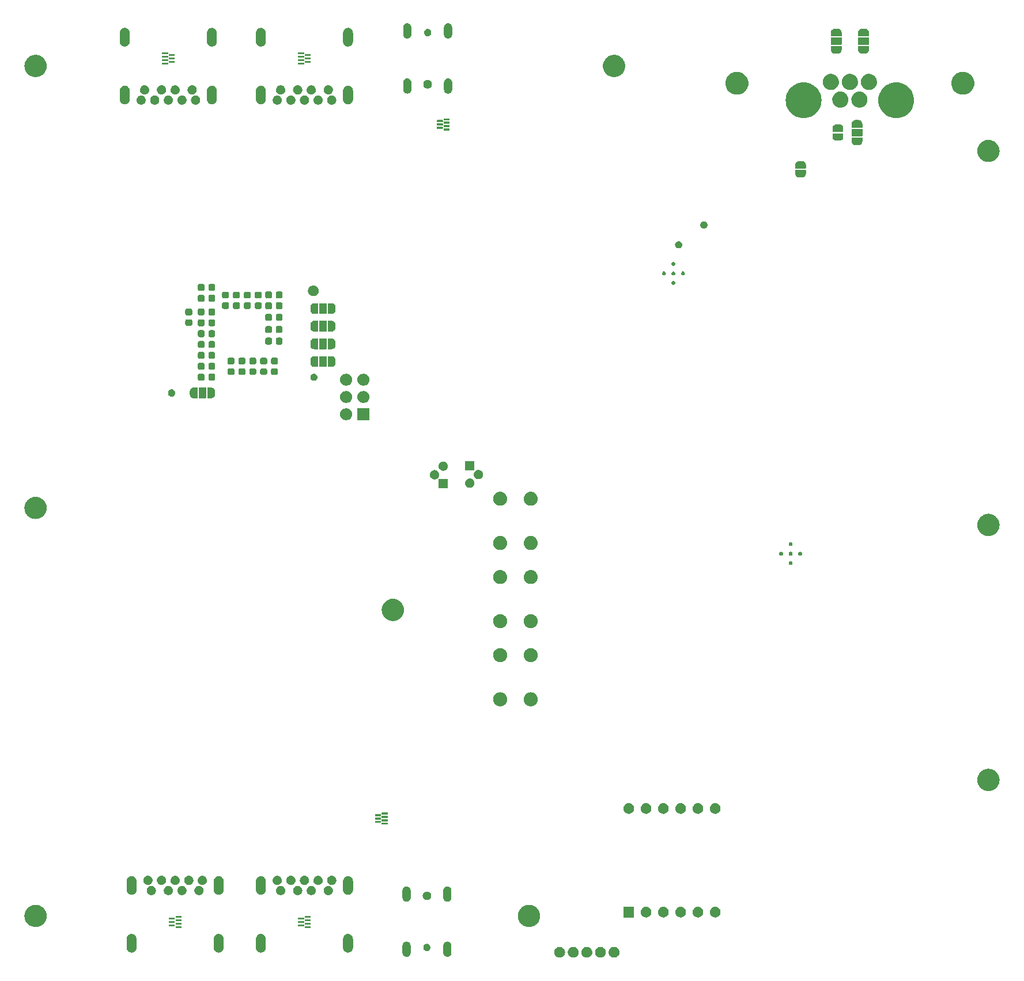
<source format=gbr>
%TF.GenerationSoftware,KiCad,Pcbnew,7.0.10*%
%TF.CreationDate,2024-03-01T17:46:53-05:00*%
%TF.ProjectId,usbc-car-module,75736263-2d63-4617-922d-6d6f64756c65,rev?*%
%TF.SameCoordinates,Original*%
%TF.FileFunction,Soldermask,Bot*%
%TF.FilePolarity,Negative*%
%FSLAX46Y46*%
G04 Gerber Fmt 4.6, Leading zero omitted, Abs format (unit mm)*
G04 Created by KiCad (PCBNEW 7.0.10) date 2024-03-01 17:46:53*
%MOMM*%
%LPD*%
G01*
G04 APERTURE LIST*
G04 APERTURE END LIST*
G36*
X107041323Y-167049656D02*
G01*
X107083595Y-167049656D01*
X107131282Y-167059792D01*
X107178017Y-167065058D01*
X107212000Y-167076949D01*
X107247129Y-167084416D01*
X107297754Y-167106955D01*
X107347107Y-167124225D01*
X107372795Y-167140366D01*
X107399860Y-167152416D01*
X107450322Y-167189079D01*
X107498792Y-167219535D01*
X107516199Y-167236942D01*
X107535121Y-167250690D01*
X107581901Y-167302644D01*
X107625465Y-167346208D01*
X107635484Y-167362153D01*
X107646992Y-167374934D01*
X107686365Y-167443130D01*
X107720775Y-167497893D01*
X107725070Y-167510170D01*
X107730584Y-167519719D01*
X107758809Y-167606590D01*
X107779942Y-167666983D01*
X107780743Y-167674096D01*
X107782248Y-167678727D01*
X107795892Y-167808542D01*
X107800000Y-167845000D01*
X107795891Y-167881460D01*
X107782248Y-168011272D01*
X107780743Y-168015901D01*
X107779942Y-168023017D01*
X107758805Y-168083422D01*
X107730584Y-168170280D01*
X107725071Y-168179827D01*
X107720775Y-168192107D01*
X107686358Y-168246881D01*
X107646992Y-168315065D01*
X107635486Y-168327843D01*
X107625465Y-168343792D01*
X107581892Y-168387364D01*
X107535121Y-168439309D01*
X107516203Y-168453053D01*
X107498792Y-168470465D01*
X107450312Y-168500926D01*
X107399860Y-168537583D01*
X107372800Y-168549630D01*
X107347107Y-168565775D01*
X107297744Y-168583047D01*
X107247129Y-168605583D01*
X107212005Y-168613048D01*
X107178017Y-168624942D01*
X107131279Y-168630208D01*
X107083595Y-168640344D01*
X107041323Y-168640344D01*
X107000000Y-168645000D01*
X106958677Y-168640344D01*
X106916405Y-168640344D01*
X106868719Y-168630208D01*
X106821983Y-168624942D01*
X106787995Y-168613049D01*
X106752870Y-168605583D01*
X106702251Y-168583046D01*
X106652893Y-168565775D01*
X106627201Y-168549631D01*
X106600139Y-168537583D01*
X106549680Y-168500922D01*
X106501208Y-168470465D01*
X106483799Y-168453056D01*
X106464878Y-168439309D01*
X106418097Y-168387354D01*
X106374535Y-168343792D01*
X106364516Y-168327847D01*
X106353007Y-168315065D01*
X106313629Y-168246861D01*
X106279225Y-168192107D01*
X106274929Y-168179831D01*
X106269415Y-168170280D01*
X106241180Y-168083382D01*
X106220058Y-168023017D01*
X106219256Y-168015906D01*
X106217751Y-168011272D01*
X106204093Y-167881328D01*
X106200000Y-167845000D01*
X106204092Y-167808674D01*
X106217751Y-167678727D01*
X106219257Y-167674091D01*
X106220058Y-167666983D01*
X106241176Y-167606630D01*
X106269415Y-167519719D01*
X106274930Y-167510165D01*
X106279225Y-167497893D01*
X106313622Y-167443149D01*
X106353007Y-167374934D01*
X106364518Y-167362149D01*
X106374535Y-167346208D01*
X106418088Y-167302654D01*
X106464878Y-167250690D01*
X106483802Y-167236940D01*
X106501208Y-167219535D01*
X106549674Y-167189081D01*
X106600140Y-167152416D01*
X106627204Y-167140365D01*
X106652893Y-167124225D01*
X106702242Y-167106956D01*
X106752870Y-167084416D01*
X106788001Y-167076948D01*
X106821983Y-167065058D01*
X106868717Y-167059792D01*
X106916405Y-167049656D01*
X106958677Y-167049656D01*
X107000000Y-167045000D01*
X107041323Y-167049656D01*
G37*
G36*
X109041323Y-167049656D02*
G01*
X109083595Y-167049656D01*
X109131282Y-167059792D01*
X109178017Y-167065058D01*
X109212000Y-167076949D01*
X109247129Y-167084416D01*
X109297754Y-167106955D01*
X109347107Y-167124225D01*
X109372795Y-167140366D01*
X109399860Y-167152416D01*
X109450322Y-167189079D01*
X109498792Y-167219535D01*
X109516199Y-167236942D01*
X109535121Y-167250690D01*
X109581901Y-167302644D01*
X109625465Y-167346208D01*
X109635484Y-167362153D01*
X109646992Y-167374934D01*
X109686365Y-167443130D01*
X109720775Y-167497893D01*
X109725070Y-167510170D01*
X109730584Y-167519719D01*
X109758809Y-167606590D01*
X109779942Y-167666983D01*
X109780743Y-167674096D01*
X109782248Y-167678727D01*
X109795892Y-167808542D01*
X109800000Y-167845000D01*
X109795891Y-167881460D01*
X109782248Y-168011272D01*
X109780743Y-168015901D01*
X109779942Y-168023017D01*
X109758805Y-168083422D01*
X109730584Y-168170280D01*
X109725071Y-168179827D01*
X109720775Y-168192107D01*
X109686358Y-168246881D01*
X109646992Y-168315065D01*
X109635486Y-168327843D01*
X109625465Y-168343792D01*
X109581892Y-168387364D01*
X109535121Y-168439309D01*
X109516203Y-168453053D01*
X109498792Y-168470465D01*
X109450312Y-168500926D01*
X109399860Y-168537583D01*
X109372800Y-168549630D01*
X109347107Y-168565775D01*
X109297744Y-168583047D01*
X109247129Y-168605583D01*
X109212005Y-168613048D01*
X109178017Y-168624942D01*
X109131279Y-168630208D01*
X109083595Y-168640344D01*
X109041323Y-168640344D01*
X109000000Y-168645000D01*
X108958677Y-168640344D01*
X108916405Y-168640344D01*
X108868719Y-168630208D01*
X108821983Y-168624942D01*
X108787995Y-168613049D01*
X108752870Y-168605583D01*
X108702251Y-168583046D01*
X108652893Y-168565775D01*
X108627201Y-168549631D01*
X108600139Y-168537583D01*
X108549680Y-168500922D01*
X108501208Y-168470465D01*
X108483799Y-168453056D01*
X108464878Y-168439309D01*
X108418097Y-168387354D01*
X108374535Y-168343792D01*
X108364516Y-168327847D01*
X108353007Y-168315065D01*
X108313629Y-168246861D01*
X108279225Y-168192107D01*
X108274929Y-168179831D01*
X108269415Y-168170280D01*
X108241180Y-168083382D01*
X108220058Y-168023017D01*
X108219256Y-168015906D01*
X108217751Y-168011272D01*
X108204093Y-167881328D01*
X108200000Y-167845000D01*
X108204092Y-167808674D01*
X108217751Y-167678727D01*
X108219257Y-167674091D01*
X108220058Y-167666983D01*
X108241176Y-167606630D01*
X108269415Y-167519719D01*
X108274930Y-167510165D01*
X108279225Y-167497893D01*
X108313622Y-167443149D01*
X108353007Y-167374934D01*
X108364518Y-167362149D01*
X108374535Y-167346208D01*
X108418088Y-167302654D01*
X108464878Y-167250690D01*
X108483802Y-167236940D01*
X108501208Y-167219535D01*
X108549674Y-167189081D01*
X108600140Y-167152416D01*
X108627204Y-167140365D01*
X108652893Y-167124225D01*
X108702242Y-167106956D01*
X108752870Y-167084416D01*
X108788001Y-167076948D01*
X108821983Y-167065058D01*
X108868717Y-167059792D01*
X108916405Y-167049656D01*
X108958677Y-167049656D01*
X109000000Y-167045000D01*
X109041323Y-167049656D01*
G37*
G36*
X111041323Y-167049656D02*
G01*
X111083595Y-167049656D01*
X111131282Y-167059792D01*
X111178017Y-167065058D01*
X111212000Y-167076949D01*
X111247129Y-167084416D01*
X111297754Y-167106955D01*
X111347107Y-167124225D01*
X111372795Y-167140366D01*
X111399860Y-167152416D01*
X111450322Y-167189079D01*
X111498792Y-167219535D01*
X111516199Y-167236942D01*
X111535121Y-167250690D01*
X111581901Y-167302644D01*
X111625465Y-167346208D01*
X111635484Y-167362153D01*
X111646992Y-167374934D01*
X111686365Y-167443130D01*
X111720775Y-167497893D01*
X111725070Y-167510170D01*
X111730584Y-167519719D01*
X111758809Y-167606590D01*
X111779942Y-167666983D01*
X111780743Y-167674096D01*
X111782248Y-167678727D01*
X111795892Y-167808542D01*
X111800000Y-167845000D01*
X111795891Y-167881460D01*
X111782248Y-168011272D01*
X111780743Y-168015901D01*
X111779942Y-168023017D01*
X111758805Y-168083422D01*
X111730584Y-168170280D01*
X111725071Y-168179827D01*
X111720775Y-168192107D01*
X111686358Y-168246881D01*
X111646992Y-168315065D01*
X111635486Y-168327843D01*
X111625465Y-168343792D01*
X111581892Y-168387364D01*
X111535121Y-168439309D01*
X111516203Y-168453053D01*
X111498792Y-168470465D01*
X111450312Y-168500926D01*
X111399860Y-168537583D01*
X111372800Y-168549630D01*
X111347107Y-168565775D01*
X111297744Y-168583047D01*
X111247129Y-168605583D01*
X111212005Y-168613048D01*
X111178017Y-168624942D01*
X111131279Y-168630208D01*
X111083595Y-168640344D01*
X111041323Y-168640344D01*
X111000000Y-168645000D01*
X110958677Y-168640344D01*
X110916405Y-168640344D01*
X110868719Y-168630208D01*
X110821983Y-168624942D01*
X110787995Y-168613049D01*
X110752870Y-168605583D01*
X110702251Y-168583046D01*
X110652893Y-168565775D01*
X110627201Y-168549631D01*
X110600139Y-168537583D01*
X110549680Y-168500922D01*
X110501208Y-168470465D01*
X110483799Y-168453056D01*
X110464878Y-168439309D01*
X110418097Y-168387354D01*
X110374535Y-168343792D01*
X110364516Y-168327847D01*
X110353007Y-168315065D01*
X110313629Y-168246861D01*
X110279225Y-168192107D01*
X110274929Y-168179831D01*
X110269415Y-168170280D01*
X110241180Y-168083382D01*
X110220058Y-168023017D01*
X110219256Y-168015906D01*
X110217751Y-168011272D01*
X110204093Y-167881328D01*
X110200000Y-167845000D01*
X110204092Y-167808674D01*
X110217751Y-167678727D01*
X110219257Y-167674091D01*
X110220058Y-167666983D01*
X110241176Y-167606630D01*
X110269415Y-167519719D01*
X110274930Y-167510165D01*
X110279225Y-167497893D01*
X110313622Y-167443149D01*
X110353007Y-167374934D01*
X110364518Y-167362149D01*
X110374535Y-167346208D01*
X110418088Y-167302654D01*
X110464878Y-167250690D01*
X110483802Y-167236940D01*
X110501208Y-167219535D01*
X110549674Y-167189081D01*
X110600140Y-167152416D01*
X110627204Y-167140365D01*
X110652893Y-167124225D01*
X110702242Y-167106956D01*
X110752870Y-167084416D01*
X110788001Y-167076948D01*
X110821983Y-167065058D01*
X110868717Y-167059792D01*
X110916405Y-167049656D01*
X110958677Y-167049656D01*
X111000000Y-167045000D01*
X111041323Y-167049656D01*
G37*
G36*
X113041323Y-167049656D02*
G01*
X113083595Y-167049656D01*
X113131282Y-167059792D01*
X113178017Y-167065058D01*
X113212000Y-167076949D01*
X113247129Y-167084416D01*
X113297754Y-167106955D01*
X113347107Y-167124225D01*
X113372795Y-167140366D01*
X113399860Y-167152416D01*
X113450322Y-167189079D01*
X113498792Y-167219535D01*
X113516199Y-167236942D01*
X113535121Y-167250690D01*
X113581901Y-167302644D01*
X113625465Y-167346208D01*
X113635484Y-167362153D01*
X113646992Y-167374934D01*
X113686365Y-167443130D01*
X113720775Y-167497893D01*
X113725070Y-167510170D01*
X113730584Y-167519719D01*
X113758809Y-167606590D01*
X113779942Y-167666983D01*
X113780743Y-167674096D01*
X113782248Y-167678727D01*
X113795892Y-167808542D01*
X113800000Y-167845000D01*
X113795891Y-167881460D01*
X113782248Y-168011272D01*
X113780743Y-168015901D01*
X113779942Y-168023017D01*
X113758805Y-168083422D01*
X113730584Y-168170280D01*
X113725071Y-168179827D01*
X113720775Y-168192107D01*
X113686358Y-168246881D01*
X113646992Y-168315065D01*
X113635486Y-168327843D01*
X113625465Y-168343792D01*
X113581892Y-168387364D01*
X113535121Y-168439309D01*
X113516203Y-168453053D01*
X113498792Y-168470465D01*
X113450312Y-168500926D01*
X113399860Y-168537583D01*
X113372800Y-168549630D01*
X113347107Y-168565775D01*
X113297744Y-168583047D01*
X113247129Y-168605583D01*
X113212005Y-168613048D01*
X113178017Y-168624942D01*
X113131279Y-168630208D01*
X113083595Y-168640344D01*
X113041323Y-168640344D01*
X113000000Y-168645000D01*
X112958677Y-168640344D01*
X112916405Y-168640344D01*
X112868719Y-168630208D01*
X112821983Y-168624942D01*
X112787995Y-168613049D01*
X112752870Y-168605583D01*
X112702251Y-168583046D01*
X112652893Y-168565775D01*
X112627201Y-168549631D01*
X112600139Y-168537583D01*
X112549680Y-168500922D01*
X112501208Y-168470465D01*
X112483799Y-168453056D01*
X112464878Y-168439309D01*
X112418097Y-168387354D01*
X112374535Y-168343792D01*
X112364516Y-168327847D01*
X112353007Y-168315065D01*
X112313629Y-168246861D01*
X112279225Y-168192107D01*
X112274929Y-168179831D01*
X112269415Y-168170280D01*
X112241180Y-168083382D01*
X112220058Y-168023017D01*
X112219256Y-168015906D01*
X112217751Y-168011272D01*
X112204093Y-167881328D01*
X112200000Y-167845000D01*
X112204092Y-167808674D01*
X112217751Y-167678727D01*
X112219257Y-167674091D01*
X112220058Y-167666983D01*
X112241176Y-167606630D01*
X112269415Y-167519719D01*
X112274930Y-167510165D01*
X112279225Y-167497893D01*
X112313622Y-167443149D01*
X112353007Y-167374934D01*
X112364518Y-167362149D01*
X112374535Y-167346208D01*
X112418088Y-167302654D01*
X112464878Y-167250690D01*
X112483802Y-167236940D01*
X112501208Y-167219535D01*
X112549674Y-167189081D01*
X112600140Y-167152416D01*
X112627204Y-167140365D01*
X112652893Y-167124225D01*
X112702242Y-167106956D01*
X112752870Y-167084416D01*
X112788001Y-167076948D01*
X112821983Y-167065058D01*
X112868717Y-167059792D01*
X112916405Y-167049656D01*
X112958677Y-167049656D01*
X113000000Y-167045000D01*
X113041323Y-167049656D01*
G37*
G36*
X115041323Y-167049656D02*
G01*
X115083595Y-167049656D01*
X115131282Y-167059792D01*
X115178017Y-167065058D01*
X115212000Y-167076949D01*
X115247129Y-167084416D01*
X115297754Y-167106955D01*
X115347107Y-167124225D01*
X115372795Y-167140366D01*
X115399860Y-167152416D01*
X115450322Y-167189079D01*
X115498792Y-167219535D01*
X115516199Y-167236942D01*
X115535121Y-167250690D01*
X115581901Y-167302644D01*
X115625465Y-167346208D01*
X115635484Y-167362153D01*
X115646992Y-167374934D01*
X115686365Y-167443130D01*
X115720775Y-167497893D01*
X115725070Y-167510170D01*
X115730584Y-167519719D01*
X115758809Y-167606590D01*
X115779942Y-167666983D01*
X115780743Y-167674096D01*
X115782248Y-167678727D01*
X115795892Y-167808542D01*
X115800000Y-167845000D01*
X115795891Y-167881460D01*
X115782248Y-168011272D01*
X115780743Y-168015901D01*
X115779942Y-168023017D01*
X115758805Y-168083422D01*
X115730584Y-168170280D01*
X115725071Y-168179827D01*
X115720775Y-168192107D01*
X115686358Y-168246881D01*
X115646992Y-168315065D01*
X115635486Y-168327843D01*
X115625465Y-168343792D01*
X115581892Y-168387364D01*
X115535121Y-168439309D01*
X115516203Y-168453053D01*
X115498792Y-168470465D01*
X115450312Y-168500926D01*
X115399860Y-168537583D01*
X115372800Y-168549630D01*
X115347107Y-168565775D01*
X115297744Y-168583047D01*
X115247129Y-168605583D01*
X115212005Y-168613048D01*
X115178017Y-168624942D01*
X115131279Y-168630208D01*
X115083595Y-168640344D01*
X115041323Y-168640344D01*
X115000000Y-168645000D01*
X114958677Y-168640344D01*
X114916405Y-168640344D01*
X114868719Y-168630208D01*
X114821983Y-168624942D01*
X114787995Y-168613049D01*
X114752870Y-168605583D01*
X114702251Y-168583046D01*
X114652893Y-168565775D01*
X114627201Y-168549631D01*
X114600139Y-168537583D01*
X114549680Y-168500922D01*
X114501208Y-168470465D01*
X114483799Y-168453056D01*
X114464878Y-168439309D01*
X114418097Y-168387354D01*
X114374535Y-168343792D01*
X114364516Y-168327847D01*
X114353007Y-168315065D01*
X114313629Y-168246861D01*
X114279225Y-168192107D01*
X114274929Y-168179831D01*
X114269415Y-168170280D01*
X114241180Y-168083382D01*
X114220058Y-168023017D01*
X114219256Y-168015906D01*
X114217751Y-168011272D01*
X114204093Y-167881328D01*
X114200000Y-167845000D01*
X114204092Y-167808674D01*
X114217751Y-167678727D01*
X114219257Y-167674091D01*
X114220058Y-167666983D01*
X114241176Y-167606630D01*
X114269415Y-167519719D01*
X114274930Y-167510165D01*
X114279225Y-167497893D01*
X114313622Y-167443149D01*
X114353007Y-167374934D01*
X114364518Y-167362149D01*
X114374535Y-167346208D01*
X114418088Y-167302654D01*
X114464878Y-167250690D01*
X114483802Y-167236940D01*
X114501208Y-167219535D01*
X114549674Y-167189081D01*
X114600140Y-167152416D01*
X114627204Y-167140365D01*
X114652893Y-167124225D01*
X114702242Y-167106956D01*
X114752870Y-167084416D01*
X114788001Y-167076948D01*
X114821983Y-167065058D01*
X114868717Y-167059792D01*
X114916405Y-167049656D01*
X114958677Y-167049656D01*
X115000000Y-167045000D01*
X115041323Y-167049656D01*
G37*
G36*
X84532855Y-166275679D02*
G01*
X84550274Y-166274584D01*
X84607617Y-166285522D01*
X84668309Y-166293513D01*
X84684361Y-166300162D01*
X84698405Y-166302841D01*
X84754098Y-166329047D01*
X84813500Y-166353653D01*
X84824778Y-166362307D01*
X84834853Y-166367048D01*
X84884720Y-166408302D01*
X84938178Y-166449322D01*
X84944912Y-166458098D01*
X84951049Y-166463175D01*
X84990979Y-166518133D01*
X85033847Y-166574000D01*
X85036868Y-166581294D01*
X85039688Y-166585175D01*
X85065930Y-166651456D01*
X85093987Y-166719191D01*
X85094604Y-166723878D01*
X85095201Y-166725386D01*
X85104659Y-166800258D01*
X85114500Y-166875000D01*
X85114500Y-167925000D01*
X85114311Y-167926433D01*
X85109754Y-167998859D01*
X85099537Y-168038649D01*
X85093987Y-168080809D01*
X85080112Y-168114306D01*
X85071855Y-168146465D01*
X85051317Y-168183822D01*
X85033847Y-168226000D01*
X85013684Y-168252275D01*
X84999208Y-168278609D01*
X84967877Y-168311972D01*
X84938178Y-168350678D01*
X84914392Y-168368929D01*
X84895975Y-168388542D01*
X84854678Y-168414749D01*
X84813500Y-168446347D01*
X84788705Y-168456617D01*
X84768648Y-168469346D01*
X84719141Y-168485431D01*
X84668309Y-168506487D01*
X84644822Y-168509579D01*
X84625227Y-168515946D01*
X84570133Y-168519412D01*
X84512500Y-168527000D01*
X84492139Y-168524319D01*
X84474725Y-168525415D01*
X84417396Y-168514479D01*
X84356691Y-168506487D01*
X84340635Y-168499836D01*
X84326594Y-168497158D01*
X84270911Y-168470955D01*
X84211500Y-168446347D01*
X84200219Y-168437691D01*
X84190146Y-168432951D01*
X84140282Y-168391699D01*
X84086822Y-168350678D01*
X84080087Y-168341901D01*
X84073950Y-168336824D01*
X84034015Y-168281859D01*
X83991153Y-168226000D01*
X83988132Y-168218706D01*
X83985311Y-168214824D01*
X83959055Y-168148510D01*
X83931013Y-168080809D01*
X83930396Y-168076123D01*
X83929798Y-168074613D01*
X83920330Y-167999669D01*
X83910500Y-167925000D01*
X83910500Y-166875000D01*
X83910688Y-166873567D01*
X83915245Y-166801140D01*
X83925463Y-166761340D01*
X83931013Y-166719191D01*
X83944884Y-166685701D01*
X83953144Y-166653534D01*
X83973687Y-166616165D01*
X83991153Y-166574000D01*
X84011309Y-166547731D01*
X84025791Y-166521390D01*
X84057131Y-166488015D01*
X84086822Y-166449322D01*
X84110600Y-166431075D01*
X84129024Y-166411457D01*
X84170333Y-166385241D01*
X84211500Y-166353653D01*
X84236287Y-166343385D01*
X84256351Y-166330653D01*
X84305873Y-166314562D01*
X84356691Y-166293513D01*
X84380170Y-166290421D01*
X84399772Y-166284053D01*
X84454881Y-166280585D01*
X84512500Y-166273000D01*
X84532855Y-166275679D01*
G37*
G36*
X90532855Y-166275679D02*
G01*
X90550274Y-166274584D01*
X90607617Y-166285522D01*
X90668309Y-166293513D01*
X90684361Y-166300162D01*
X90698405Y-166302841D01*
X90754098Y-166329047D01*
X90813500Y-166353653D01*
X90824778Y-166362307D01*
X90834853Y-166367048D01*
X90884720Y-166408302D01*
X90938178Y-166449322D01*
X90944912Y-166458098D01*
X90951049Y-166463175D01*
X90990979Y-166518133D01*
X91033847Y-166574000D01*
X91036868Y-166581294D01*
X91039688Y-166585175D01*
X91065930Y-166651456D01*
X91093987Y-166719191D01*
X91094604Y-166723878D01*
X91095201Y-166725386D01*
X91104659Y-166800258D01*
X91114500Y-166875000D01*
X91114500Y-167925000D01*
X91114311Y-167926433D01*
X91109754Y-167998859D01*
X91099537Y-168038649D01*
X91093987Y-168080809D01*
X91080112Y-168114306D01*
X91071855Y-168146465D01*
X91051317Y-168183822D01*
X91033847Y-168226000D01*
X91013684Y-168252275D01*
X90999208Y-168278609D01*
X90967877Y-168311972D01*
X90938178Y-168350678D01*
X90914392Y-168368929D01*
X90895975Y-168388542D01*
X90854678Y-168414749D01*
X90813500Y-168446347D01*
X90788705Y-168456617D01*
X90768648Y-168469346D01*
X90719141Y-168485431D01*
X90668309Y-168506487D01*
X90644822Y-168509579D01*
X90625227Y-168515946D01*
X90570133Y-168519412D01*
X90512500Y-168527000D01*
X90492139Y-168524319D01*
X90474725Y-168525415D01*
X90417396Y-168514479D01*
X90356691Y-168506487D01*
X90340635Y-168499836D01*
X90326594Y-168497158D01*
X90270911Y-168470955D01*
X90211500Y-168446347D01*
X90200219Y-168437691D01*
X90190146Y-168432951D01*
X90140282Y-168391699D01*
X90086822Y-168350678D01*
X90080087Y-168341901D01*
X90073950Y-168336824D01*
X90034015Y-168281859D01*
X89991153Y-168226000D01*
X89988132Y-168218706D01*
X89985311Y-168214824D01*
X89959055Y-168148510D01*
X89931013Y-168080809D01*
X89930396Y-168076123D01*
X89929798Y-168074613D01*
X89920330Y-167999669D01*
X89910500Y-167925000D01*
X89910500Y-166875000D01*
X89910688Y-166873567D01*
X89915245Y-166801140D01*
X89925463Y-166761340D01*
X89931013Y-166719191D01*
X89944884Y-166685701D01*
X89953144Y-166653534D01*
X89973687Y-166616165D01*
X89991153Y-166574000D01*
X90011309Y-166547731D01*
X90025791Y-166521390D01*
X90057131Y-166488015D01*
X90086822Y-166449322D01*
X90110600Y-166431075D01*
X90129024Y-166411457D01*
X90170333Y-166385241D01*
X90211500Y-166353653D01*
X90236287Y-166343385D01*
X90256351Y-166330653D01*
X90305873Y-166314562D01*
X90356691Y-166293513D01*
X90380170Y-166290421D01*
X90399772Y-166284053D01*
X90454881Y-166280585D01*
X90512500Y-166273000D01*
X90532855Y-166275679D01*
G37*
G36*
X44174454Y-165156096D02*
G01*
X44238603Y-165159833D01*
X44257305Y-165165431D01*
X44274026Y-165167316D01*
X44335796Y-165188930D01*
X44400133Y-165208191D01*
X44414428Y-165216444D01*
X44427450Y-165221001D01*
X44485526Y-165257492D01*
X44546157Y-165292498D01*
X44555968Y-165301754D01*
X44565077Y-165307478D01*
X44615845Y-165358246D01*
X44668801Y-165408208D01*
X44674554Y-165416955D01*
X44680021Y-165422422D01*
X44720051Y-165486129D01*
X44761456Y-165549082D01*
X44764001Y-165556076D01*
X44766498Y-165560049D01*
X44792645Y-165634776D01*
X44819125Y-165707527D01*
X44819637Y-165711915D01*
X44820183Y-165713473D01*
X44829902Y-165799734D01*
X44838700Y-165875000D01*
X44838700Y-167175000D01*
X44833790Y-167259307D01*
X44824437Y-167298768D01*
X44820183Y-167336526D01*
X44805634Y-167378102D01*
X44794905Y-167423375D01*
X44778050Y-167456935D01*
X44766498Y-167489950D01*
X44741445Y-167529820D01*
X44719231Y-167574053D01*
X44697019Y-167600523D01*
X44680021Y-167627577D01*
X44644588Y-167663009D01*
X44610849Y-167703219D01*
X44585528Y-167722069D01*
X44565077Y-167742521D01*
X44520074Y-167770798D01*
X44475600Y-167803908D01*
X44449381Y-167815217D01*
X44427450Y-167828998D01*
X44374405Y-167847558D01*
X44320777Y-167870692D01*
X44295615Y-167875128D01*
X44274026Y-167882683D01*
X44215145Y-167889317D01*
X44154725Y-167899971D01*
X44132224Y-167898660D01*
X44112500Y-167900883D01*
X44050562Y-167893904D01*
X43986397Y-167890167D01*
X43967689Y-167884566D01*
X43950973Y-167882683D01*
X43889216Y-167861073D01*
X43824867Y-167841809D01*
X43810568Y-167833553D01*
X43797549Y-167828998D01*
X43739481Y-167792511D01*
X43678843Y-167757502D01*
X43669030Y-167748244D01*
X43659922Y-167742521D01*
X43609154Y-167691753D01*
X43556199Y-167641792D01*
X43550445Y-167633044D01*
X43544978Y-167627577D01*
X43504940Y-167563857D01*
X43463544Y-167500918D01*
X43460998Y-167493925D01*
X43458501Y-167489950D01*
X43432337Y-167415177D01*
X43405875Y-167342473D01*
X43405362Y-167338087D01*
X43404816Y-167336526D01*
X43395087Y-167250179D01*
X43386300Y-167175000D01*
X43386300Y-165875000D01*
X43391210Y-165790693D01*
X43400560Y-165751238D01*
X43404816Y-165713473D01*
X43419368Y-165671885D01*
X43430095Y-165626625D01*
X43446945Y-165593073D01*
X43458501Y-165560049D01*
X43483561Y-165520166D01*
X43505769Y-165475947D01*
X43527973Y-165449484D01*
X43544978Y-165422422D01*
X43580422Y-165386977D01*
X43614151Y-165346781D01*
X43639463Y-165327936D01*
X43659922Y-165307478D01*
X43704939Y-165279191D01*
X43749400Y-165246092D01*
X43775610Y-165234785D01*
X43797549Y-165221001D01*
X43850610Y-165202434D01*
X43904223Y-165179308D01*
X43929376Y-165174872D01*
X43950973Y-165167316D01*
X44009871Y-165160679D01*
X44070275Y-165150029D01*
X44092769Y-165151339D01*
X44112500Y-165149116D01*
X44174454Y-165156096D01*
G37*
G36*
X56974454Y-165156096D02*
G01*
X57038603Y-165159833D01*
X57057305Y-165165431D01*
X57074026Y-165167316D01*
X57135796Y-165188930D01*
X57200133Y-165208191D01*
X57214428Y-165216444D01*
X57227450Y-165221001D01*
X57285526Y-165257492D01*
X57346157Y-165292498D01*
X57355968Y-165301754D01*
X57365077Y-165307478D01*
X57415845Y-165358246D01*
X57468801Y-165408208D01*
X57474554Y-165416955D01*
X57480021Y-165422422D01*
X57520051Y-165486129D01*
X57561456Y-165549082D01*
X57564001Y-165556076D01*
X57566498Y-165560049D01*
X57592645Y-165634776D01*
X57619125Y-165707527D01*
X57619637Y-165711915D01*
X57620183Y-165713473D01*
X57629902Y-165799734D01*
X57638700Y-165875000D01*
X57638700Y-167175000D01*
X57633790Y-167259307D01*
X57624437Y-167298768D01*
X57620183Y-167336526D01*
X57605634Y-167378102D01*
X57594905Y-167423375D01*
X57578050Y-167456935D01*
X57566498Y-167489950D01*
X57541445Y-167529820D01*
X57519231Y-167574053D01*
X57497019Y-167600523D01*
X57480021Y-167627577D01*
X57444588Y-167663009D01*
X57410849Y-167703219D01*
X57385528Y-167722069D01*
X57365077Y-167742521D01*
X57320074Y-167770798D01*
X57275600Y-167803908D01*
X57249381Y-167815217D01*
X57227450Y-167828998D01*
X57174405Y-167847558D01*
X57120777Y-167870692D01*
X57095615Y-167875128D01*
X57074026Y-167882683D01*
X57015145Y-167889317D01*
X56954725Y-167899971D01*
X56932224Y-167898660D01*
X56912500Y-167900883D01*
X56850562Y-167893904D01*
X56786397Y-167890167D01*
X56767689Y-167884566D01*
X56750973Y-167882683D01*
X56689216Y-167861073D01*
X56624867Y-167841809D01*
X56610568Y-167833553D01*
X56597549Y-167828998D01*
X56539481Y-167792511D01*
X56478843Y-167757502D01*
X56469030Y-167748244D01*
X56459922Y-167742521D01*
X56409154Y-167691753D01*
X56356199Y-167641792D01*
X56350445Y-167633044D01*
X56344978Y-167627577D01*
X56304940Y-167563857D01*
X56263544Y-167500918D01*
X56260998Y-167493925D01*
X56258501Y-167489950D01*
X56232337Y-167415177D01*
X56205875Y-167342473D01*
X56205362Y-167338087D01*
X56204816Y-167336526D01*
X56195087Y-167250179D01*
X56186300Y-167175000D01*
X56186300Y-165875000D01*
X56191210Y-165790693D01*
X56200560Y-165751238D01*
X56204816Y-165713473D01*
X56219368Y-165671885D01*
X56230095Y-165626625D01*
X56246945Y-165593073D01*
X56258501Y-165560049D01*
X56283561Y-165520166D01*
X56305769Y-165475947D01*
X56327973Y-165449484D01*
X56344978Y-165422422D01*
X56380422Y-165386977D01*
X56414151Y-165346781D01*
X56439463Y-165327936D01*
X56459922Y-165307478D01*
X56504939Y-165279191D01*
X56549400Y-165246092D01*
X56575610Y-165234785D01*
X56597549Y-165221001D01*
X56650610Y-165202434D01*
X56704223Y-165179308D01*
X56729376Y-165174872D01*
X56750973Y-165167316D01*
X56809871Y-165160679D01*
X56870275Y-165150029D01*
X56892769Y-165151339D01*
X56912500Y-165149116D01*
X56974454Y-165156096D01*
G37*
G36*
X63174454Y-165156096D02*
G01*
X63238603Y-165159833D01*
X63257305Y-165165431D01*
X63274026Y-165167316D01*
X63335796Y-165188930D01*
X63400133Y-165208191D01*
X63414428Y-165216444D01*
X63427450Y-165221001D01*
X63485526Y-165257492D01*
X63546157Y-165292498D01*
X63555968Y-165301754D01*
X63565077Y-165307478D01*
X63615845Y-165358246D01*
X63668801Y-165408208D01*
X63674554Y-165416955D01*
X63680021Y-165422422D01*
X63720051Y-165486129D01*
X63761456Y-165549082D01*
X63764001Y-165556076D01*
X63766498Y-165560049D01*
X63792645Y-165634776D01*
X63819125Y-165707527D01*
X63819637Y-165711915D01*
X63820183Y-165713473D01*
X63829902Y-165799734D01*
X63838700Y-165875000D01*
X63838700Y-167175000D01*
X63833790Y-167259307D01*
X63824437Y-167298768D01*
X63820183Y-167336526D01*
X63805634Y-167378102D01*
X63794905Y-167423375D01*
X63778050Y-167456935D01*
X63766498Y-167489950D01*
X63741445Y-167529820D01*
X63719231Y-167574053D01*
X63697019Y-167600523D01*
X63680021Y-167627577D01*
X63644588Y-167663009D01*
X63610849Y-167703219D01*
X63585528Y-167722069D01*
X63565077Y-167742521D01*
X63520074Y-167770798D01*
X63475600Y-167803908D01*
X63449381Y-167815217D01*
X63427450Y-167828998D01*
X63374405Y-167847558D01*
X63320777Y-167870692D01*
X63295615Y-167875128D01*
X63274026Y-167882683D01*
X63215145Y-167889317D01*
X63154725Y-167899971D01*
X63132224Y-167898660D01*
X63112500Y-167900883D01*
X63050562Y-167893904D01*
X62986397Y-167890167D01*
X62967689Y-167884566D01*
X62950973Y-167882683D01*
X62889216Y-167861073D01*
X62824867Y-167841809D01*
X62810568Y-167833553D01*
X62797549Y-167828998D01*
X62739481Y-167792511D01*
X62678843Y-167757502D01*
X62669030Y-167748244D01*
X62659922Y-167742521D01*
X62609154Y-167691753D01*
X62556199Y-167641792D01*
X62550445Y-167633044D01*
X62544978Y-167627577D01*
X62504940Y-167563857D01*
X62463544Y-167500918D01*
X62460998Y-167493925D01*
X62458501Y-167489950D01*
X62432337Y-167415177D01*
X62405875Y-167342473D01*
X62405362Y-167338087D01*
X62404816Y-167336526D01*
X62395087Y-167250179D01*
X62386300Y-167175000D01*
X62386300Y-165875000D01*
X62391210Y-165790693D01*
X62400560Y-165751238D01*
X62404816Y-165713473D01*
X62419368Y-165671885D01*
X62430095Y-165626625D01*
X62446945Y-165593073D01*
X62458501Y-165560049D01*
X62483561Y-165520166D01*
X62505769Y-165475947D01*
X62527973Y-165449484D01*
X62544978Y-165422422D01*
X62580422Y-165386977D01*
X62614151Y-165346781D01*
X62639463Y-165327936D01*
X62659922Y-165307478D01*
X62704939Y-165279191D01*
X62749400Y-165246092D01*
X62775610Y-165234785D01*
X62797549Y-165221001D01*
X62850610Y-165202434D01*
X62904223Y-165179308D01*
X62929376Y-165174872D01*
X62950973Y-165167316D01*
X63009871Y-165160679D01*
X63070275Y-165150029D01*
X63092769Y-165151339D01*
X63112500Y-165149116D01*
X63174454Y-165156096D01*
G37*
G36*
X75974454Y-165156096D02*
G01*
X76038603Y-165159833D01*
X76057305Y-165165431D01*
X76074026Y-165167316D01*
X76135796Y-165188930D01*
X76200133Y-165208191D01*
X76214428Y-165216444D01*
X76227450Y-165221001D01*
X76285526Y-165257492D01*
X76346157Y-165292498D01*
X76355968Y-165301754D01*
X76365077Y-165307478D01*
X76415845Y-165358246D01*
X76468801Y-165408208D01*
X76474554Y-165416955D01*
X76480021Y-165422422D01*
X76520051Y-165486129D01*
X76561456Y-165549082D01*
X76564001Y-165556076D01*
X76566498Y-165560049D01*
X76592645Y-165634776D01*
X76619125Y-165707527D01*
X76619637Y-165711915D01*
X76620183Y-165713473D01*
X76629902Y-165799734D01*
X76638700Y-165875000D01*
X76638700Y-167175000D01*
X76633790Y-167259307D01*
X76624437Y-167298768D01*
X76620183Y-167336526D01*
X76605634Y-167378102D01*
X76594905Y-167423375D01*
X76578050Y-167456935D01*
X76566498Y-167489950D01*
X76541445Y-167529820D01*
X76519231Y-167574053D01*
X76497019Y-167600523D01*
X76480021Y-167627577D01*
X76444588Y-167663009D01*
X76410849Y-167703219D01*
X76385528Y-167722069D01*
X76365077Y-167742521D01*
X76320074Y-167770798D01*
X76275600Y-167803908D01*
X76249381Y-167815217D01*
X76227450Y-167828998D01*
X76174405Y-167847558D01*
X76120777Y-167870692D01*
X76095615Y-167875128D01*
X76074026Y-167882683D01*
X76015145Y-167889317D01*
X75954725Y-167899971D01*
X75932224Y-167898660D01*
X75912500Y-167900883D01*
X75850562Y-167893904D01*
X75786397Y-167890167D01*
X75767689Y-167884566D01*
X75750973Y-167882683D01*
X75689216Y-167861073D01*
X75624867Y-167841809D01*
X75610568Y-167833553D01*
X75597549Y-167828998D01*
X75539481Y-167792511D01*
X75478843Y-167757502D01*
X75469030Y-167748244D01*
X75459922Y-167742521D01*
X75409154Y-167691753D01*
X75356199Y-167641792D01*
X75350445Y-167633044D01*
X75344978Y-167627577D01*
X75304940Y-167563857D01*
X75263544Y-167500918D01*
X75260998Y-167493925D01*
X75258501Y-167489950D01*
X75232337Y-167415177D01*
X75205875Y-167342473D01*
X75205362Y-167338087D01*
X75204816Y-167336526D01*
X75195087Y-167250179D01*
X75186300Y-167175000D01*
X75186300Y-165875000D01*
X75191210Y-165790693D01*
X75200560Y-165751238D01*
X75204816Y-165713473D01*
X75219368Y-165671885D01*
X75230095Y-165626625D01*
X75246945Y-165593073D01*
X75258501Y-165560049D01*
X75283561Y-165520166D01*
X75305769Y-165475947D01*
X75327973Y-165449484D01*
X75344978Y-165422422D01*
X75380422Y-165386977D01*
X75414151Y-165346781D01*
X75439463Y-165327936D01*
X75459922Y-165307478D01*
X75504939Y-165279191D01*
X75549400Y-165246092D01*
X75575610Y-165234785D01*
X75597549Y-165221001D01*
X75650610Y-165202434D01*
X75704223Y-165179308D01*
X75729376Y-165174872D01*
X75750973Y-165167316D01*
X75809871Y-165160679D01*
X75870275Y-165150029D01*
X75892769Y-165151339D01*
X75912500Y-165149116D01*
X75974454Y-165156096D01*
G37*
G36*
X87651745Y-166630332D02*
G01*
X87781500Y-166684078D01*
X87892923Y-166769577D01*
X87978422Y-166881000D01*
X88032168Y-167010755D01*
X88050500Y-167150000D01*
X88032168Y-167289245D01*
X87978422Y-167419000D01*
X87892923Y-167530423D01*
X87781500Y-167615922D01*
X87651745Y-167669668D01*
X87512500Y-167688000D01*
X87373255Y-167669668D01*
X87243500Y-167615922D01*
X87132077Y-167530423D01*
X87046578Y-167419000D01*
X86992832Y-167289245D01*
X86974500Y-167150000D01*
X86992832Y-167010755D01*
X87046578Y-166881000D01*
X87132077Y-166769577D01*
X87243500Y-166684078D01*
X87373255Y-166630332D01*
X87512500Y-166612000D01*
X87651745Y-166630332D01*
G37*
G36*
X51428742Y-164013294D02*
G01*
X51441070Y-164021531D01*
X51449307Y-164033859D01*
X51452200Y-164048401D01*
X51452200Y-164251601D01*
X51449307Y-164266143D01*
X51441070Y-164278471D01*
X51428742Y-164286708D01*
X51414200Y-164289601D01*
X50601400Y-164289601D01*
X50586858Y-164286708D01*
X50574530Y-164278471D01*
X50566293Y-164266143D01*
X50563400Y-164251601D01*
X50563400Y-164048401D01*
X50566293Y-164033859D01*
X50574530Y-164021531D01*
X50586858Y-164013294D01*
X50601400Y-164010401D01*
X51414200Y-164010401D01*
X51428742Y-164013294D01*
G37*
G36*
X70428742Y-164013294D02*
G01*
X70441070Y-164021531D01*
X70449307Y-164033859D01*
X70452200Y-164048401D01*
X70452200Y-164251601D01*
X70449307Y-164266143D01*
X70441070Y-164278471D01*
X70428742Y-164286708D01*
X70414200Y-164289601D01*
X69601400Y-164289601D01*
X69586858Y-164286708D01*
X69574530Y-164278471D01*
X69566293Y-164266143D01*
X69563400Y-164251601D01*
X69563400Y-164048401D01*
X69566293Y-164033859D01*
X69574530Y-164021531D01*
X69586858Y-164013294D01*
X69601400Y-164010401D01*
X70414200Y-164010401D01*
X70428742Y-164013294D01*
G37*
G36*
X30059975Y-160866720D02*
G01*
X30122394Y-160866720D01*
X30190598Y-160877000D01*
X30256240Y-160882166D01*
X30309150Y-160894868D01*
X30364459Y-160903205D01*
X30436734Y-160925499D01*
X30506170Y-160942169D01*
X30551064Y-160960765D01*
X30598374Y-160975358D01*
X30672654Y-161011129D01*
X30743636Y-161040531D01*
X30780069Y-161062857D01*
X30818935Y-161081574D01*
X30892862Y-161131977D01*
X30962792Y-161174830D01*
X30990794Y-161198746D01*
X31021186Y-161219467D01*
X31092152Y-161285314D01*
X31158241Y-161341759D01*
X31178308Y-161365255D01*
X31200635Y-161385971D01*
X31265909Y-161467823D01*
X31325170Y-161537208D01*
X31338203Y-161558476D01*
X31353264Y-161577362D01*
X31410064Y-161675743D01*
X31459469Y-161756364D01*
X31466725Y-161773882D01*
X31475659Y-161789356D01*
X31521213Y-161905427D01*
X31557831Y-161993830D01*
X31560859Y-162006445D01*
X31565095Y-162017237D01*
X31596800Y-162156151D01*
X31617834Y-162243760D01*
X31618379Y-162250695D01*
X31619565Y-162255888D01*
X31635047Y-162462486D01*
X31638000Y-162500000D01*
X31635047Y-162537516D01*
X31619565Y-162744111D01*
X31618379Y-162749303D01*
X31617834Y-162756240D01*
X31596796Y-162843867D01*
X31565095Y-162982762D01*
X31560860Y-162993551D01*
X31557831Y-163006170D01*
X31521205Y-163094590D01*
X31475659Y-163210643D01*
X31466727Y-163226113D01*
X31459469Y-163243636D01*
X31410054Y-163324272D01*
X31353264Y-163422637D01*
X31338206Y-163441519D01*
X31325170Y-163462792D01*
X31265897Y-163532190D01*
X31200635Y-163614028D01*
X31178312Y-163634740D01*
X31158241Y-163658241D01*
X31092139Y-163714697D01*
X31021186Y-163780532D01*
X30990800Y-163801248D01*
X30962792Y-163825170D01*
X30892848Y-163868031D01*
X30818935Y-163918425D01*
X30780076Y-163937137D01*
X30743636Y-163959469D01*
X30672639Y-163988876D01*
X30598374Y-164024641D01*
X30551074Y-164039231D01*
X30506170Y-164057831D01*
X30436719Y-164074504D01*
X30364459Y-164096794D01*
X30309158Y-164105129D01*
X30256240Y-164117834D01*
X30190594Y-164123000D01*
X30122394Y-164133280D01*
X30059975Y-164133280D01*
X30000000Y-164138000D01*
X29940025Y-164133280D01*
X29877606Y-164133280D01*
X29809405Y-164123000D01*
X29743760Y-164117834D01*
X29690842Y-164105129D01*
X29635540Y-164096794D01*
X29563275Y-164074503D01*
X29493830Y-164057831D01*
X29448928Y-164039232D01*
X29401625Y-164024641D01*
X29327355Y-163988874D01*
X29256364Y-163959469D01*
X29219923Y-163937138D01*
X29181065Y-163918425D01*
X29107148Y-163868029D01*
X29037208Y-163825170D01*
X29009203Y-163801251D01*
X28978813Y-163780532D01*
X28907848Y-163714686D01*
X28841759Y-163658241D01*
X28821691Y-163634744D01*
X28799364Y-163614028D01*
X28734087Y-163532173D01*
X28674830Y-163462792D01*
X28661797Y-163441524D01*
X28646735Y-163422637D01*
X28589928Y-163324244D01*
X28540531Y-163243636D01*
X28533275Y-163226119D01*
X28524340Y-163210643D01*
X28478775Y-163094544D01*
X28442169Y-163006170D01*
X28439141Y-162993558D01*
X28434904Y-162982762D01*
X28403183Y-162843783D01*
X28382166Y-162756240D01*
X28381620Y-162749309D01*
X28380434Y-162744111D01*
X28364931Y-162537250D01*
X28362000Y-162500000D01*
X28364931Y-162462752D01*
X28380434Y-162255888D01*
X28381620Y-162250688D01*
X28382166Y-162243760D01*
X28403178Y-162156235D01*
X28434904Y-162017237D01*
X28439141Y-162006439D01*
X28442169Y-161993830D01*
X28478767Y-161905473D01*
X28524340Y-161789356D01*
X28533276Y-161773876D01*
X28540531Y-161756364D01*
X28589918Y-161675771D01*
X28646735Y-161577362D01*
X28661799Y-161558471D01*
X28674830Y-161537208D01*
X28734075Y-161467840D01*
X28799364Y-161385971D01*
X28821695Y-161365250D01*
X28841759Y-161341759D01*
X28907834Y-161285324D01*
X28978813Y-161219467D01*
X29009209Y-161198743D01*
X29037208Y-161174830D01*
X29107133Y-161131979D01*
X29181065Y-161081574D01*
X29219931Y-161062856D01*
X29256364Y-161040531D01*
X29327341Y-161011131D01*
X29401625Y-160975358D01*
X29448938Y-160960763D01*
X29493830Y-160942169D01*
X29563260Y-160925500D01*
X29635540Y-160903205D01*
X29690851Y-160894868D01*
X29743760Y-160882166D01*
X29809401Y-160877000D01*
X29877606Y-160866720D01*
X29940025Y-160866720D01*
X30000000Y-160862000D01*
X30059975Y-160866720D01*
G37*
G36*
X102559975Y-160866720D02*
G01*
X102622394Y-160866720D01*
X102690598Y-160877000D01*
X102756240Y-160882166D01*
X102809150Y-160894868D01*
X102864459Y-160903205D01*
X102936734Y-160925499D01*
X103006170Y-160942169D01*
X103051064Y-160960765D01*
X103098374Y-160975358D01*
X103172654Y-161011129D01*
X103243636Y-161040531D01*
X103280069Y-161062857D01*
X103318935Y-161081574D01*
X103392862Y-161131977D01*
X103462792Y-161174830D01*
X103490794Y-161198746D01*
X103521186Y-161219467D01*
X103592152Y-161285314D01*
X103658241Y-161341759D01*
X103678308Y-161365255D01*
X103700635Y-161385971D01*
X103765909Y-161467823D01*
X103825170Y-161537208D01*
X103838203Y-161558476D01*
X103853264Y-161577362D01*
X103910064Y-161675743D01*
X103959469Y-161756364D01*
X103966725Y-161773882D01*
X103975659Y-161789356D01*
X104021213Y-161905427D01*
X104057831Y-161993830D01*
X104060859Y-162006445D01*
X104065095Y-162017237D01*
X104096800Y-162156151D01*
X104117834Y-162243760D01*
X104118379Y-162250695D01*
X104119565Y-162255888D01*
X104135047Y-162462486D01*
X104138000Y-162500000D01*
X104135047Y-162537516D01*
X104119565Y-162744111D01*
X104118379Y-162749303D01*
X104117834Y-162756240D01*
X104096796Y-162843867D01*
X104065095Y-162982762D01*
X104060860Y-162993551D01*
X104057831Y-163006170D01*
X104021205Y-163094590D01*
X103975659Y-163210643D01*
X103966727Y-163226113D01*
X103959469Y-163243636D01*
X103910054Y-163324272D01*
X103853264Y-163422637D01*
X103838206Y-163441519D01*
X103825170Y-163462792D01*
X103765897Y-163532190D01*
X103700635Y-163614028D01*
X103678312Y-163634740D01*
X103658241Y-163658241D01*
X103592139Y-163714697D01*
X103521186Y-163780532D01*
X103490800Y-163801248D01*
X103462792Y-163825170D01*
X103392848Y-163868031D01*
X103318935Y-163918425D01*
X103280076Y-163937137D01*
X103243636Y-163959469D01*
X103172639Y-163988876D01*
X103098374Y-164024641D01*
X103051074Y-164039231D01*
X103006170Y-164057831D01*
X102936719Y-164074504D01*
X102864459Y-164096794D01*
X102809158Y-164105129D01*
X102756240Y-164117834D01*
X102690594Y-164123000D01*
X102622394Y-164133280D01*
X102559975Y-164133280D01*
X102500000Y-164138000D01*
X102440025Y-164133280D01*
X102377606Y-164133280D01*
X102309405Y-164123000D01*
X102243760Y-164117834D01*
X102190842Y-164105129D01*
X102135540Y-164096794D01*
X102063275Y-164074503D01*
X101993830Y-164057831D01*
X101948928Y-164039232D01*
X101901625Y-164024641D01*
X101827355Y-163988874D01*
X101756364Y-163959469D01*
X101719923Y-163937138D01*
X101681065Y-163918425D01*
X101607148Y-163868029D01*
X101537208Y-163825170D01*
X101509203Y-163801251D01*
X101478813Y-163780532D01*
X101407848Y-163714686D01*
X101341759Y-163658241D01*
X101321691Y-163634744D01*
X101299364Y-163614028D01*
X101234087Y-163532173D01*
X101174830Y-163462792D01*
X101161797Y-163441524D01*
X101146735Y-163422637D01*
X101089928Y-163324244D01*
X101040531Y-163243636D01*
X101033275Y-163226119D01*
X101024340Y-163210643D01*
X100978775Y-163094544D01*
X100942169Y-163006170D01*
X100939141Y-162993558D01*
X100934904Y-162982762D01*
X100903183Y-162843783D01*
X100882166Y-162756240D01*
X100881620Y-162749309D01*
X100880434Y-162744111D01*
X100864931Y-162537250D01*
X100862000Y-162500000D01*
X100864931Y-162462752D01*
X100880434Y-162255888D01*
X100881620Y-162250688D01*
X100882166Y-162243760D01*
X100903178Y-162156235D01*
X100934904Y-162017237D01*
X100939141Y-162006439D01*
X100942169Y-161993830D01*
X100978767Y-161905473D01*
X101024340Y-161789356D01*
X101033276Y-161773876D01*
X101040531Y-161756364D01*
X101089918Y-161675771D01*
X101146735Y-161577362D01*
X101161799Y-161558471D01*
X101174830Y-161537208D01*
X101234075Y-161467840D01*
X101299364Y-161385971D01*
X101321695Y-161365250D01*
X101341759Y-161341759D01*
X101407834Y-161285324D01*
X101478813Y-161219467D01*
X101509209Y-161198743D01*
X101537208Y-161174830D01*
X101607133Y-161131979D01*
X101681065Y-161081574D01*
X101719931Y-161062856D01*
X101756364Y-161040531D01*
X101827341Y-161011131D01*
X101901625Y-160975358D01*
X101948938Y-160960763D01*
X101993830Y-160942169D01*
X102063260Y-160925500D01*
X102135540Y-160903205D01*
X102190851Y-160894868D01*
X102243760Y-160882166D01*
X102309401Y-160877000D01*
X102377606Y-160866720D01*
X102440025Y-160866720D01*
X102500000Y-160862000D01*
X102559975Y-160866720D01*
G37*
G36*
X50438142Y-163763419D02*
G01*
X50450470Y-163771656D01*
X50458707Y-163783984D01*
X50461600Y-163798526D01*
X50461600Y-164001726D01*
X50458707Y-164016268D01*
X50450470Y-164028596D01*
X50438142Y-164036833D01*
X50423600Y-164039726D01*
X49610800Y-164039726D01*
X49596258Y-164036833D01*
X49583930Y-164028596D01*
X49575693Y-164016268D01*
X49572800Y-164001726D01*
X49572800Y-163798526D01*
X49575693Y-163783984D01*
X49583930Y-163771656D01*
X49596258Y-163763419D01*
X49610800Y-163760526D01*
X50423600Y-163760526D01*
X50438142Y-163763419D01*
G37*
G36*
X69438142Y-163763419D02*
G01*
X69450470Y-163771656D01*
X69458707Y-163783984D01*
X69461600Y-163798526D01*
X69461600Y-164001726D01*
X69458707Y-164016268D01*
X69450470Y-164028596D01*
X69438142Y-164036833D01*
X69423600Y-164039726D01*
X68610800Y-164039726D01*
X68596258Y-164036833D01*
X68583930Y-164028596D01*
X68575693Y-164016268D01*
X68572800Y-164001726D01*
X68572800Y-163798526D01*
X68575693Y-163783984D01*
X68583930Y-163771656D01*
X68596258Y-163763419D01*
X68610800Y-163760526D01*
X69423600Y-163760526D01*
X69438142Y-163763419D01*
G37*
G36*
X51428742Y-163513293D02*
G01*
X51441070Y-163521530D01*
X51449307Y-163533858D01*
X51452200Y-163548400D01*
X51452200Y-163751600D01*
X51449307Y-163766142D01*
X51441070Y-163778470D01*
X51428742Y-163786707D01*
X51414200Y-163789600D01*
X50601400Y-163789600D01*
X50586858Y-163786707D01*
X50574530Y-163778470D01*
X50566293Y-163766142D01*
X50563400Y-163751600D01*
X50563400Y-163548400D01*
X50566293Y-163533858D01*
X50574530Y-163521530D01*
X50586858Y-163513293D01*
X50601400Y-163510400D01*
X51414200Y-163510400D01*
X51428742Y-163513293D01*
G37*
G36*
X70428742Y-163513293D02*
G01*
X70441070Y-163521530D01*
X70449307Y-163533858D01*
X70452200Y-163548400D01*
X70452200Y-163751600D01*
X70449307Y-163766142D01*
X70441070Y-163778470D01*
X70428742Y-163786707D01*
X70414200Y-163789600D01*
X69601400Y-163789600D01*
X69586858Y-163786707D01*
X69574530Y-163778470D01*
X69566293Y-163766142D01*
X69563400Y-163751600D01*
X69563400Y-163548400D01*
X69566293Y-163533858D01*
X69574530Y-163521530D01*
X69586858Y-163513293D01*
X69601400Y-163510400D01*
X70414200Y-163510400D01*
X70428742Y-163513293D01*
G37*
G36*
X50438142Y-163263293D02*
G01*
X50450470Y-163271530D01*
X50458707Y-163283858D01*
X50461600Y-163298400D01*
X50461600Y-163501600D01*
X50458707Y-163516142D01*
X50450470Y-163528470D01*
X50438142Y-163536707D01*
X50423600Y-163539600D01*
X49610800Y-163539600D01*
X49596258Y-163536707D01*
X49583930Y-163528470D01*
X49575693Y-163516142D01*
X49572800Y-163501600D01*
X49572800Y-163298400D01*
X49575693Y-163283858D01*
X49583930Y-163271530D01*
X49596258Y-163263293D01*
X49610800Y-163260400D01*
X50423600Y-163260400D01*
X50438142Y-163263293D01*
G37*
G36*
X69438142Y-163263293D02*
G01*
X69450470Y-163271530D01*
X69458707Y-163283858D01*
X69461600Y-163298400D01*
X69461600Y-163501600D01*
X69458707Y-163516142D01*
X69450470Y-163528470D01*
X69438142Y-163536707D01*
X69423600Y-163539600D01*
X68610800Y-163539600D01*
X68596258Y-163536707D01*
X68583930Y-163528470D01*
X68575693Y-163516142D01*
X68572800Y-163501600D01*
X68572800Y-163298400D01*
X68575693Y-163283858D01*
X68583930Y-163271530D01*
X68596258Y-163263293D01*
X68610800Y-163260400D01*
X69423600Y-163260400D01*
X69438142Y-163263293D01*
G37*
G36*
X51428742Y-163013293D02*
G01*
X51441070Y-163021530D01*
X51449307Y-163033858D01*
X51452200Y-163048400D01*
X51452200Y-163251600D01*
X51449307Y-163266142D01*
X51441070Y-163278470D01*
X51428742Y-163286707D01*
X51414200Y-163289600D01*
X50601400Y-163289600D01*
X50586858Y-163286707D01*
X50574530Y-163278470D01*
X50566293Y-163266142D01*
X50563400Y-163251600D01*
X50563400Y-163048400D01*
X50566293Y-163033858D01*
X50574530Y-163021530D01*
X50586858Y-163013293D01*
X50601400Y-163010400D01*
X51414200Y-163010400D01*
X51428742Y-163013293D01*
G37*
G36*
X70428742Y-163013293D02*
G01*
X70441070Y-163021530D01*
X70449307Y-163033858D01*
X70452200Y-163048400D01*
X70452200Y-163251600D01*
X70449307Y-163266142D01*
X70441070Y-163278470D01*
X70428742Y-163286707D01*
X70414200Y-163289600D01*
X69601400Y-163289600D01*
X69586858Y-163286707D01*
X69574530Y-163278470D01*
X69566293Y-163266142D01*
X69563400Y-163251600D01*
X69563400Y-163048400D01*
X69566293Y-163033858D01*
X69574530Y-163021530D01*
X69586858Y-163013293D01*
X69601400Y-163010400D01*
X70414200Y-163010400D01*
X70428742Y-163013293D01*
G37*
G36*
X50438142Y-162763167D02*
G01*
X50450470Y-162771404D01*
X50458707Y-162783732D01*
X50461600Y-162798274D01*
X50461600Y-163001474D01*
X50458707Y-163016016D01*
X50450470Y-163028344D01*
X50438142Y-163036581D01*
X50423600Y-163039474D01*
X49610800Y-163039474D01*
X49596258Y-163036581D01*
X49583930Y-163028344D01*
X49575693Y-163016016D01*
X49572800Y-163001474D01*
X49572800Y-162798274D01*
X49575693Y-162783732D01*
X49583930Y-162771404D01*
X49596258Y-162763167D01*
X49610800Y-162760274D01*
X50423600Y-162760274D01*
X50438142Y-162763167D01*
G37*
G36*
X69438142Y-162763167D02*
G01*
X69450470Y-162771404D01*
X69458707Y-162783732D01*
X69461600Y-162798274D01*
X69461600Y-163001474D01*
X69458707Y-163016016D01*
X69450470Y-163028344D01*
X69438142Y-163036581D01*
X69423600Y-163039474D01*
X68610800Y-163039474D01*
X68596258Y-163036581D01*
X68583930Y-163028344D01*
X68575693Y-163016016D01*
X68572800Y-163001474D01*
X68572800Y-162798274D01*
X68575693Y-162783732D01*
X68583930Y-162771404D01*
X68596258Y-162763167D01*
X68610800Y-162760274D01*
X69423600Y-162760274D01*
X69438142Y-162763167D01*
G37*
G36*
X51428742Y-162513292D02*
G01*
X51441070Y-162521529D01*
X51449307Y-162533857D01*
X51452200Y-162548399D01*
X51452200Y-162751599D01*
X51449307Y-162766141D01*
X51441070Y-162778469D01*
X51428742Y-162786706D01*
X51414200Y-162789599D01*
X50601400Y-162789599D01*
X50586858Y-162786706D01*
X50574530Y-162778469D01*
X50566293Y-162766141D01*
X50563400Y-162751599D01*
X50563400Y-162548399D01*
X50566293Y-162533857D01*
X50574530Y-162521529D01*
X50586858Y-162513292D01*
X50601400Y-162510399D01*
X51414200Y-162510399D01*
X51428742Y-162513292D01*
G37*
G36*
X70428742Y-162513292D02*
G01*
X70441070Y-162521529D01*
X70449307Y-162533857D01*
X70452200Y-162548399D01*
X70452200Y-162751599D01*
X70449307Y-162766141D01*
X70441070Y-162778469D01*
X70428742Y-162786706D01*
X70414200Y-162789599D01*
X69601400Y-162789599D01*
X69586858Y-162786706D01*
X69574530Y-162778469D01*
X69566293Y-162766141D01*
X69563400Y-162751599D01*
X69563400Y-162548399D01*
X69566293Y-162533857D01*
X69574530Y-162521529D01*
X69586858Y-162513292D01*
X69601400Y-162510399D01*
X70414200Y-162510399D01*
X70428742Y-162513292D01*
G37*
G36*
X117927042Y-161157393D02*
G01*
X117939370Y-161165630D01*
X117947607Y-161177958D01*
X117950500Y-161192500D01*
X117950500Y-162692500D01*
X117947607Y-162707042D01*
X117939370Y-162719370D01*
X117927042Y-162727607D01*
X117912500Y-162730500D01*
X116412500Y-162730500D01*
X116397958Y-162727607D01*
X116385630Y-162719370D01*
X116377393Y-162707042D01*
X116374500Y-162692500D01*
X116374500Y-161192500D01*
X116377393Y-161177958D01*
X116385630Y-161165630D01*
X116397958Y-161157393D01*
X116412500Y-161154500D01*
X117912500Y-161154500D01*
X117927042Y-161157393D01*
G37*
G36*
X119743246Y-161159091D02*
G01*
X119784842Y-161159091D01*
X119831766Y-161169064D01*
X119877846Y-161174257D01*
X119911352Y-161185981D01*
X119945920Y-161193329D01*
X119995738Y-161215509D01*
X120044400Y-161232537D01*
X120069728Y-161248452D01*
X120096360Y-161260309D01*
X120146018Y-161296387D01*
X120193810Y-161326417D01*
X120210972Y-161343579D01*
X120229589Y-161357105D01*
X120275610Y-161408217D01*
X120318583Y-161451190D01*
X120328468Y-161466923D01*
X120339783Y-161479489D01*
X120378495Y-161546540D01*
X120412463Y-161600600D01*
X120416703Y-161612718D01*
X120422121Y-161622102D01*
X120449864Y-161707485D01*
X120470743Y-161767154D01*
X120471534Y-161774180D01*
X120473011Y-161778724D01*
X120486393Y-161906057D01*
X120490500Y-161942500D01*
X120486393Y-161978945D01*
X120473011Y-162106275D01*
X120471534Y-162110818D01*
X120470743Y-162117846D01*
X120449859Y-162177527D01*
X120422121Y-162262897D01*
X120416704Y-162272278D01*
X120412463Y-162284400D01*
X120378488Y-162338470D01*
X120339783Y-162405510D01*
X120328470Y-162418073D01*
X120318583Y-162433810D01*
X120275601Y-162476791D01*
X120229589Y-162527894D01*
X120210975Y-162541417D01*
X120193810Y-162558583D01*
X120146007Y-162588618D01*
X120096360Y-162624690D01*
X120069734Y-162636544D01*
X120044400Y-162652463D01*
X119995727Y-162669494D01*
X119945920Y-162691670D01*
X119911358Y-162699016D01*
X119877846Y-162710743D01*
X119831763Y-162715935D01*
X119784842Y-162725909D01*
X119743246Y-162725909D01*
X119702500Y-162730500D01*
X119661754Y-162725909D01*
X119620158Y-162725909D01*
X119573236Y-162715935D01*
X119527154Y-162710743D01*
X119493642Y-162699016D01*
X119459079Y-162691670D01*
X119409267Y-162669492D01*
X119360600Y-162652463D01*
X119335268Y-162636546D01*
X119308639Y-162624690D01*
X119258984Y-162588614D01*
X119211190Y-162558583D01*
X119194026Y-162541419D01*
X119175410Y-162527894D01*
X119129388Y-162476781D01*
X119086417Y-162433810D01*
X119076531Y-162418077D01*
X119065216Y-162405510D01*
X119026499Y-162338451D01*
X118992537Y-162284400D01*
X118988297Y-162272283D01*
X118982878Y-162262897D01*
X118955126Y-162177487D01*
X118934257Y-162117846D01*
X118933465Y-162110822D01*
X118931988Y-162106275D01*
X118918591Y-161978813D01*
X118914500Y-161942500D01*
X118918591Y-161906189D01*
X118931988Y-161778724D01*
X118933465Y-161774175D01*
X118934257Y-161767154D01*
X118955121Y-161707525D01*
X118982878Y-161622102D01*
X118988297Y-161612714D01*
X118992537Y-161600600D01*
X119026492Y-161546560D01*
X119065216Y-161479489D01*
X119076533Y-161466919D01*
X119086417Y-161451190D01*
X119129380Y-161408226D01*
X119175412Y-161357103D01*
X119194032Y-161343574D01*
X119211190Y-161326417D01*
X119258974Y-161296392D01*
X119308638Y-161260310D01*
X119335271Y-161248452D01*
X119360600Y-161232537D01*
X119409258Y-161215510D01*
X119459079Y-161193329D01*
X119493648Y-161185981D01*
X119527154Y-161174257D01*
X119573233Y-161169065D01*
X119620158Y-161159091D01*
X119661754Y-161159091D01*
X119702500Y-161154500D01*
X119743246Y-161159091D01*
G37*
G36*
X122283246Y-161159091D02*
G01*
X122324842Y-161159091D01*
X122371766Y-161169064D01*
X122417846Y-161174257D01*
X122451352Y-161185981D01*
X122485920Y-161193329D01*
X122535738Y-161215509D01*
X122584400Y-161232537D01*
X122609728Y-161248452D01*
X122636360Y-161260309D01*
X122686018Y-161296387D01*
X122733810Y-161326417D01*
X122750972Y-161343579D01*
X122769589Y-161357105D01*
X122815610Y-161408217D01*
X122858583Y-161451190D01*
X122868468Y-161466923D01*
X122879783Y-161479489D01*
X122918495Y-161546540D01*
X122952463Y-161600600D01*
X122956703Y-161612718D01*
X122962121Y-161622102D01*
X122989864Y-161707485D01*
X123010743Y-161767154D01*
X123011534Y-161774180D01*
X123013011Y-161778724D01*
X123026393Y-161906057D01*
X123030500Y-161942500D01*
X123026393Y-161978945D01*
X123013011Y-162106275D01*
X123011534Y-162110818D01*
X123010743Y-162117846D01*
X122989859Y-162177527D01*
X122962121Y-162262897D01*
X122956704Y-162272278D01*
X122952463Y-162284400D01*
X122918488Y-162338470D01*
X122879783Y-162405510D01*
X122868470Y-162418073D01*
X122858583Y-162433810D01*
X122815601Y-162476791D01*
X122769589Y-162527894D01*
X122750975Y-162541417D01*
X122733810Y-162558583D01*
X122686007Y-162588618D01*
X122636360Y-162624690D01*
X122609734Y-162636544D01*
X122584400Y-162652463D01*
X122535727Y-162669494D01*
X122485920Y-162691670D01*
X122451358Y-162699016D01*
X122417846Y-162710743D01*
X122371763Y-162715935D01*
X122324842Y-162725909D01*
X122283246Y-162725909D01*
X122242500Y-162730500D01*
X122201754Y-162725909D01*
X122160158Y-162725909D01*
X122113236Y-162715935D01*
X122067154Y-162710743D01*
X122033642Y-162699016D01*
X121999079Y-162691670D01*
X121949267Y-162669492D01*
X121900600Y-162652463D01*
X121875268Y-162636546D01*
X121848639Y-162624690D01*
X121798984Y-162588614D01*
X121751190Y-162558583D01*
X121734026Y-162541419D01*
X121715410Y-162527894D01*
X121669388Y-162476781D01*
X121626417Y-162433810D01*
X121616531Y-162418077D01*
X121605216Y-162405510D01*
X121566499Y-162338451D01*
X121532537Y-162284400D01*
X121528297Y-162272283D01*
X121522878Y-162262897D01*
X121495126Y-162177487D01*
X121474257Y-162117846D01*
X121473465Y-162110822D01*
X121471988Y-162106275D01*
X121458591Y-161978813D01*
X121454500Y-161942500D01*
X121458591Y-161906189D01*
X121471988Y-161778724D01*
X121473465Y-161774175D01*
X121474257Y-161767154D01*
X121495121Y-161707525D01*
X121522878Y-161622102D01*
X121528297Y-161612714D01*
X121532537Y-161600600D01*
X121566492Y-161546560D01*
X121605216Y-161479489D01*
X121616533Y-161466919D01*
X121626417Y-161451190D01*
X121669380Y-161408226D01*
X121715412Y-161357103D01*
X121734032Y-161343574D01*
X121751190Y-161326417D01*
X121798974Y-161296392D01*
X121848638Y-161260310D01*
X121875271Y-161248452D01*
X121900600Y-161232537D01*
X121949258Y-161215510D01*
X121999079Y-161193329D01*
X122033648Y-161185981D01*
X122067154Y-161174257D01*
X122113233Y-161169065D01*
X122160158Y-161159091D01*
X122201754Y-161159091D01*
X122242500Y-161154500D01*
X122283246Y-161159091D01*
G37*
G36*
X124823246Y-161159091D02*
G01*
X124864842Y-161159091D01*
X124911766Y-161169064D01*
X124957846Y-161174257D01*
X124991352Y-161185981D01*
X125025920Y-161193329D01*
X125075738Y-161215509D01*
X125124400Y-161232537D01*
X125149728Y-161248452D01*
X125176360Y-161260309D01*
X125226018Y-161296387D01*
X125273810Y-161326417D01*
X125290972Y-161343579D01*
X125309589Y-161357105D01*
X125355610Y-161408217D01*
X125398583Y-161451190D01*
X125408468Y-161466923D01*
X125419783Y-161479489D01*
X125458495Y-161546540D01*
X125492463Y-161600600D01*
X125496703Y-161612718D01*
X125502121Y-161622102D01*
X125529864Y-161707485D01*
X125550743Y-161767154D01*
X125551534Y-161774180D01*
X125553011Y-161778724D01*
X125566393Y-161906057D01*
X125570500Y-161942500D01*
X125566393Y-161978945D01*
X125553011Y-162106275D01*
X125551534Y-162110818D01*
X125550743Y-162117846D01*
X125529859Y-162177527D01*
X125502121Y-162262897D01*
X125496704Y-162272278D01*
X125492463Y-162284400D01*
X125458488Y-162338470D01*
X125419783Y-162405510D01*
X125408470Y-162418073D01*
X125398583Y-162433810D01*
X125355601Y-162476791D01*
X125309589Y-162527894D01*
X125290975Y-162541417D01*
X125273810Y-162558583D01*
X125226007Y-162588618D01*
X125176360Y-162624690D01*
X125149734Y-162636544D01*
X125124400Y-162652463D01*
X125075727Y-162669494D01*
X125025920Y-162691670D01*
X124991358Y-162699016D01*
X124957846Y-162710743D01*
X124911763Y-162715935D01*
X124864842Y-162725909D01*
X124823246Y-162725909D01*
X124782500Y-162730500D01*
X124741754Y-162725909D01*
X124700158Y-162725909D01*
X124653236Y-162715935D01*
X124607154Y-162710743D01*
X124573642Y-162699016D01*
X124539079Y-162691670D01*
X124489267Y-162669492D01*
X124440600Y-162652463D01*
X124415268Y-162636546D01*
X124388639Y-162624690D01*
X124338984Y-162588614D01*
X124291190Y-162558583D01*
X124274026Y-162541419D01*
X124255410Y-162527894D01*
X124209388Y-162476781D01*
X124166417Y-162433810D01*
X124156531Y-162418077D01*
X124145216Y-162405510D01*
X124106499Y-162338451D01*
X124072537Y-162284400D01*
X124068297Y-162272283D01*
X124062878Y-162262897D01*
X124035126Y-162177487D01*
X124014257Y-162117846D01*
X124013465Y-162110822D01*
X124011988Y-162106275D01*
X123998591Y-161978813D01*
X123994500Y-161942500D01*
X123998591Y-161906189D01*
X124011988Y-161778724D01*
X124013465Y-161774175D01*
X124014257Y-161767154D01*
X124035121Y-161707525D01*
X124062878Y-161622102D01*
X124068297Y-161612714D01*
X124072537Y-161600600D01*
X124106492Y-161546560D01*
X124145216Y-161479489D01*
X124156533Y-161466919D01*
X124166417Y-161451190D01*
X124209380Y-161408226D01*
X124255412Y-161357103D01*
X124274032Y-161343574D01*
X124291190Y-161326417D01*
X124338974Y-161296392D01*
X124388638Y-161260310D01*
X124415271Y-161248452D01*
X124440600Y-161232537D01*
X124489258Y-161215510D01*
X124539079Y-161193329D01*
X124573648Y-161185981D01*
X124607154Y-161174257D01*
X124653233Y-161169065D01*
X124700158Y-161159091D01*
X124741754Y-161159091D01*
X124782500Y-161154500D01*
X124823246Y-161159091D01*
G37*
G36*
X127363246Y-161159091D02*
G01*
X127404842Y-161159091D01*
X127451766Y-161169064D01*
X127497846Y-161174257D01*
X127531352Y-161185981D01*
X127565920Y-161193329D01*
X127615738Y-161215509D01*
X127664400Y-161232537D01*
X127689728Y-161248452D01*
X127716360Y-161260309D01*
X127766018Y-161296387D01*
X127813810Y-161326417D01*
X127830972Y-161343579D01*
X127849589Y-161357105D01*
X127895610Y-161408217D01*
X127938583Y-161451190D01*
X127948468Y-161466923D01*
X127959783Y-161479489D01*
X127998495Y-161546540D01*
X128032463Y-161600600D01*
X128036703Y-161612718D01*
X128042121Y-161622102D01*
X128069864Y-161707485D01*
X128090743Y-161767154D01*
X128091534Y-161774180D01*
X128093011Y-161778724D01*
X128106393Y-161906057D01*
X128110500Y-161942500D01*
X128106393Y-161978945D01*
X128093011Y-162106275D01*
X128091534Y-162110818D01*
X128090743Y-162117846D01*
X128069859Y-162177527D01*
X128042121Y-162262897D01*
X128036704Y-162272278D01*
X128032463Y-162284400D01*
X127998488Y-162338470D01*
X127959783Y-162405510D01*
X127948470Y-162418073D01*
X127938583Y-162433810D01*
X127895601Y-162476791D01*
X127849589Y-162527894D01*
X127830975Y-162541417D01*
X127813810Y-162558583D01*
X127766007Y-162588618D01*
X127716360Y-162624690D01*
X127689734Y-162636544D01*
X127664400Y-162652463D01*
X127615727Y-162669494D01*
X127565920Y-162691670D01*
X127531358Y-162699016D01*
X127497846Y-162710743D01*
X127451763Y-162715935D01*
X127404842Y-162725909D01*
X127363246Y-162725909D01*
X127322500Y-162730500D01*
X127281754Y-162725909D01*
X127240158Y-162725909D01*
X127193236Y-162715935D01*
X127147154Y-162710743D01*
X127113642Y-162699016D01*
X127079079Y-162691670D01*
X127029267Y-162669492D01*
X126980600Y-162652463D01*
X126955268Y-162636546D01*
X126928639Y-162624690D01*
X126878984Y-162588614D01*
X126831190Y-162558583D01*
X126814026Y-162541419D01*
X126795410Y-162527894D01*
X126749388Y-162476781D01*
X126706417Y-162433810D01*
X126696531Y-162418077D01*
X126685216Y-162405510D01*
X126646499Y-162338451D01*
X126612537Y-162284400D01*
X126608297Y-162272283D01*
X126602878Y-162262897D01*
X126575126Y-162177487D01*
X126554257Y-162117846D01*
X126553465Y-162110822D01*
X126551988Y-162106275D01*
X126538591Y-161978813D01*
X126534500Y-161942500D01*
X126538591Y-161906189D01*
X126551988Y-161778724D01*
X126553465Y-161774175D01*
X126554257Y-161767154D01*
X126575121Y-161707525D01*
X126602878Y-161622102D01*
X126608297Y-161612714D01*
X126612537Y-161600600D01*
X126646492Y-161546560D01*
X126685216Y-161479489D01*
X126696533Y-161466919D01*
X126706417Y-161451190D01*
X126749380Y-161408226D01*
X126795412Y-161357103D01*
X126814032Y-161343574D01*
X126831190Y-161326417D01*
X126878974Y-161296392D01*
X126928638Y-161260310D01*
X126955271Y-161248452D01*
X126980600Y-161232537D01*
X127029258Y-161215510D01*
X127079079Y-161193329D01*
X127113648Y-161185981D01*
X127147154Y-161174257D01*
X127193233Y-161169065D01*
X127240158Y-161159091D01*
X127281754Y-161159091D01*
X127322500Y-161154500D01*
X127363246Y-161159091D01*
G37*
G36*
X129903246Y-161159091D02*
G01*
X129944842Y-161159091D01*
X129991766Y-161169064D01*
X130037846Y-161174257D01*
X130071352Y-161185981D01*
X130105920Y-161193329D01*
X130155738Y-161215509D01*
X130204400Y-161232537D01*
X130229728Y-161248452D01*
X130256360Y-161260309D01*
X130306018Y-161296387D01*
X130353810Y-161326417D01*
X130370972Y-161343579D01*
X130389589Y-161357105D01*
X130435610Y-161408217D01*
X130478583Y-161451190D01*
X130488468Y-161466923D01*
X130499783Y-161479489D01*
X130538495Y-161546540D01*
X130572463Y-161600600D01*
X130576703Y-161612718D01*
X130582121Y-161622102D01*
X130609864Y-161707485D01*
X130630743Y-161767154D01*
X130631534Y-161774180D01*
X130633011Y-161778724D01*
X130646393Y-161906057D01*
X130650500Y-161942500D01*
X130646393Y-161978945D01*
X130633011Y-162106275D01*
X130631534Y-162110818D01*
X130630743Y-162117846D01*
X130609859Y-162177527D01*
X130582121Y-162262897D01*
X130576704Y-162272278D01*
X130572463Y-162284400D01*
X130538488Y-162338470D01*
X130499783Y-162405510D01*
X130488470Y-162418073D01*
X130478583Y-162433810D01*
X130435601Y-162476791D01*
X130389589Y-162527894D01*
X130370975Y-162541417D01*
X130353810Y-162558583D01*
X130306007Y-162588618D01*
X130256360Y-162624690D01*
X130229734Y-162636544D01*
X130204400Y-162652463D01*
X130155727Y-162669494D01*
X130105920Y-162691670D01*
X130071358Y-162699016D01*
X130037846Y-162710743D01*
X129991763Y-162715935D01*
X129944842Y-162725909D01*
X129903246Y-162725909D01*
X129862500Y-162730500D01*
X129821754Y-162725909D01*
X129780158Y-162725909D01*
X129733236Y-162715935D01*
X129687154Y-162710743D01*
X129653642Y-162699016D01*
X129619079Y-162691670D01*
X129569267Y-162669492D01*
X129520600Y-162652463D01*
X129495268Y-162636546D01*
X129468639Y-162624690D01*
X129418984Y-162588614D01*
X129371190Y-162558583D01*
X129354026Y-162541419D01*
X129335410Y-162527894D01*
X129289388Y-162476781D01*
X129246417Y-162433810D01*
X129236531Y-162418077D01*
X129225216Y-162405510D01*
X129186499Y-162338451D01*
X129152537Y-162284400D01*
X129148297Y-162272283D01*
X129142878Y-162262897D01*
X129115126Y-162177487D01*
X129094257Y-162117846D01*
X129093465Y-162110822D01*
X129091988Y-162106275D01*
X129078591Y-161978813D01*
X129074500Y-161942500D01*
X129078591Y-161906189D01*
X129091988Y-161778724D01*
X129093465Y-161774175D01*
X129094257Y-161767154D01*
X129115121Y-161707525D01*
X129142878Y-161622102D01*
X129148297Y-161612714D01*
X129152537Y-161600600D01*
X129186492Y-161546560D01*
X129225216Y-161479489D01*
X129236533Y-161466919D01*
X129246417Y-161451190D01*
X129289380Y-161408226D01*
X129335412Y-161357103D01*
X129354032Y-161343574D01*
X129371190Y-161326417D01*
X129418974Y-161296392D01*
X129468638Y-161260310D01*
X129495271Y-161248452D01*
X129520600Y-161232537D01*
X129569258Y-161215510D01*
X129619079Y-161193329D01*
X129653648Y-161185981D01*
X129687154Y-161174257D01*
X129733233Y-161169065D01*
X129780158Y-161159091D01*
X129821754Y-161159091D01*
X129862500Y-161154500D01*
X129903246Y-161159091D01*
G37*
G36*
X84532855Y-158175679D02*
G01*
X84550274Y-158174584D01*
X84607617Y-158185522D01*
X84668309Y-158193513D01*
X84684361Y-158200162D01*
X84698405Y-158202841D01*
X84754098Y-158229047D01*
X84813500Y-158253653D01*
X84824778Y-158262307D01*
X84834853Y-158267048D01*
X84884720Y-158308302D01*
X84938178Y-158349322D01*
X84944912Y-158358098D01*
X84951049Y-158363175D01*
X84990979Y-158418133D01*
X85033847Y-158474000D01*
X85036868Y-158481294D01*
X85039688Y-158485175D01*
X85065930Y-158551456D01*
X85093987Y-158619191D01*
X85094604Y-158623878D01*
X85095201Y-158625386D01*
X85104659Y-158700258D01*
X85114500Y-158775000D01*
X85114500Y-159825000D01*
X85114311Y-159826433D01*
X85109754Y-159898859D01*
X85099537Y-159938649D01*
X85093987Y-159980809D01*
X85080112Y-160014306D01*
X85071855Y-160046465D01*
X85051317Y-160083822D01*
X85033847Y-160126000D01*
X85013684Y-160152275D01*
X84999208Y-160178609D01*
X84967877Y-160211972D01*
X84938178Y-160250678D01*
X84914392Y-160268929D01*
X84895975Y-160288542D01*
X84854678Y-160314749D01*
X84813500Y-160346347D01*
X84788705Y-160356617D01*
X84768648Y-160369346D01*
X84719141Y-160385431D01*
X84668309Y-160406487D01*
X84644822Y-160409579D01*
X84625227Y-160415946D01*
X84570133Y-160419412D01*
X84512500Y-160427000D01*
X84492139Y-160424319D01*
X84474725Y-160425415D01*
X84417396Y-160414479D01*
X84356691Y-160406487D01*
X84340635Y-160399836D01*
X84326594Y-160397158D01*
X84270911Y-160370955D01*
X84211500Y-160346347D01*
X84200219Y-160337691D01*
X84190146Y-160332951D01*
X84140282Y-160291699D01*
X84086822Y-160250678D01*
X84080087Y-160241901D01*
X84073950Y-160236824D01*
X84034015Y-160181859D01*
X83991153Y-160126000D01*
X83988132Y-160118706D01*
X83985311Y-160114824D01*
X83959055Y-160048510D01*
X83931013Y-159980809D01*
X83930396Y-159976123D01*
X83929798Y-159974613D01*
X83920330Y-159899669D01*
X83910500Y-159825000D01*
X83910500Y-158775000D01*
X83910688Y-158773567D01*
X83915245Y-158701140D01*
X83925463Y-158661340D01*
X83931013Y-158619191D01*
X83944884Y-158585701D01*
X83953144Y-158553534D01*
X83973687Y-158516165D01*
X83991153Y-158474000D01*
X84011309Y-158447731D01*
X84025791Y-158421390D01*
X84057131Y-158388015D01*
X84086822Y-158349322D01*
X84110600Y-158331075D01*
X84129024Y-158311457D01*
X84170333Y-158285241D01*
X84211500Y-158253653D01*
X84236287Y-158243385D01*
X84256351Y-158230653D01*
X84305873Y-158214562D01*
X84356691Y-158193513D01*
X84380170Y-158190421D01*
X84399772Y-158184053D01*
X84454881Y-158180585D01*
X84512500Y-158173000D01*
X84532855Y-158175679D01*
G37*
G36*
X90532855Y-158175679D02*
G01*
X90550274Y-158174584D01*
X90607617Y-158185522D01*
X90668309Y-158193513D01*
X90684361Y-158200162D01*
X90698405Y-158202841D01*
X90754098Y-158229047D01*
X90813500Y-158253653D01*
X90824778Y-158262307D01*
X90834853Y-158267048D01*
X90884720Y-158308302D01*
X90938178Y-158349322D01*
X90944912Y-158358098D01*
X90951049Y-158363175D01*
X90990979Y-158418133D01*
X91033847Y-158474000D01*
X91036868Y-158481294D01*
X91039688Y-158485175D01*
X91065930Y-158551456D01*
X91093987Y-158619191D01*
X91094604Y-158623878D01*
X91095201Y-158625386D01*
X91104659Y-158700258D01*
X91114500Y-158775000D01*
X91114500Y-159825000D01*
X91114311Y-159826433D01*
X91109754Y-159898859D01*
X91099537Y-159938649D01*
X91093987Y-159980809D01*
X91080112Y-160014306D01*
X91071855Y-160046465D01*
X91051317Y-160083822D01*
X91033847Y-160126000D01*
X91013684Y-160152275D01*
X90999208Y-160178609D01*
X90967877Y-160211972D01*
X90938178Y-160250678D01*
X90914392Y-160268929D01*
X90895975Y-160288542D01*
X90854678Y-160314749D01*
X90813500Y-160346347D01*
X90788705Y-160356617D01*
X90768648Y-160369346D01*
X90719141Y-160385431D01*
X90668309Y-160406487D01*
X90644822Y-160409579D01*
X90625227Y-160415946D01*
X90570133Y-160419412D01*
X90512500Y-160427000D01*
X90492139Y-160424319D01*
X90474725Y-160425415D01*
X90417396Y-160414479D01*
X90356691Y-160406487D01*
X90340635Y-160399836D01*
X90326594Y-160397158D01*
X90270911Y-160370955D01*
X90211500Y-160346347D01*
X90200219Y-160337691D01*
X90190146Y-160332951D01*
X90140282Y-160291699D01*
X90086822Y-160250678D01*
X90080087Y-160241901D01*
X90073950Y-160236824D01*
X90034015Y-160181859D01*
X89991153Y-160126000D01*
X89988132Y-160118706D01*
X89985311Y-160114824D01*
X89959055Y-160048510D01*
X89931013Y-159980809D01*
X89930396Y-159976123D01*
X89929798Y-159974613D01*
X89920330Y-159899669D01*
X89910500Y-159825000D01*
X89910500Y-158775000D01*
X89910688Y-158773567D01*
X89915245Y-158701140D01*
X89925463Y-158661340D01*
X89931013Y-158619191D01*
X89944884Y-158585701D01*
X89953144Y-158553534D01*
X89973687Y-158516165D01*
X89991153Y-158474000D01*
X90011309Y-158447731D01*
X90025791Y-158421390D01*
X90057131Y-158388015D01*
X90086822Y-158349322D01*
X90110600Y-158331075D01*
X90129024Y-158311457D01*
X90170333Y-158285241D01*
X90211500Y-158253653D01*
X90236287Y-158243385D01*
X90256351Y-158230653D01*
X90305873Y-158214562D01*
X90356691Y-158193513D01*
X90380170Y-158190421D01*
X90399772Y-158184053D01*
X90454881Y-158180585D01*
X90512500Y-158173000D01*
X90532855Y-158175679D01*
G37*
G36*
X87738738Y-158953460D02*
G01*
X87874925Y-159024936D01*
X87990050Y-159126928D01*
X88077421Y-159253507D01*
X88131961Y-159397317D01*
X88150500Y-159550000D01*
X88131961Y-159702683D01*
X88077421Y-159846493D01*
X87990050Y-159973072D01*
X87874925Y-160075064D01*
X87738738Y-160146540D01*
X87589402Y-160183348D01*
X87435598Y-160183348D01*
X87286262Y-160146540D01*
X87150075Y-160075064D01*
X87034950Y-159973072D01*
X86947579Y-159846493D01*
X86893039Y-159702683D01*
X86874500Y-159550000D01*
X86893039Y-159397317D01*
X86947579Y-159253507D01*
X87034950Y-159126928D01*
X87150075Y-159024936D01*
X87286262Y-158953460D01*
X87435598Y-158916652D01*
X87589402Y-158916652D01*
X87738738Y-158953460D01*
G37*
G36*
X47053707Y-158099759D02*
G01*
X47094489Y-158099759D01*
X47128831Y-158108223D01*
X47163792Y-158112163D01*
X47209017Y-158127987D01*
X47253702Y-158139002D01*
X47280125Y-158152870D01*
X47307489Y-158162445D01*
X47353735Y-158191502D01*
X47398898Y-158215206D01*
X47417043Y-158231281D01*
X47436397Y-158243442D01*
X47480101Y-158287146D01*
X47521637Y-158323944D01*
X47532195Y-158339240D01*
X47544057Y-158351102D01*
X47581341Y-158410440D01*
X47614787Y-158458895D01*
X47619355Y-158470940D01*
X47625054Y-158480010D01*
X47651998Y-158557012D01*
X47672935Y-158612217D01*
X47673795Y-158619304D01*
X47675336Y-158623707D01*
X47688298Y-158738746D01*
X47692700Y-158775000D01*
X47688297Y-158811256D01*
X47675336Y-158926292D01*
X47673795Y-158930693D01*
X47672935Y-158937783D01*
X47651994Y-158992999D01*
X47625054Y-159069989D01*
X47619356Y-159079057D01*
X47614787Y-159091105D01*
X47581334Y-159139569D01*
X47544057Y-159198897D01*
X47532197Y-159210756D01*
X47521637Y-159226056D01*
X47480092Y-159262861D01*
X47436397Y-159306557D01*
X47417047Y-159318715D01*
X47398898Y-159334794D01*
X47353725Y-159358502D01*
X47307489Y-159387554D01*
X47280131Y-159397126D01*
X47253702Y-159410998D01*
X47209007Y-159422014D01*
X47163792Y-159437836D01*
X47128839Y-159441774D01*
X47094489Y-159450241D01*
X47053698Y-159450241D01*
X47012500Y-159454883D01*
X46971302Y-159450241D01*
X46930511Y-159450241D01*
X46896161Y-159441774D01*
X46861207Y-159437836D01*
X46815989Y-159422013D01*
X46771298Y-159410998D01*
X46744870Y-159397127D01*
X46717510Y-159387554D01*
X46671268Y-159358498D01*
X46626102Y-159334794D01*
X46607955Y-159318717D01*
X46588602Y-159306557D01*
X46544898Y-159262853D01*
X46503363Y-159226056D01*
X46492804Y-159210759D01*
X46480942Y-159198897D01*
X46443654Y-159139553D01*
X46410213Y-159091105D01*
X46405645Y-159079061D01*
X46399945Y-159069989D01*
X46372993Y-158992965D01*
X46352065Y-158937783D01*
X46351204Y-158930698D01*
X46349663Y-158926292D01*
X46336688Y-158811142D01*
X46332300Y-158775000D01*
X46336688Y-158738860D01*
X46349663Y-158623707D01*
X46351204Y-158619300D01*
X46352065Y-158612217D01*
X46372988Y-158557046D01*
X46399945Y-158480010D01*
X46405646Y-158470936D01*
X46410213Y-158458895D01*
X46443647Y-158410456D01*
X46480942Y-158351102D01*
X46492806Y-158339237D01*
X46503363Y-158323944D01*
X46544889Y-158287154D01*
X46588602Y-158243442D01*
X46607959Y-158231279D01*
X46626102Y-158215206D01*
X46671258Y-158191506D01*
X46717510Y-158162445D01*
X46744876Y-158152869D01*
X46771298Y-158139002D01*
X46815979Y-158127988D01*
X46861207Y-158112163D01*
X46896169Y-158108223D01*
X46930511Y-158099759D01*
X46971293Y-158099759D01*
X47012500Y-158095116D01*
X47053707Y-158099759D01*
G37*
G36*
X49553707Y-158099759D02*
G01*
X49594489Y-158099759D01*
X49628831Y-158108223D01*
X49663792Y-158112163D01*
X49709017Y-158127987D01*
X49753702Y-158139002D01*
X49780125Y-158152870D01*
X49807489Y-158162445D01*
X49853735Y-158191502D01*
X49898898Y-158215206D01*
X49917043Y-158231281D01*
X49936397Y-158243442D01*
X49980101Y-158287146D01*
X50021637Y-158323944D01*
X50032195Y-158339240D01*
X50044057Y-158351102D01*
X50081341Y-158410440D01*
X50114787Y-158458895D01*
X50119355Y-158470940D01*
X50125054Y-158480010D01*
X50151998Y-158557012D01*
X50172935Y-158612217D01*
X50173795Y-158619304D01*
X50175336Y-158623707D01*
X50188298Y-158738746D01*
X50192700Y-158775000D01*
X50188297Y-158811256D01*
X50175336Y-158926292D01*
X50173795Y-158930693D01*
X50172935Y-158937783D01*
X50151994Y-158992999D01*
X50125054Y-159069989D01*
X50119356Y-159079057D01*
X50114787Y-159091105D01*
X50081334Y-159139569D01*
X50044057Y-159198897D01*
X50032197Y-159210756D01*
X50021637Y-159226056D01*
X49980092Y-159262861D01*
X49936397Y-159306557D01*
X49917047Y-159318715D01*
X49898898Y-159334794D01*
X49853725Y-159358502D01*
X49807489Y-159387554D01*
X49780131Y-159397126D01*
X49753702Y-159410998D01*
X49709007Y-159422014D01*
X49663792Y-159437836D01*
X49628839Y-159441774D01*
X49594489Y-159450241D01*
X49553698Y-159450241D01*
X49512500Y-159454883D01*
X49471302Y-159450241D01*
X49430511Y-159450241D01*
X49396161Y-159441774D01*
X49361207Y-159437836D01*
X49315989Y-159422013D01*
X49271298Y-159410998D01*
X49244870Y-159397127D01*
X49217510Y-159387554D01*
X49171268Y-159358498D01*
X49126102Y-159334794D01*
X49107955Y-159318717D01*
X49088602Y-159306557D01*
X49044898Y-159262853D01*
X49003363Y-159226056D01*
X48992804Y-159210759D01*
X48980942Y-159198897D01*
X48943654Y-159139553D01*
X48910213Y-159091105D01*
X48905645Y-159079061D01*
X48899945Y-159069989D01*
X48872993Y-158992965D01*
X48852065Y-158937783D01*
X48851204Y-158930698D01*
X48849663Y-158926292D01*
X48836688Y-158811142D01*
X48832300Y-158775000D01*
X48836688Y-158738860D01*
X48849663Y-158623707D01*
X48851204Y-158619300D01*
X48852065Y-158612217D01*
X48872988Y-158557046D01*
X48899945Y-158480010D01*
X48905646Y-158470936D01*
X48910213Y-158458895D01*
X48943647Y-158410456D01*
X48980942Y-158351102D01*
X48992806Y-158339237D01*
X49003363Y-158323944D01*
X49044889Y-158287154D01*
X49088602Y-158243442D01*
X49107959Y-158231279D01*
X49126102Y-158215206D01*
X49171258Y-158191506D01*
X49217510Y-158162445D01*
X49244876Y-158152869D01*
X49271298Y-158139002D01*
X49315979Y-158127988D01*
X49361207Y-158112163D01*
X49396169Y-158108223D01*
X49430511Y-158099759D01*
X49471293Y-158099759D01*
X49512500Y-158095116D01*
X49553707Y-158099759D01*
G37*
G36*
X51553707Y-158099759D02*
G01*
X51594489Y-158099759D01*
X51628831Y-158108223D01*
X51663792Y-158112163D01*
X51709017Y-158127987D01*
X51753702Y-158139002D01*
X51780125Y-158152870D01*
X51807489Y-158162445D01*
X51853735Y-158191502D01*
X51898898Y-158215206D01*
X51917043Y-158231281D01*
X51936397Y-158243442D01*
X51980101Y-158287146D01*
X52021637Y-158323944D01*
X52032195Y-158339240D01*
X52044057Y-158351102D01*
X52081341Y-158410440D01*
X52114787Y-158458895D01*
X52119355Y-158470940D01*
X52125054Y-158480010D01*
X52151998Y-158557012D01*
X52172935Y-158612217D01*
X52173795Y-158619304D01*
X52175336Y-158623707D01*
X52188298Y-158738746D01*
X52192700Y-158775000D01*
X52188297Y-158811256D01*
X52175336Y-158926292D01*
X52173795Y-158930693D01*
X52172935Y-158937783D01*
X52151994Y-158992999D01*
X52125054Y-159069989D01*
X52119356Y-159079057D01*
X52114787Y-159091105D01*
X52081334Y-159139569D01*
X52044057Y-159198897D01*
X52032197Y-159210756D01*
X52021637Y-159226056D01*
X51980092Y-159262861D01*
X51936397Y-159306557D01*
X51917047Y-159318715D01*
X51898898Y-159334794D01*
X51853725Y-159358502D01*
X51807489Y-159387554D01*
X51780131Y-159397126D01*
X51753702Y-159410998D01*
X51709007Y-159422014D01*
X51663792Y-159437836D01*
X51628839Y-159441774D01*
X51594489Y-159450241D01*
X51553698Y-159450241D01*
X51512500Y-159454883D01*
X51471302Y-159450241D01*
X51430511Y-159450241D01*
X51396161Y-159441774D01*
X51361207Y-159437836D01*
X51315989Y-159422013D01*
X51271298Y-159410998D01*
X51244870Y-159397127D01*
X51217510Y-159387554D01*
X51171268Y-159358498D01*
X51126102Y-159334794D01*
X51107955Y-159318717D01*
X51088602Y-159306557D01*
X51044898Y-159262853D01*
X51003363Y-159226056D01*
X50992804Y-159210759D01*
X50980942Y-159198897D01*
X50943654Y-159139553D01*
X50910213Y-159091105D01*
X50905645Y-159079061D01*
X50899945Y-159069989D01*
X50872993Y-158992965D01*
X50852065Y-158937783D01*
X50851204Y-158930698D01*
X50849663Y-158926292D01*
X50836688Y-158811142D01*
X50832300Y-158775000D01*
X50836688Y-158738860D01*
X50849663Y-158623707D01*
X50851204Y-158619300D01*
X50852065Y-158612217D01*
X50872988Y-158557046D01*
X50899945Y-158480010D01*
X50905646Y-158470936D01*
X50910213Y-158458895D01*
X50943647Y-158410456D01*
X50980942Y-158351102D01*
X50992806Y-158339237D01*
X51003363Y-158323944D01*
X51044889Y-158287154D01*
X51088602Y-158243442D01*
X51107959Y-158231279D01*
X51126102Y-158215206D01*
X51171258Y-158191506D01*
X51217510Y-158162445D01*
X51244876Y-158152869D01*
X51271298Y-158139002D01*
X51315979Y-158127988D01*
X51361207Y-158112163D01*
X51396169Y-158108223D01*
X51430511Y-158099759D01*
X51471293Y-158099759D01*
X51512500Y-158095116D01*
X51553707Y-158099759D01*
G37*
G36*
X54053707Y-158099759D02*
G01*
X54094489Y-158099759D01*
X54128831Y-158108223D01*
X54163792Y-158112163D01*
X54209017Y-158127987D01*
X54253702Y-158139002D01*
X54280125Y-158152870D01*
X54307489Y-158162445D01*
X54353735Y-158191502D01*
X54398898Y-158215206D01*
X54417043Y-158231281D01*
X54436397Y-158243442D01*
X54480101Y-158287146D01*
X54521637Y-158323944D01*
X54532195Y-158339240D01*
X54544057Y-158351102D01*
X54581341Y-158410440D01*
X54614787Y-158458895D01*
X54619355Y-158470940D01*
X54625054Y-158480010D01*
X54651998Y-158557012D01*
X54672935Y-158612217D01*
X54673795Y-158619304D01*
X54675336Y-158623707D01*
X54688298Y-158738746D01*
X54692700Y-158775000D01*
X54688297Y-158811256D01*
X54675336Y-158926292D01*
X54673795Y-158930693D01*
X54672935Y-158937783D01*
X54651994Y-158992999D01*
X54625054Y-159069989D01*
X54619356Y-159079057D01*
X54614787Y-159091105D01*
X54581334Y-159139569D01*
X54544057Y-159198897D01*
X54532197Y-159210756D01*
X54521637Y-159226056D01*
X54480092Y-159262861D01*
X54436397Y-159306557D01*
X54417047Y-159318715D01*
X54398898Y-159334794D01*
X54353725Y-159358502D01*
X54307489Y-159387554D01*
X54280131Y-159397126D01*
X54253702Y-159410998D01*
X54209007Y-159422014D01*
X54163792Y-159437836D01*
X54128839Y-159441774D01*
X54094489Y-159450241D01*
X54053698Y-159450241D01*
X54012500Y-159454883D01*
X53971302Y-159450241D01*
X53930511Y-159450241D01*
X53896161Y-159441774D01*
X53861207Y-159437836D01*
X53815989Y-159422013D01*
X53771298Y-159410998D01*
X53744870Y-159397127D01*
X53717510Y-159387554D01*
X53671268Y-159358498D01*
X53626102Y-159334794D01*
X53607955Y-159318717D01*
X53588602Y-159306557D01*
X53544898Y-159262853D01*
X53503363Y-159226056D01*
X53492804Y-159210759D01*
X53480942Y-159198897D01*
X53443654Y-159139553D01*
X53410213Y-159091105D01*
X53405645Y-159079061D01*
X53399945Y-159069989D01*
X53372993Y-158992965D01*
X53352065Y-158937783D01*
X53351204Y-158930698D01*
X53349663Y-158926292D01*
X53336688Y-158811142D01*
X53332300Y-158775000D01*
X53336688Y-158738860D01*
X53349663Y-158623707D01*
X53351204Y-158619300D01*
X53352065Y-158612217D01*
X53372988Y-158557046D01*
X53399945Y-158480010D01*
X53405646Y-158470936D01*
X53410213Y-158458895D01*
X53443647Y-158410456D01*
X53480942Y-158351102D01*
X53492806Y-158339237D01*
X53503363Y-158323944D01*
X53544889Y-158287154D01*
X53588602Y-158243442D01*
X53607959Y-158231279D01*
X53626102Y-158215206D01*
X53671258Y-158191506D01*
X53717510Y-158162445D01*
X53744876Y-158152869D01*
X53771298Y-158139002D01*
X53815979Y-158127988D01*
X53861207Y-158112163D01*
X53896169Y-158108223D01*
X53930511Y-158099759D01*
X53971293Y-158099759D01*
X54012500Y-158095116D01*
X54053707Y-158099759D01*
G37*
G36*
X66053707Y-158099759D02*
G01*
X66094489Y-158099759D01*
X66128831Y-158108223D01*
X66163792Y-158112163D01*
X66209017Y-158127987D01*
X66253702Y-158139002D01*
X66280125Y-158152870D01*
X66307489Y-158162445D01*
X66353735Y-158191502D01*
X66398898Y-158215206D01*
X66417043Y-158231281D01*
X66436397Y-158243442D01*
X66480101Y-158287146D01*
X66521637Y-158323944D01*
X66532195Y-158339240D01*
X66544057Y-158351102D01*
X66581341Y-158410440D01*
X66614787Y-158458895D01*
X66619355Y-158470940D01*
X66625054Y-158480010D01*
X66651998Y-158557012D01*
X66672935Y-158612217D01*
X66673795Y-158619304D01*
X66675336Y-158623707D01*
X66688298Y-158738746D01*
X66692700Y-158775000D01*
X66688297Y-158811256D01*
X66675336Y-158926292D01*
X66673795Y-158930693D01*
X66672935Y-158937783D01*
X66651994Y-158992999D01*
X66625054Y-159069989D01*
X66619356Y-159079057D01*
X66614787Y-159091105D01*
X66581334Y-159139569D01*
X66544057Y-159198897D01*
X66532197Y-159210756D01*
X66521637Y-159226056D01*
X66480092Y-159262861D01*
X66436397Y-159306557D01*
X66417047Y-159318715D01*
X66398898Y-159334794D01*
X66353725Y-159358502D01*
X66307489Y-159387554D01*
X66280131Y-159397126D01*
X66253702Y-159410998D01*
X66209007Y-159422014D01*
X66163792Y-159437836D01*
X66128839Y-159441774D01*
X66094489Y-159450241D01*
X66053698Y-159450241D01*
X66012500Y-159454883D01*
X65971302Y-159450241D01*
X65930511Y-159450241D01*
X65896161Y-159441774D01*
X65861207Y-159437836D01*
X65815989Y-159422013D01*
X65771298Y-159410998D01*
X65744870Y-159397127D01*
X65717510Y-159387554D01*
X65671268Y-159358498D01*
X65626102Y-159334794D01*
X65607955Y-159318717D01*
X65588602Y-159306557D01*
X65544898Y-159262853D01*
X65503363Y-159226056D01*
X65492804Y-159210759D01*
X65480942Y-159198897D01*
X65443654Y-159139553D01*
X65410213Y-159091105D01*
X65405645Y-159079061D01*
X65399945Y-159069989D01*
X65372993Y-158992965D01*
X65352065Y-158937783D01*
X65351204Y-158930698D01*
X65349663Y-158926292D01*
X65336688Y-158811142D01*
X65332300Y-158775000D01*
X65336688Y-158738860D01*
X65349663Y-158623707D01*
X65351204Y-158619300D01*
X65352065Y-158612217D01*
X65372988Y-158557046D01*
X65399945Y-158480010D01*
X65405646Y-158470936D01*
X65410213Y-158458895D01*
X65443647Y-158410456D01*
X65480942Y-158351102D01*
X65492806Y-158339237D01*
X65503363Y-158323944D01*
X65544889Y-158287154D01*
X65588602Y-158243442D01*
X65607959Y-158231279D01*
X65626102Y-158215206D01*
X65671258Y-158191506D01*
X65717510Y-158162445D01*
X65744876Y-158152869D01*
X65771298Y-158139002D01*
X65815979Y-158127988D01*
X65861207Y-158112163D01*
X65896169Y-158108223D01*
X65930511Y-158099759D01*
X65971293Y-158099759D01*
X66012500Y-158095116D01*
X66053707Y-158099759D01*
G37*
G36*
X68553707Y-158099759D02*
G01*
X68594489Y-158099759D01*
X68628831Y-158108223D01*
X68663792Y-158112163D01*
X68709017Y-158127987D01*
X68753702Y-158139002D01*
X68780125Y-158152870D01*
X68807489Y-158162445D01*
X68853735Y-158191502D01*
X68898898Y-158215206D01*
X68917043Y-158231281D01*
X68936397Y-158243442D01*
X68980101Y-158287146D01*
X69021637Y-158323944D01*
X69032195Y-158339240D01*
X69044057Y-158351102D01*
X69081341Y-158410440D01*
X69114787Y-158458895D01*
X69119355Y-158470940D01*
X69125054Y-158480010D01*
X69151998Y-158557012D01*
X69172935Y-158612217D01*
X69173795Y-158619304D01*
X69175336Y-158623707D01*
X69188298Y-158738746D01*
X69192700Y-158775000D01*
X69188297Y-158811256D01*
X69175336Y-158926292D01*
X69173795Y-158930693D01*
X69172935Y-158937783D01*
X69151994Y-158992999D01*
X69125054Y-159069989D01*
X69119356Y-159079057D01*
X69114787Y-159091105D01*
X69081334Y-159139569D01*
X69044057Y-159198897D01*
X69032197Y-159210756D01*
X69021637Y-159226056D01*
X68980092Y-159262861D01*
X68936397Y-159306557D01*
X68917047Y-159318715D01*
X68898898Y-159334794D01*
X68853725Y-159358502D01*
X68807489Y-159387554D01*
X68780131Y-159397126D01*
X68753702Y-159410998D01*
X68709007Y-159422014D01*
X68663792Y-159437836D01*
X68628839Y-159441774D01*
X68594489Y-159450241D01*
X68553698Y-159450241D01*
X68512500Y-159454883D01*
X68471302Y-159450241D01*
X68430511Y-159450241D01*
X68396161Y-159441774D01*
X68361207Y-159437836D01*
X68315989Y-159422013D01*
X68271298Y-159410998D01*
X68244870Y-159397127D01*
X68217510Y-159387554D01*
X68171268Y-159358498D01*
X68126102Y-159334794D01*
X68107955Y-159318717D01*
X68088602Y-159306557D01*
X68044898Y-159262853D01*
X68003363Y-159226056D01*
X67992804Y-159210759D01*
X67980942Y-159198897D01*
X67943654Y-159139553D01*
X67910213Y-159091105D01*
X67905645Y-159079061D01*
X67899945Y-159069989D01*
X67872993Y-158992965D01*
X67852065Y-158937783D01*
X67851204Y-158930698D01*
X67849663Y-158926292D01*
X67836688Y-158811142D01*
X67832300Y-158775000D01*
X67836688Y-158738860D01*
X67849663Y-158623707D01*
X67851204Y-158619300D01*
X67852065Y-158612217D01*
X67872988Y-158557046D01*
X67899945Y-158480010D01*
X67905646Y-158470936D01*
X67910213Y-158458895D01*
X67943647Y-158410456D01*
X67980942Y-158351102D01*
X67992806Y-158339237D01*
X68003363Y-158323944D01*
X68044889Y-158287154D01*
X68088602Y-158243442D01*
X68107959Y-158231279D01*
X68126102Y-158215206D01*
X68171258Y-158191506D01*
X68217510Y-158162445D01*
X68244876Y-158152869D01*
X68271298Y-158139002D01*
X68315979Y-158127988D01*
X68361207Y-158112163D01*
X68396169Y-158108223D01*
X68430511Y-158099759D01*
X68471293Y-158099759D01*
X68512500Y-158095116D01*
X68553707Y-158099759D01*
G37*
G36*
X70553707Y-158099759D02*
G01*
X70594489Y-158099759D01*
X70628831Y-158108223D01*
X70663792Y-158112163D01*
X70709017Y-158127987D01*
X70753702Y-158139002D01*
X70780125Y-158152870D01*
X70807489Y-158162445D01*
X70853735Y-158191502D01*
X70898898Y-158215206D01*
X70917043Y-158231281D01*
X70936397Y-158243442D01*
X70980101Y-158287146D01*
X71021637Y-158323944D01*
X71032195Y-158339240D01*
X71044057Y-158351102D01*
X71081341Y-158410440D01*
X71114787Y-158458895D01*
X71119355Y-158470940D01*
X71125054Y-158480010D01*
X71151998Y-158557012D01*
X71172935Y-158612217D01*
X71173795Y-158619304D01*
X71175336Y-158623707D01*
X71188298Y-158738746D01*
X71192700Y-158775000D01*
X71188297Y-158811256D01*
X71175336Y-158926292D01*
X71173795Y-158930693D01*
X71172935Y-158937783D01*
X71151994Y-158992999D01*
X71125054Y-159069989D01*
X71119356Y-159079057D01*
X71114787Y-159091105D01*
X71081334Y-159139569D01*
X71044057Y-159198897D01*
X71032197Y-159210756D01*
X71021637Y-159226056D01*
X70980092Y-159262861D01*
X70936397Y-159306557D01*
X70917047Y-159318715D01*
X70898898Y-159334794D01*
X70853725Y-159358502D01*
X70807489Y-159387554D01*
X70780131Y-159397126D01*
X70753702Y-159410998D01*
X70709007Y-159422014D01*
X70663792Y-159437836D01*
X70628839Y-159441774D01*
X70594489Y-159450241D01*
X70553698Y-159450241D01*
X70512500Y-159454883D01*
X70471302Y-159450241D01*
X70430511Y-159450241D01*
X70396161Y-159441774D01*
X70361207Y-159437836D01*
X70315989Y-159422013D01*
X70271298Y-159410998D01*
X70244870Y-159397127D01*
X70217510Y-159387554D01*
X70171268Y-159358498D01*
X70126102Y-159334794D01*
X70107955Y-159318717D01*
X70088602Y-159306557D01*
X70044898Y-159262853D01*
X70003363Y-159226056D01*
X69992804Y-159210759D01*
X69980942Y-159198897D01*
X69943654Y-159139553D01*
X69910213Y-159091105D01*
X69905645Y-159079061D01*
X69899945Y-159069989D01*
X69872993Y-158992965D01*
X69852065Y-158937783D01*
X69851204Y-158930698D01*
X69849663Y-158926292D01*
X69836688Y-158811142D01*
X69832300Y-158775000D01*
X69836688Y-158738860D01*
X69849663Y-158623707D01*
X69851204Y-158619300D01*
X69852065Y-158612217D01*
X69872988Y-158557046D01*
X69899945Y-158480010D01*
X69905646Y-158470936D01*
X69910213Y-158458895D01*
X69943647Y-158410456D01*
X69980942Y-158351102D01*
X69992806Y-158339237D01*
X70003363Y-158323944D01*
X70044889Y-158287154D01*
X70088602Y-158243442D01*
X70107959Y-158231279D01*
X70126102Y-158215206D01*
X70171258Y-158191506D01*
X70217510Y-158162445D01*
X70244876Y-158152869D01*
X70271298Y-158139002D01*
X70315979Y-158127988D01*
X70361207Y-158112163D01*
X70396169Y-158108223D01*
X70430511Y-158099759D01*
X70471293Y-158099759D01*
X70512500Y-158095116D01*
X70553707Y-158099759D01*
G37*
G36*
X73053707Y-158099759D02*
G01*
X73094489Y-158099759D01*
X73128831Y-158108223D01*
X73163792Y-158112163D01*
X73209017Y-158127987D01*
X73253702Y-158139002D01*
X73280125Y-158152870D01*
X73307489Y-158162445D01*
X73353735Y-158191502D01*
X73398898Y-158215206D01*
X73417043Y-158231281D01*
X73436397Y-158243442D01*
X73480101Y-158287146D01*
X73521637Y-158323944D01*
X73532195Y-158339240D01*
X73544057Y-158351102D01*
X73581341Y-158410440D01*
X73614787Y-158458895D01*
X73619355Y-158470940D01*
X73625054Y-158480010D01*
X73651998Y-158557012D01*
X73672935Y-158612217D01*
X73673795Y-158619304D01*
X73675336Y-158623707D01*
X73688298Y-158738746D01*
X73692700Y-158775000D01*
X73688297Y-158811256D01*
X73675336Y-158926292D01*
X73673795Y-158930693D01*
X73672935Y-158937783D01*
X73651994Y-158992999D01*
X73625054Y-159069989D01*
X73619356Y-159079057D01*
X73614787Y-159091105D01*
X73581334Y-159139569D01*
X73544057Y-159198897D01*
X73532197Y-159210756D01*
X73521637Y-159226056D01*
X73480092Y-159262861D01*
X73436397Y-159306557D01*
X73417047Y-159318715D01*
X73398898Y-159334794D01*
X73353725Y-159358502D01*
X73307489Y-159387554D01*
X73280131Y-159397126D01*
X73253702Y-159410998D01*
X73209007Y-159422014D01*
X73163792Y-159437836D01*
X73128839Y-159441774D01*
X73094489Y-159450241D01*
X73053698Y-159450241D01*
X73012500Y-159454883D01*
X72971302Y-159450241D01*
X72930511Y-159450241D01*
X72896161Y-159441774D01*
X72861207Y-159437836D01*
X72815989Y-159422013D01*
X72771298Y-159410998D01*
X72744870Y-159397127D01*
X72717510Y-159387554D01*
X72671268Y-159358498D01*
X72626102Y-159334794D01*
X72607955Y-159318717D01*
X72588602Y-159306557D01*
X72544898Y-159262853D01*
X72503363Y-159226056D01*
X72492804Y-159210759D01*
X72480942Y-159198897D01*
X72443654Y-159139553D01*
X72410213Y-159091105D01*
X72405645Y-159079061D01*
X72399945Y-159069989D01*
X72372993Y-158992965D01*
X72352065Y-158937783D01*
X72351204Y-158930698D01*
X72349663Y-158926292D01*
X72336688Y-158811142D01*
X72332300Y-158775000D01*
X72336688Y-158738860D01*
X72349663Y-158623707D01*
X72351204Y-158619300D01*
X72352065Y-158612217D01*
X72372988Y-158557046D01*
X72399945Y-158480010D01*
X72405646Y-158470936D01*
X72410213Y-158458895D01*
X72443647Y-158410456D01*
X72480942Y-158351102D01*
X72492806Y-158339237D01*
X72503363Y-158323944D01*
X72544889Y-158287154D01*
X72588602Y-158243442D01*
X72607959Y-158231279D01*
X72626102Y-158215206D01*
X72671258Y-158191506D01*
X72717510Y-158162445D01*
X72744876Y-158152869D01*
X72771298Y-158139002D01*
X72815979Y-158127988D01*
X72861207Y-158112163D01*
X72896169Y-158108223D01*
X72930511Y-158099759D01*
X72971293Y-158099759D01*
X73012500Y-158095116D01*
X73053707Y-158099759D01*
G37*
G36*
X44174454Y-156656096D02*
G01*
X44238603Y-156659833D01*
X44257305Y-156665431D01*
X44274026Y-156667316D01*
X44335796Y-156688930D01*
X44400133Y-156708191D01*
X44414428Y-156716444D01*
X44427450Y-156721001D01*
X44485526Y-156757492D01*
X44546157Y-156792498D01*
X44555968Y-156801754D01*
X44565077Y-156807478D01*
X44615845Y-156858246D01*
X44668801Y-156908208D01*
X44674554Y-156916955D01*
X44680021Y-156922422D01*
X44720051Y-156986129D01*
X44761456Y-157049082D01*
X44764001Y-157056076D01*
X44766498Y-157060049D01*
X44792645Y-157134776D01*
X44819125Y-157207527D01*
X44819637Y-157211915D01*
X44820183Y-157213473D01*
X44829902Y-157299734D01*
X44838700Y-157375000D01*
X44838700Y-158675000D01*
X44833790Y-158759307D01*
X44824437Y-158798768D01*
X44820183Y-158836526D01*
X44805634Y-158878102D01*
X44794905Y-158923375D01*
X44778050Y-158956935D01*
X44766498Y-158989950D01*
X44741445Y-159029820D01*
X44719231Y-159074053D01*
X44697019Y-159100523D01*
X44680021Y-159127577D01*
X44644588Y-159163009D01*
X44610849Y-159203219D01*
X44585528Y-159222069D01*
X44565077Y-159242521D01*
X44520074Y-159270798D01*
X44475600Y-159303908D01*
X44449381Y-159315217D01*
X44427450Y-159328998D01*
X44374405Y-159347558D01*
X44320777Y-159370692D01*
X44295615Y-159375128D01*
X44274026Y-159382683D01*
X44215145Y-159389317D01*
X44154725Y-159399971D01*
X44132224Y-159398660D01*
X44112500Y-159400883D01*
X44050562Y-159393904D01*
X43986397Y-159390167D01*
X43967689Y-159384566D01*
X43950973Y-159382683D01*
X43889216Y-159361073D01*
X43824867Y-159341809D01*
X43810568Y-159333553D01*
X43797549Y-159328998D01*
X43739481Y-159292511D01*
X43678843Y-159257502D01*
X43669030Y-159248244D01*
X43659922Y-159242521D01*
X43609154Y-159191753D01*
X43556199Y-159141792D01*
X43550445Y-159133044D01*
X43544978Y-159127577D01*
X43504940Y-159063857D01*
X43463544Y-159000918D01*
X43460998Y-158993925D01*
X43458501Y-158989950D01*
X43432337Y-158915177D01*
X43405875Y-158842473D01*
X43405362Y-158838087D01*
X43404816Y-158836526D01*
X43395087Y-158750179D01*
X43386300Y-158675000D01*
X43386300Y-157375000D01*
X43391210Y-157290693D01*
X43400560Y-157251238D01*
X43404816Y-157213473D01*
X43419368Y-157171885D01*
X43430095Y-157126625D01*
X43446945Y-157093073D01*
X43458501Y-157060049D01*
X43483561Y-157020166D01*
X43505769Y-156975947D01*
X43527973Y-156949484D01*
X43544978Y-156922422D01*
X43580422Y-156886977D01*
X43614151Y-156846781D01*
X43639463Y-156827936D01*
X43659922Y-156807478D01*
X43704939Y-156779191D01*
X43749400Y-156746092D01*
X43775610Y-156734785D01*
X43797549Y-156721001D01*
X43850610Y-156702434D01*
X43904223Y-156679308D01*
X43929376Y-156674872D01*
X43950973Y-156667316D01*
X44009871Y-156660679D01*
X44070275Y-156650029D01*
X44092769Y-156651339D01*
X44112500Y-156649116D01*
X44174454Y-156656096D01*
G37*
G36*
X56974454Y-156656096D02*
G01*
X57038603Y-156659833D01*
X57057305Y-156665431D01*
X57074026Y-156667316D01*
X57135796Y-156688930D01*
X57200133Y-156708191D01*
X57214428Y-156716444D01*
X57227450Y-156721001D01*
X57285526Y-156757492D01*
X57346157Y-156792498D01*
X57355968Y-156801754D01*
X57365077Y-156807478D01*
X57415845Y-156858246D01*
X57468801Y-156908208D01*
X57474554Y-156916955D01*
X57480021Y-156922422D01*
X57520051Y-156986129D01*
X57561456Y-157049082D01*
X57564001Y-157056076D01*
X57566498Y-157060049D01*
X57592645Y-157134776D01*
X57619125Y-157207527D01*
X57619637Y-157211915D01*
X57620183Y-157213473D01*
X57629902Y-157299734D01*
X57638700Y-157375000D01*
X57638700Y-158675000D01*
X57633790Y-158759307D01*
X57624437Y-158798768D01*
X57620183Y-158836526D01*
X57605634Y-158878102D01*
X57594905Y-158923375D01*
X57578050Y-158956935D01*
X57566498Y-158989950D01*
X57541445Y-159029820D01*
X57519231Y-159074053D01*
X57497019Y-159100523D01*
X57480021Y-159127577D01*
X57444588Y-159163009D01*
X57410849Y-159203219D01*
X57385528Y-159222069D01*
X57365077Y-159242521D01*
X57320074Y-159270798D01*
X57275600Y-159303908D01*
X57249381Y-159315217D01*
X57227450Y-159328998D01*
X57174405Y-159347558D01*
X57120777Y-159370692D01*
X57095615Y-159375128D01*
X57074026Y-159382683D01*
X57015145Y-159389317D01*
X56954725Y-159399971D01*
X56932224Y-159398660D01*
X56912500Y-159400883D01*
X56850562Y-159393904D01*
X56786397Y-159390167D01*
X56767689Y-159384566D01*
X56750973Y-159382683D01*
X56689216Y-159361073D01*
X56624867Y-159341809D01*
X56610568Y-159333553D01*
X56597549Y-159328998D01*
X56539481Y-159292511D01*
X56478843Y-159257502D01*
X56469030Y-159248244D01*
X56459922Y-159242521D01*
X56409154Y-159191753D01*
X56356199Y-159141792D01*
X56350445Y-159133044D01*
X56344978Y-159127577D01*
X56304940Y-159063857D01*
X56263544Y-159000918D01*
X56260998Y-158993925D01*
X56258501Y-158989950D01*
X56232337Y-158915177D01*
X56205875Y-158842473D01*
X56205362Y-158838087D01*
X56204816Y-158836526D01*
X56195087Y-158750179D01*
X56186300Y-158675000D01*
X56186300Y-157375000D01*
X56191210Y-157290693D01*
X56200560Y-157251238D01*
X56204816Y-157213473D01*
X56219368Y-157171885D01*
X56230095Y-157126625D01*
X56246945Y-157093073D01*
X56258501Y-157060049D01*
X56283561Y-157020166D01*
X56305769Y-156975947D01*
X56327973Y-156949484D01*
X56344978Y-156922422D01*
X56380422Y-156886977D01*
X56414151Y-156846781D01*
X56439463Y-156827936D01*
X56459922Y-156807478D01*
X56504939Y-156779191D01*
X56549400Y-156746092D01*
X56575610Y-156734785D01*
X56597549Y-156721001D01*
X56650610Y-156702434D01*
X56704223Y-156679308D01*
X56729376Y-156674872D01*
X56750973Y-156667316D01*
X56809871Y-156660679D01*
X56870275Y-156650029D01*
X56892769Y-156651339D01*
X56912500Y-156649116D01*
X56974454Y-156656096D01*
G37*
G36*
X63174454Y-156656096D02*
G01*
X63238603Y-156659833D01*
X63257305Y-156665431D01*
X63274026Y-156667316D01*
X63335796Y-156688930D01*
X63400133Y-156708191D01*
X63414428Y-156716444D01*
X63427450Y-156721001D01*
X63485526Y-156757492D01*
X63546157Y-156792498D01*
X63555968Y-156801754D01*
X63565077Y-156807478D01*
X63615845Y-156858246D01*
X63668801Y-156908208D01*
X63674554Y-156916955D01*
X63680021Y-156922422D01*
X63720051Y-156986129D01*
X63761456Y-157049082D01*
X63764001Y-157056076D01*
X63766498Y-157060049D01*
X63792645Y-157134776D01*
X63819125Y-157207527D01*
X63819637Y-157211915D01*
X63820183Y-157213473D01*
X63829902Y-157299734D01*
X63838700Y-157375000D01*
X63838700Y-158675000D01*
X63833790Y-158759307D01*
X63824437Y-158798768D01*
X63820183Y-158836526D01*
X63805634Y-158878102D01*
X63794905Y-158923375D01*
X63778050Y-158956935D01*
X63766498Y-158989950D01*
X63741445Y-159029820D01*
X63719231Y-159074053D01*
X63697019Y-159100523D01*
X63680021Y-159127577D01*
X63644588Y-159163009D01*
X63610849Y-159203219D01*
X63585528Y-159222069D01*
X63565077Y-159242521D01*
X63520074Y-159270798D01*
X63475600Y-159303908D01*
X63449381Y-159315217D01*
X63427450Y-159328998D01*
X63374405Y-159347558D01*
X63320777Y-159370692D01*
X63295615Y-159375128D01*
X63274026Y-159382683D01*
X63215145Y-159389317D01*
X63154725Y-159399971D01*
X63132224Y-159398660D01*
X63112500Y-159400883D01*
X63050562Y-159393904D01*
X62986397Y-159390167D01*
X62967689Y-159384566D01*
X62950973Y-159382683D01*
X62889216Y-159361073D01*
X62824867Y-159341809D01*
X62810568Y-159333553D01*
X62797549Y-159328998D01*
X62739481Y-159292511D01*
X62678843Y-159257502D01*
X62669030Y-159248244D01*
X62659922Y-159242521D01*
X62609154Y-159191753D01*
X62556199Y-159141792D01*
X62550445Y-159133044D01*
X62544978Y-159127577D01*
X62504940Y-159063857D01*
X62463544Y-159000918D01*
X62460998Y-158993925D01*
X62458501Y-158989950D01*
X62432337Y-158915177D01*
X62405875Y-158842473D01*
X62405362Y-158838087D01*
X62404816Y-158836526D01*
X62395087Y-158750179D01*
X62386300Y-158675000D01*
X62386300Y-157375000D01*
X62391210Y-157290693D01*
X62400560Y-157251238D01*
X62404816Y-157213473D01*
X62419368Y-157171885D01*
X62430095Y-157126625D01*
X62446945Y-157093073D01*
X62458501Y-157060049D01*
X62483561Y-157020166D01*
X62505769Y-156975947D01*
X62527973Y-156949484D01*
X62544978Y-156922422D01*
X62580422Y-156886977D01*
X62614151Y-156846781D01*
X62639463Y-156827936D01*
X62659922Y-156807478D01*
X62704939Y-156779191D01*
X62749400Y-156746092D01*
X62775610Y-156734785D01*
X62797549Y-156721001D01*
X62850610Y-156702434D01*
X62904223Y-156679308D01*
X62929376Y-156674872D01*
X62950973Y-156667316D01*
X63009871Y-156660679D01*
X63070275Y-156650029D01*
X63092769Y-156651339D01*
X63112500Y-156649116D01*
X63174454Y-156656096D01*
G37*
G36*
X75974454Y-156656096D02*
G01*
X76038603Y-156659833D01*
X76057305Y-156665431D01*
X76074026Y-156667316D01*
X76135796Y-156688930D01*
X76200133Y-156708191D01*
X76214428Y-156716444D01*
X76227450Y-156721001D01*
X76285526Y-156757492D01*
X76346157Y-156792498D01*
X76355968Y-156801754D01*
X76365077Y-156807478D01*
X76415845Y-156858246D01*
X76468801Y-156908208D01*
X76474554Y-156916955D01*
X76480021Y-156922422D01*
X76520051Y-156986129D01*
X76561456Y-157049082D01*
X76564001Y-157056076D01*
X76566498Y-157060049D01*
X76592645Y-157134776D01*
X76619125Y-157207527D01*
X76619637Y-157211915D01*
X76620183Y-157213473D01*
X76629902Y-157299734D01*
X76638700Y-157375000D01*
X76638700Y-158675000D01*
X76633790Y-158759307D01*
X76624437Y-158798768D01*
X76620183Y-158836526D01*
X76605634Y-158878102D01*
X76594905Y-158923375D01*
X76578050Y-158956935D01*
X76566498Y-158989950D01*
X76541445Y-159029820D01*
X76519231Y-159074053D01*
X76497019Y-159100523D01*
X76480021Y-159127577D01*
X76444588Y-159163009D01*
X76410849Y-159203219D01*
X76385528Y-159222069D01*
X76365077Y-159242521D01*
X76320074Y-159270798D01*
X76275600Y-159303908D01*
X76249381Y-159315217D01*
X76227450Y-159328998D01*
X76174405Y-159347558D01*
X76120777Y-159370692D01*
X76095615Y-159375128D01*
X76074026Y-159382683D01*
X76015145Y-159389317D01*
X75954725Y-159399971D01*
X75932224Y-159398660D01*
X75912500Y-159400883D01*
X75850562Y-159393904D01*
X75786397Y-159390167D01*
X75767689Y-159384566D01*
X75750973Y-159382683D01*
X75689216Y-159361073D01*
X75624867Y-159341809D01*
X75610568Y-159333553D01*
X75597549Y-159328998D01*
X75539481Y-159292511D01*
X75478843Y-159257502D01*
X75469030Y-159248244D01*
X75459922Y-159242521D01*
X75409154Y-159191753D01*
X75356199Y-159141792D01*
X75350445Y-159133044D01*
X75344978Y-159127577D01*
X75304940Y-159063857D01*
X75263544Y-159000918D01*
X75260998Y-158993925D01*
X75258501Y-158989950D01*
X75232337Y-158915177D01*
X75205875Y-158842473D01*
X75205362Y-158838087D01*
X75204816Y-158836526D01*
X75195087Y-158750179D01*
X75186300Y-158675000D01*
X75186300Y-157375000D01*
X75191210Y-157290693D01*
X75200560Y-157251238D01*
X75204816Y-157213473D01*
X75219368Y-157171885D01*
X75230095Y-157126625D01*
X75246945Y-157093073D01*
X75258501Y-157060049D01*
X75283561Y-157020166D01*
X75305769Y-156975947D01*
X75327973Y-156949484D01*
X75344978Y-156922422D01*
X75380422Y-156886977D01*
X75414151Y-156846781D01*
X75439463Y-156827936D01*
X75459922Y-156807478D01*
X75504939Y-156779191D01*
X75549400Y-156746092D01*
X75575610Y-156734785D01*
X75597549Y-156721001D01*
X75650610Y-156702434D01*
X75704223Y-156679308D01*
X75729376Y-156674872D01*
X75750973Y-156667316D01*
X75809871Y-156660679D01*
X75870275Y-156650029D01*
X75892769Y-156651339D01*
X75912500Y-156649116D01*
X75974454Y-156656096D01*
G37*
G36*
X46553707Y-156599759D02*
G01*
X46594489Y-156599759D01*
X46628831Y-156608223D01*
X46663792Y-156612163D01*
X46709017Y-156627987D01*
X46753702Y-156639002D01*
X46780125Y-156652870D01*
X46807489Y-156662445D01*
X46853735Y-156691502D01*
X46898898Y-156715206D01*
X46917043Y-156731281D01*
X46936397Y-156743442D01*
X46980101Y-156787146D01*
X47021637Y-156823944D01*
X47032195Y-156839240D01*
X47044057Y-156851102D01*
X47081341Y-156910440D01*
X47114787Y-156958895D01*
X47119355Y-156970940D01*
X47125054Y-156980010D01*
X47151998Y-157057012D01*
X47172935Y-157112217D01*
X47173795Y-157119304D01*
X47175336Y-157123707D01*
X47188298Y-157238746D01*
X47192700Y-157275000D01*
X47188297Y-157311256D01*
X47175336Y-157426292D01*
X47173795Y-157430693D01*
X47172935Y-157437783D01*
X47151994Y-157492999D01*
X47125054Y-157569989D01*
X47119356Y-157579057D01*
X47114787Y-157591105D01*
X47081334Y-157639569D01*
X47044057Y-157698897D01*
X47032197Y-157710756D01*
X47021637Y-157726056D01*
X46980092Y-157762861D01*
X46936397Y-157806557D01*
X46917047Y-157818715D01*
X46898898Y-157834794D01*
X46853725Y-157858502D01*
X46807489Y-157887554D01*
X46780131Y-157897126D01*
X46753702Y-157910998D01*
X46709007Y-157922014D01*
X46663792Y-157937836D01*
X46628839Y-157941774D01*
X46594489Y-157950241D01*
X46553698Y-157950241D01*
X46512500Y-157954883D01*
X46471302Y-157950241D01*
X46430511Y-157950241D01*
X46396161Y-157941774D01*
X46361207Y-157937836D01*
X46315989Y-157922013D01*
X46271298Y-157910998D01*
X46244870Y-157897127D01*
X46217510Y-157887554D01*
X46171268Y-157858498D01*
X46126102Y-157834794D01*
X46107955Y-157818717D01*
X46088602Y-157806557D01*
X46044898Y-157762853D01*
X46003363Y-157726056D01*
X45992804Y-157710759D01*
X45980942Y-157698897D01*
X45943654Y-157639553D01*
X45910213Y-157591105D01*
X45905645Y-157579061D01*
X45899945Y-157569989D01*
X45872993Y-157492965D01*
X45852065Y-157437783D01*
X45851204Y-157430698D01*
X45849663Y-157426292D01*
X45836688Y-157311142D01*
X45832300Y-157275000D01*
X45836688Y-157238860D01*
X45849663Y-157123707D01*
X45851204Y-157119300D01*
X45852065Y-157112217D01*
X45872988Y-157057046D01*
X45899945Y-156980010D01*
X45905646Y-156970936D01*
X45910213Y-156958895D01*
X45943647Y-156910456D01*
X45980942Y-156851102D01*
X45992806Y-156839237D01*
X46003363Y-156823944D01*
X46044889Y-156787154D01*
X46088602Y-156743442D01*
X46107959Y-156731279D01*
X46126102Y-156715206D01*
X46171258Y-156691506D01*
X46217510Y-156662445D01*
X46244876Y-156652869D01*
X46271298Y-156639002D01*
X46315979Y-156627988D01*
X46361207Y-156612163D01*
X46396169Y-156608223D01*
X46430511Y-156599759D01*
X46471293Y-156599759D01*
X46512500Y-156595116D01*
X46553707Y-156599759D01*
G37*
G36*
X48553707Y-156599759D02*
G01*
X48594489Y-156599759D01*
X48628831Y-156608223D01*
X48663792Y-156612163D01*
X48709017Y-156627987D01*
X48753702Y-156639002D01*
X48780125Y-156652870D01*
X48807489Y-156662445D01*
X48853735Y-156691502D01*
X48898898Y-156715206D01*
X48917043Y-156731281D01*
X48936397Y-156743442D01*
X48980101Y-156787146D01*
X49021637Y-156823944D01*
X49032195Y-156839240D01*
X49044057Y-156851102D01*
X49081341Y-156910440D01*
X49114787Y-156958895D01*
X49119355Y-156970940D01*
X49125054Y-156980010D01*
X49151998Y-157057012D01*
X49172935Y-157112217D01*
X49173795Y-157119304D01*
X49175336Y-157123707D01*
X49188298Y-157238746D01*
X49192700Y-157275000D01*
X49188297Y-157311256D01*
X49175336Y-157426292D01*
X49173795Y-157430693D01*
X49172935Y-157437783D01*
X49151994Y-157492999D01*
X49125054Y-157569989D01*
X49119356Y-157579057D01*
X49114787Y-157591105D01*
X49081334Y-157639569D01*
X49044057Y-157698897D01*
X49032197Y-157710756D01*
X49021637Y-157726056D01*
X48980092Y-157762861D01*
X48936397Y-157806557D01*
X48917047Y-157818715D01*
X48898898Y-157834794D01*
X48853725Y-157858502D01*
X48807489Y-157887554D01*
X48780131Y-157897126D01*
X48753702Y-157910998D01*
X48709007Y-157922014D01*
X48663792Y-157937836D01*
X48628839Y-157941774D01*
X48594489Y-157950241D01*
X48553698Y-157950241D01*
X48512500Y-157954883D01*
X48471302Y-157950241D01*
X48430511Y-157950241D01*
X48396161Y-157941774D01*
X48361207Y-157937836D01*
X48315989Y-157922013D01*
X48271298Y-157910998D01*
X48244870Y-157897127D01*
X48217510Y-157887554D01*
X48171268Y-157858498D01*
X48126102Y-157834794D01*
X48107955Y-157818717D01*
X48088602Y-157806557D01*
X48044898Y-157762853D01*
X48003363Y-157726056D01*
X47992804Y-157710759D01*
X47980942Y-157698897D01*
X47943654Y-157639553D01*
X47910213Y-157591105D01*
X47905645Y-157579061D01*
X47899945Y-157569989D01*
X47872993Y-157492965D01*
X47852065Y-157437783D01*
X47851204Y-157430698D01*
X47849663Y-157426292D01*
X47836688Y-157311142D01*
X47832300Y-157275000D01*
X47836688Y-157238860D01*
X47849663Y-157123707D01*
X47851204Y-157119300D01*
X47852065Y-157112217D01*
X47872988Y-157057046D01*
X47899945Y-156980010D01*
X47905646Y-156970936D01*
X47910213Y-156958895D01*
X47943647Y-156910456D01*
X47980942Y-156851102D01*
X47992806Y-156839237D01*
X48003363Y-156823944D01*
X48044889Y-156787154D01*
X48088602Y-156743442D01*
X48107959Y-156731279D01*
X48126102Y-156715206D01*
X48171258Y-156691506D01*
X48217510Y-156662445D01*
X48244876Y-156652869D01*
X48271298Y-156639002D01*
X48315979Y-156627988D01*
X48361207Y-156612163D01*
X48396169Y-156608223D01*
X48430511Y-156599759D01*
X48471293Y-156599759D01*
X48512500Y-156595116D01*
X48553707Y-156599759D01*
G37*
G36*
X50553707Y-156599759D02*
G01*
X50594489Y-156599759D01*
X50628831Y-156608223D01*
X50663792Y-156612163D01*
X50709017Y-156627987D01*
X50753702Y-156639002D01*
X50780125Y-156652870D01*
X50807489Y-156662445D01*
X50853735Y-156691502D01*
X50898898Y-156715206D01*
X50917043Y-156731281D01*
X50936397Y-156743442D01*
X50980101Y-156787146D01*
X51021637Y-156823944D01*
X51032195Y-156839240D01*
X51044057Y-156851102D01*
X51081341Y-156910440D01*
X51114787Y-156958895D01*
X51119355Y-156970940D01*
X51125054Y-156980010D01*
X51151998Y-157057012D01*
X51172935Y-157112217D01*
X51173795Y-157119304D01*
X51175336Y-157123707D01*
X51188298Y-157238746D01*
X51192700Y-157275000D01*
X51188297Y-157311256D01*
X51175336Y-157426292D01*
X51173795Y-157430693D01*
X51172935Y-157437783D01*
X51151994Y-157492999D01*
X51125054Y-157569989D01*
X51119356Y-157579057D01*
X51114787Y-157591105D01*
X51081334Y-157639569D01*
X51044057Y-157698897D01*
X51032197Y-157710756D01*
X51021637Y-157726056D01*
X50980092Y-157762861D01*
X50936397Y-157806557D01*
X50917047Y-157818715D01*
X50898898Y-157834794D01*
X50853725Y-157858502D01*
X50807489Y-157887554D01*
X50780131Y-157897126D01*
X50753702Y-157910998D01*
X50709007Y-157922014D01*
X50663792Y-157937836D01*
X50628839Y-157941774D01*
X50594489Y-157950241D01*
X50553698Y-157950241D01*
X50512500Y-157954883D01*
X50471302Y-157950241D01*
X50430511Y-157950241D01*
X50396161Y-157941774D01*
X50361207Y-157937836D01*
X50315989Y-157922013D01*
X50271298Y-157910998D01*
X50244870Y-157897127D01*
X50217510Y-157887554D01*
X50171268Y-157858498D01*
X50126102Y-157834794D01*
X50107955Y-157818717D01*
X50088602Y-157806557D01*
X50044898Y-157762853D01*
X50003363Y-157726056D01*
X49992804Y-157710759D01*
X49980942Y-157698897D01*
X49943654Y-157639553D01*
X49910213Y-157591105D01*
X49905645Y-157579061D01*
X49899945Y-157569989D01*
X49872993Y-157492965D01*
X49852065Y-157437783D01*
X49851204Y-157430698D01*
X49849663Y-157426292D01*
X49836688Y-157311142D01*
X49832300Y-157275000D01*
X49836688Y-157238860D01*
X49849663Y-157123707D01*
X49851204Y-157119300D01*
X49852065Y-157112217D01*
X49872988Y-157057046D01*
X49899945Y-156980010D01*
X49905646Y-156970936D01*
X49910213Y-156958895D01*
X49943647Y-156910456D01*
X49980942Y-156851102D01*
X49992806Y-156839237D01*
X50003363Y-156823944D01*
X50044889Y-156787154D01*
X50088602Y-156743442D01*
X50107959Y-156731279D01*
X50126102Y-156715206D01*
X50171258Y-156691506D01*
X50217510Y-156662445D01*
X50244876Y-156652869D01*
X50271298Y-156639002D01*
X50315979Y-156627988D01*
X50361207Y-156612163D01*
X50396169Y-156608223D01*
X50430511Y-156599759D01*
X50471293Y-156599759D01*
X50512500Y-156595116D01*
X50553707Y-156599759D01*
G37*
G36*
X52553707Y-156599759D02*
G01*
X52594489Y-156599759D01*
X52628831Y-156608223D01*
X52663792Y-156612163D01*
X52709017Y-156627987D01*
X52753702Y-156639002D01*
X52780125Y-156652870D01*
X52807489Y-156662445D01*
X52853735Y-156691502D01*
X52898898Y-156715206D01*
X52917043Y-156731281D01*
X52936397Y-156743442D01*
X52980101Y-156787146D01*
X53021637Y-156823944D01*
X53032195Y-156839240D01*
X53044057Y-156851102D01*
X53081341Y-156910440D01*
X53114787Y-156958895D01*
X53119355Y-156970940D01*
X53125054Y-156980010D01*
X53151998Y-157057012D01*
X53172935Y-157112217D01*
X53173795Y-157119304D01*
X53175336Y-157123707D01*
X53188298Y-157238746D01*
X53192700Y-157275000D01*
X53188297Y-157311256D01*
X53175336Y-157426292D01*
X53173795Y-157430693D01*
X53172935Y-157437783D01*
X53151994Y-157492999D01*
X53125054Y-157569989D01*
X53119356Y-157579057D01*
X53114787Y-157591105D01*
X53081334Y-157639569D01*
X53044057Y-157698897D01*
X53032197Y-157710756D01*
X53021637Y-157726056D01*
X52980092Y-157762861D01*
X52936397Y-157806557D01*
X52917047Y-157818715D01*
X52898898Y-157834794D01*
X52853725Y-157858502D01*
X52807489Y-157887554D01*
X52780131Y-157897126D01*
X52753702Y-157910998D01*
X52709007Y-157922014D01*
X52663792Y-157937836D01*
X52628839Y-157941774D01*
X52594489Y-157950241D01*
X52553698Y-157950241D01*
X52512500Y-157954883D01*
X52471302Y-157950241D01*
X52430511Y-157950241D01*
X52396161Y-157941774D01*
X52361207Y-157937836D01*
X52315989Y-157922013D01*
X52271298Y-157910998D01*
X52244870Y-157897127D01*
X52217510Y-157887554D01*
X52171268Y-157858498D01*
X52126102Y-157834794D01*
X52107955Y-157818717D01*
X52088602Y-157806557D01*
X52044898Y-157762853D01*
X52003363Y-157726056D01*
X51992804Y-157710759D01*
X51980942Y-157698897D01*
X51943654Y-157639553D01*
X51910213Y-157591105D01*
X51905645Y-157579061D01*
X51899945Y-157569989D01*
X51872993Y-157492965D01*
X51852065Y-157437783D01*
X51851204Y-157430698D01*
X51849663Y-157426292D01*
X51836688Y-157311142D01*
X51832300Y-157275000D01*
X51836688Y-157238860D01*
X51849663Y-157123707D01*
X51851204Y-157119300D01*
X51852065Y-157112217D01*
X51872988Y-157057046D01*
X51899945Y-156980010D01*
X51905646Y-156970936D01*
X51910213Y-156958895D01*
X51943647Y-156910456D01*
X51980942Y-156851102D01*
X51992806Y-156839237D01*
X52003363Y-156823944D01*
X52044889Y-156787154D01*
X52088602Y-156743442D01*
X52107959Y-156731279D01*
X52126102Y-156715206D01*
X52171258Y-156691506D01*
X52217510Y-156662445D01*
X52244876Y-156652869D01*
X52271298Y-156639002D01*
X52315979Y-156627988D01*
X52361207Y-156612163D01*
X52396169Y-156608223D01*
X52430511Y-156599759D01*
X52471293Y-156599759D01*
X52512500Y-156595116D01*
X52553707Y-156599759D01*
G37*
G36*
X54553707Y-156599759D02*
G01*
X54594489Y-156599759D01*
X54628831Y-156608223D01*
X54663792Y-156612163D01*
X54709017Y-156627987D01*
X54753702Y-156639002D01*
X54780125Y-156652870D01*
X54807489Y-156662445D01*
X54853735Y-156691502D01*
X54898898Y-156715206D01*
X54917043Y-156731281D01*
X54936397Y-156743442D01*
X54980101Y-156787146D01*
X55021637Y-156823944D01*
X55032195Y-156839240D01*
X55044057Y-156851102D01*
X55081341Y-156910440D01*
X55114787Y-156958895D01*
X55119355Y-156970940D01*
X55125054Y-156980010D01*
X55151998Y-157057012D01*
X55172935Y-157112217D01*
X55173795Y-157119304D01*
X55175336Y-157123707D01*
X55188298Y-157238746D01*
X55192700Y-157275000D01*
X55188297Y-157311256D01*
X55175336Y-157426292D01*
X55173795Y-157430693D01*
X55172935Y-157437783D01*
X55151994Y-157492999D01*
X55125054Y-157569989D01*
X55119356Y-157579057D01*
X55114787Y-157591105D01*
X55081334Y-157639569D01*
X55044057Y-157698897D01*
X55032197Y-157710756D01*
X55021637Y-157726056D01*
X54980092Y-157762861D01*
X54936397Y-157806557D01*
X54917047Y-157818715D01*
X54898898Y-157834794D01*
X54853725Y-157858502D01*
X54807489Y-157887554D01*
X54780131Y-157897126D01*
X54753702Y-157910998D01*
X54709007Y-157922014D01*
X54663792Y-157937836D01*
X54628839Y-157941774D01*
X54594489Y-157950241D01*
X54553698Y-157950241D01*
X54512500Y-157954883D01*
X54471302Y-157950241D01*
X54430511Y-157950241D01*
X54396161Y-157941774D01*
X54361207Y-157937836D01*
X54315989Y-157922013D01*
X54271298Y-157910998D01*
X54244870Y-157897127D01*
X54217510Y-157887554D01*
X54171268Y-157858498D01*
X54126102Y-157834794D01*
X54107955Y-157818717D01*
X54088602Y-157806557D01*
X54044898Y-157762853D01*
X54003363Y-157726056D01*
X53992804Y-157710759D01*
X53980942Y-157698897D01*
X53943654Y-157639553D01*
X53910213Y-157591105D01*
X53905645Y-157579061D01*
X53899945Y-157569989D01*
X53872993Y-157492965D01*
X53852065Y-157437783D01*
X53851204Y-157430698D01*
X53849663Y-157426292D01*
X53836688Y-157311142D01*
X53832300Y-157275000D01*
X53836688Y-157238860D01*
X53849663Y-157123707D01*
X53851204Y-157119300D01*
X53852065Y-157112217D01*
X53872988Y-157057046D01*
X53899945Y-156980010D01*
X53905646Y-156970936D01*
X53910213Y-156958895D01*
X53943647Y-156910456D01*
X53980942Y-156851102D01*
X53992806Y-156839237D01*
X54003363Y-156823944D01*
X54044889Y-156787154D01*
X54088602Y-156743442D01*
X54107959Y-156731279D01*
X54126102Y-156715206D01*
X54171258Y-156691506D01*
X54217510Y-156662445D01*
X54244876Y-156652869D01*
X54271298Y-156639002D01*
X54315979Y-156627988D01*
X54361207Y-156612163D01*
X54396169Y-156608223D01*
X54430511Y-156599759D01*
X54471293Y-156599759D01*
X54512500Y-156595116D01*
X54553707Y-156599759D01*
G37*
G36*
X65553707Y-156599759D02*
G01*
X65594489Y-156599759D01*
X65628831Y-156608223D01*
X65663792Y-156612163D01*
X65709017Y-156627987D01*
X65753702Y-156639002D01*
X65780125Y-156652870D01*
X65807489Y-156662445D01*
X65853735Y-156691502D01*
X65898898Y-156715206D01*
X65917043Y-156731281D01*
X65936397Y-156743442D01*
X65980101Y-156787146D01*
X66021637Y-156823944D01*
X66032195Y-156839240D01*
X66044057Y-156851102D01*
X66081341Y-156910440D01*
X66114787Y-156958895D01*
X66119355Y-156970940D01*
X66125054Y-156980010D01*
X66151998Y-157057012D01*
X66172935Y-157112217D01*
X66173795Y-157119304D01*
X66175336Y-157123707D01*
X66188298Y-157238746D01*
X66192700Y-157275000D01*
X66188297Y-157311256D01*
X66175336Y-157426292D01*
X66173795Y-157430693D01*
X66172935Y-157437783D01*
X66151994Y-157492999D01*
X66125054Y-157569989D01*
X66119356Y-157579057D01*
X66114787Y-157591105D01*
X66081334Y-157639569D01*
X66044057Y-157698897D01*
X66032197Y-157710756D01*
X66021637Y-157726056D01*
X65980092Y-157762861D01*
X65936397Y-157806557D01*
X65917047Y-157818715D01*
X65898898Y-157834794D01*
X65853725Y-157858502D01*
X65807489Y-157887554D01*
X65780131Y-157897126D01*
X65753702Y-157910998D01*
X65709007Y-157922014D01*
X65663792Y-157937836D01*
X65628839Y-157941774D01*
X65594489Y-157950241D01*
X65553698Y-157950241D01*
X65512500Y-157954883D01*
X65471302Y-157950241D01*
X65430511Y-157950241D01*
X65396161Y-157941774D01*
X65361207Y-157937836D01*
X65315989Y-157922013D01*
X65271298Y-157910998D01*
X65244870Y-157897127D01*
X65217510Y-157887554D01*
X65171268Y-157858498D01*
X65126102Y-157834794D01*
X65107955Y-157818717D01*
X65088602Y-157806557D01*
X65044898Y-157762853D01*
X65003363Y-157726056D01*
X64992804Y-157710759D01*
X64980942Y-157698897D01*
X64943654Y-157639553D01*
X64910213Y-157591105D01*
X64905645Y-157579061D01*
X64899945Y-157569989D01*
X64872993Y-157492965D01*
X64852065Y-157437783D01*
X64851204Y-157430698D01*
X64849663Y-157426292D01*
X64836688Y-157311142D01*
X64832300Y-157275000D01*
X64836688Y-157238860D01*
X64849663Y-157123707D01*
X64851204Y-157119300D01*
X64852065Y-157112217D01*
X64872988Y-157057046D01*
X64899945Y-156980010D01*
X64905646Y-156970936D01*
X64910213Y-156958895D01*
X64943647Y-156910456D01*
X64980942Y-156851102D01*
X64992806Y-156839237D01*
X65003363Y-156823944D01*
X65044889Y-156787154D01*
X65088602Y-156743442D01*
X65107959Y-156731279D01*
X65126102Y-156715206D01*
X65171258Y-156691506D01*
X65217510Y-156662445D01*
X65244876Y-156652869D01*
X65271298Y-156639002D01*
X65315979Y-156627988D01*
X65361207Y-156612163D01*
X65396169Y-156608223D01*
X65430511Y-156599759D01*
X65471293Y-156599759D01*
X65512500Y-156595116D01*
X65553707Y-156599759D01*
G37*
G36*
X67553707Y-156599759D02*
G01*
X67594489Y-156599759D01*
X67628831Y-156608223D01*
X67663792Y-156612163D01*
X67709017Y-156627987D01*
X67753702Y-156639002D01*
X67780125Y-156652870D01*
X67807489Y-156662445D01*
X67853735Y-156691502D01*
X67898898Y-156715206D01*
X67917043Y-156731281D01*
X67936397Y-156743442D01*
X67980101Y-156787146D01*
X68021637Y-156823944D01*
X68032195Y-156839240D01*
X68044057Y-156851102D01*
X68081341Y-156910440D01*
X68114787Y-156958895D01*
X68119355Y-156970940D01*
X68125054Y-156980010D01*
X68151998Y-157057012D01*
X68172935Y-157112217D01*
X68173795Y-157119304D01*
X68175336Y-157123707D01*
X68188298Y-157238746D01*
X68192700Y-157275000D01*
X68188297Y-157311256D01*
X68175336Y-157426292D01*
X68173795Y-157430693D01*
X68172935Y-157437783D01*
X68151994Y-157492999D01*
X68125054Y-157569989D01*
X68119356Y-157579057D01*
X68114787Y-157591105D01*
X68081334Y-157639569D01*
X68044057Y-157698897D01*
X68032197Y-157710756D01*
X68021637Y-157726056D01*
X67980092Y-157762861D01*
X67936397Y-157806557D01*
X67917047Y-157818715D01*
X67898898Y-157834794D01*
X67853725Y-157858502D01*
X67807489Y-157887554D01*
X67780131Y-157897126D01*
X67753702Y-157910998D01*
X67709007Y-157922014D01*
X67663792Y-157937836D01*
X67628839Y-157941774D01*
X67594489Y-157950241D01*
X67553698Y-157950241D01*
X67512500Y-157954883D01*
X67471302Y-157950241D01*
X67430511Y-157950241D01*
X67396161Y-157941774D01*
X67361207Y-157937836D01*
X67315989Y-157922013D01*
X67271298Y-157910998D01*
X67244870Y-157897127D01*
X67217510Y-157887554D01*
X67171268Y-157858498D01*
X67126102Y-157834794D01*
X67107955Y-157818717D01*
X67088602Y-157806557D01*
X67044898Y-157762853D01*
X67003363Y-157726056D01*
X66992804Y-157710759D01*
X66980942Y-157698897D01*
X66943654Y-157639553D01*
X66910213Y-157591105D01*
X66905645Y-157579061D01*
X66899945Y-157569989D01*
X66872993Y-157492965D01*
X66852065Y-157437783D01*
X66851204Y-157430698D01*
X66849663Y-157426292D01*
X66836688Y-157311142D01*
X66832300Y-157275000D01*
X66836688Y-157238860D01*
X66849663Y-157123707D01*
X66851204Y-157119300D01*
X66852065Y-157112217D01*
X66872988Y-157057046D01*
X66899945Y-156980010D01*
X66905646Y-156970936D01*
X66910213Y-156958895D01*
X66943647Y-156910456D01*
X66980942Y-156851102D01*
X66992806Y-156839237D01*
X67003363Y-156823944D01*
X67044889Y-156787154D01*
X67088602Y-156743442D01*
X67107959Y-156731279D01*
X67126102Y-156715206D01*
X67171258Y-156691506D01*
X67217510Y-156662445D01*
X67244876Y-156652869D01*
X67271298Y-156639002D01*
X67315979Y-156627988D01*
X67361207Y-156612163D01*
X67396169Y-156608223D01*
X67430511Y-156599759D01*
X67471293Y-156599759D01*
X67512500Y-156595116D01*
X67553707Y-156599759D01*
G37*
G36*
X69553707Y-156599759D02*
G01*
X69594489Y-156599759D01*
X69628831Y-156608223D01*
X69663792Y-156612163D01*
X69709017Y-156627987D01*
X69753702Y-156639002D01*
X69780125Y-156652870D01*
X69807489Y-156662445D01*
X69853735Y-156691502D01*
X69898898Y-156715206D01*
X69917043Y-156731281D01*
X69936397Y-156743442D01*
X69980101Y-156787146D01*
X70021637Y-156823944D01*
X70032195Y-156839240D01*
X70044057Y-156851102D01*
X70081341Y-156910440D01*
X70114787Y-156958895D01*
X70119355Y-156970940D01*
X70125054Y-156980010D01*
X70151998Y-157057012D01*
X70172935Y-157112217D01*
X70173795Y-157119304D01*
X70175336Y-157123707D01*
X70188298Y-157238746D01*
X70192700Y-157275000D01*
X70188297Y-157311256D01*
X70175336Y-157426292D01*
X70173795Y-157430693D01*
X70172935Y-157437783D01*
X70151994Y-157492999D01*
X70125054Y-157569989D01*
X70119356Y-157579057D01*
X70114787Y-157591105D01*
X70081334Y-157639569D01*
X70044057Y-157698897D01*
X70032197Y-157710756D01*
X70021637Y-157726056D01*
X69980092Y-157762861D01*
X69936397Y-157806557D01*
X69917047Y-157818715D01*
X69898898Y-157834794D01*
X69853725Y-157858502D01*
X69807489Y-157887554D01*
X69780131Y-157897126D01*
X69753702Y-157910998D01*
X69709007Y-157922014D01*
X69663792Y-157937836D01*
X69628839Y-157941774D01*
X69594489Y-157950241D01*
X69553698Y-157950241D01*
X69512500Y-157954883D01*
X69471302Y-157950241D01*
X69430511Y-157950241D01*
X69396161Y-157941774D01*
X69361207Y-157937836D01*
X69315989Y-157922013D01*
X69271298Y-157910998D01*
X69244870Y-157897127D01*
X69217510Y-157887554D01*
X69171268Y-157858498D01*
X69126102Y-157834794D01*
X69107955Y-157818717D01*
X69088602Y-157806557D01*
X69044898Y-157762853D01*
X69003363Y-157726056D01*
X68992804Y-157710759D01*
X68980942Y-157698897D01*
X68943654Y-157639553D01*
X68910213Y-157591105D01*
X68905645Y-157579061D01*
X68899945Y-157569989D01*
X68872993Y-157492965D01*
X68852065Y-157437783D01*
X68851204Y-157430698D01*
X68849663Y-157426292D01*
X68836688Y-157311142D01*
X68832300Y-157275000D01*
X68836688Y-157238860D01*
X68849663Y-157123707D01*
X68851204Y-157119300D01*
X68852065Y-157112217D01*
X68872988Y-157057046D01*
X68899945Y-156980010D01*
X68905646Y-156970936D01*
X68910213Y-156958895D01*
X68943647Y-156910456D01*
X68980942Y-156851102D01*
X68992806Y-156839237D01*
X69003363Y-156823944D01*
X69044889Y-156787154D01*
X69088602Y-156743442D01*
X69107959Y-156731279D01*
X69126102Y-156715206D01*
X69171258Y-156691506D01*
X69217510Y-156662445D01*
X69244876Y-156652869D01*
X69271298Y-156639002D01*
X69315979Y-156627988D01*
X69361207Y-156612163D01*
X69396169Y-156608223D01*
X69430511Y-156599759D01*
X69471293Y-156599759D01*
X69512500Y-156595116D01*
X69553707Y-156599759D01*
G37*
G36*
X71553707Y-156599759D02*
G01*
X71594489Y-156599759D01*
X71628831Y-156608223D01*
X71663792Y-156612163D01*
X71709017Y-156627987D01*
X71753702Y-156639002D01*
X71780125Y-156652870D01*
X71807489Y-156662445D01*
X71853735Y-156691502D01*
X71898898Y-156715206D01*
X71917043Y-156731281D01*
X71936397Y-156743442D01*
X71980101Y-156787146D01*
X72021637Y-156823944D01*
X72032195Y-156839240D01*
X72044057Y-156851102D01*
X72081341Y-156910440D01*
X72114787Y-156958895D01*
X72119355Y-156970940D01*
X72125054Y-156980010D01*
X72151998Y-157057012D01*
X72172935Y-157112217D01*
X72173795Y-157119304D01*
X72175336Y-157123707D01*
X72188298Y-157238746D01*
X72192700Y-157275000D01*
X72188297Y-157311256D01*
X72175336Y-157426292D01*
X72173795Y-157430693D01*
X72172935Y-157437783D01*
X72151994Y-157492999D01*
X72125054Y-157569989D01*
X72119356Y-157579057D01*
X72114787Y-157591105D01*
X72081334Y-157639569D01*
X72044057Y-157698897D01*
X72032197Y-157710756D01*
X72021637Y-157726056D01*
X71980092Y-157762861D01*
X71936397Y-157806557D01*
X71917047Y-157818715D01*
X71898898Y-157834794D01*
X71853725Y-157858502D01*
X71807489Y-157887554D01*
X71780131Y-157897126D01*
X71753702Y-157910998D01*
X71709007Y-157922014D01*
X71663792Y-157937836D01*
X71628839Y-157941774D01*
X71594489Y-157950241D01*
X71553698Y-157950241D01*
X71512500Y-157954883D01*
X71471302Y-157950241D01*
X71430511Y-157950241D01*
X71396161Y-157941774D01*
X71361207Y-157937836D01*
X71315989Y-157922013D01*
X71271298Y-157910998D01*
X71244870Y-157897127D01*
X71217510Y-157887554D01*
X71171268Y-157858498D01*
X71126102Y-157834794D01*
X71107955Y-157818717D01*
X71088602Y-157806557D01*
X71044898Y-157762853D01*
X71003363Y-157726056D01*
X70992804Y-157710759D01*
X70980942Y-157698897D01*
X70943654Y-157639553D01*
X70910213Y-157591105D01*
X70905645Y-157579061D01*
X70899945Y-157569989D01*
X70872993Y-157492965D01*
X70852065Y-157437783D01*
X70851204Y-157430698D01*
X70849663Y-157426292D01*
X70836688Y-157311142D01*
X70832300Y-157275000D01*
X70836688Y-157238860D01*
X70849663Y-157123707D01*
X70851204Y-157119300D01*
X70852065Y-157112217D01*
X70872988Y-157057046D01*
X70899945Y-156980010D01*
X70905646Y-156970936D01*
X70910213Y-156958895D01*
X70943647Y-156910456D01*
X70980942Y-156851102D01*
X70992806Y-156839237D01*
X71003363Y-156823944D01*
X71044889Y-156787154D01*
X71088602Y-156743442D01*
X71107959Y-156731279D01*
X71126102Y-156715206D01*
X71171258Y-156691506D01*
X71217510Y-156662445D01*
X71244876Y-156652869D01*
X71271298Y-156639002D01*
X71315979Y-156627988D01*
X71361207Y-156612163D01*
X71396169Y-156608223D01*
X71430511Y-156599759D01*
X71471293Y-156599759D01*
X71512500Y-156595116D01*
X71553707Y-156599759D01*
G37*
G36*
X73553707Y-156599759D02*
G01*
X73594489Y-156599759D01*
X73628831Y-156608223D01*
X73663792Y-156612163D01*
X73709017Y-156627987D01*
X73753702Y-156639002D01*
X73780125Y-156652870D01*
X73807489Y-156662445D01*
X73853735Y-156691502D01*
X73898898Y-156715206D01*
X73917043Y-156731281D01*
X73936397Y-156743442D01*
X73980101Y-156787146D01*
X74021637Y-156823944D01*
X74032195Y-156839240D01*
X74044057Y-156851102D01*
X74081341Y-156910440D01*
X74114787Y-156958895D01*
X74119355Y-156970940D01*
X74125054Y-156980010D01*
X74151998Y-157057012D01*
X74172935Y-157112217D01*
X74173795Y-157119304D01*
X74175336Y-157123707D01*
X74188298Y-157238746D01*
X74192700Y-157275000D01*
X74188297Y-157311256D01*
X74175336Y-157426292D01*
X74173795Y-157430693D01*
X74172935Y-157437783D01*
X74151994Y-157492999D01*
X74125054Y-157569989D01*
X74119356Y-157579057D01*
X74114787Y-157591105D01*
X74081334Y-157639569D01*
X74044057Y-157698897D01*
X74032197Y-157710756D01*
X74021637Y-157726056D01*
X73980092Y-157762861D01*
X73936397Y-157806557D01*
X73917047Y-157818715D01*
X73898898Y-157834794D01*
X73853725Y-157858502D01*
X73807489Y-157887554D01*
X73780131Y-157897126D01*
X73753702Y-157910998D01*
X73709007Y-157922014D01*
X73663792Y-157937836D01*
X73628839Y-157941774D01*
X73594489Y-157950241D01*
X73553698Y-157950241D01*
X73512500Y-157954883D01*
X73471302Y-157950241D01*
X73430511Y-157950241D01*
X73396161Y-157941774D01*
X73361207Y-157937836D01*
X73315989Y-157922013D01*
X73271298Y-157910998D01*
X73244870Y-157897127D01*
X73217510Y-157887554D01*
X73171268Y-157858498D01*
X73126102Y-157834794D01*
X73107955Y-157818717D01*
X73088602Y-157806557D01*
X73044898Y-157762853D01*
X73003363Y-157726056D01*
X72992804Y-157710759D01*
X72980942Y-157698897D01*
X72943654Y-157639553D01*
X72910213Y-157591105D01*
X72905645Y-157579061D01*
X72899945Y-157569989D01*
X72872993Y-157492965D01*
X72852065Y-157437783D01*
X72851204Y-157430698D01*
X72849663Y-157426292D01*
X72836688Y-157311142D01*
X72832300Y-157275000D01*
X72836688Y-157238860D01*
X72849663Y-157123707D01*
X72851204Y-157119300D01*
X72852065Y-157112217D01*
X72872988Y-157057046D01*
X72899945Y-156980010D01*
X72905646Y-156970936D01*
X72910213Y-156958895D01*
X72943647Y-156910456D01*
X72980942Y-156851102D01*
X72992806Y-156839237D01*
X73003363Y-156823944D01*
X73044889Y-156787154D01*
X73088602Y-156743442D01*
X73107959Y-156731279D01*
X73126102Y-156715206D01*
X73171258Y-156691506D01*
X73217510Y-156662445D01*
X73244876Y-156652869D01*
X73271298Y-156639002D01*
X73315979Y-156627988D01*
X73361207Y-156612163D01*
X73396169Y-156608223D01*
X73430511Y-156599759D01*
X73471293Y-156599759D01*
X73512500Y-156595116D01*
X73553707Y-156599759D01*
G37*
G36*
X81724042Y-148813168D02*
G01*
X81736370Y-148821405D01*
X81744607Y-148833733D01*
X81747500Y-148848275D01*
X81747500Y-149051475D01*
X81744607Y-149066017D01*
X81736370Y-149078345D01*
X81724042Y-149086582D01*
X81709500Y-149089475D01*
X80896700Y-149089475D01*
X80882158Y-149086582D01*
X80869830Y-149078345D01*
X80861593Y-149066017D01*
X80858700Y-149051475D01*
X80858700Y-148848275D01*
X80861593Y-148833733D01*
X80869830Y-148821405D01*
X80882158Y-148813168D01*
X80896700Y-148810275D01*
X81709500Y-148810275D01*
X81724042Y-148813168D01*
G37*
G36*
X80733442Y-148563293D02*
G01*
X80745770Y-148571530D01*
X80754007Y-148583858D01*
X80756900Y-148598400D01*
X80756900Y-148801600D01*
X80754007Y-148816142D01*
X80745770Y-148828470D01*
X80733442Y-148836707D01*
X80718900Y-148839600D01*
X79906100Y-148839600D01*
X79891558Y-148836707D01*
X79879230Y-148828470D01*
X79870993Y-148816142D01*
X79868100Y-148801600D01*
X79868100Y-148598400D01*
X79870993Y-148583858D01*
X79879230Y-148571530D01*
X79891558Y-148563293D01*
X79906100Y-148560400D01*
X80718900Y-148560400D01*
X80733442Y-148563293D01*
G37*
G36*
X81724042Y-148313167D02*
G01*
X81736370Y-148321404D01*
X81744607Y-148333732D01*
X81747500Y-148348274D01*
X81747500Y-148551474D01*
X81744607Y-148566016D01*
X81736370Y-148578344D01*
X81724042Y-148586581D01*
X81709500Y-148589474D01*
X80896700Y-148589474D01*
X80882158Y-148586581D01*
X80869830Y-148578344D01*
X80861593Y-148566016D01*
X80858700Y-148551474D01*
X80858700Y-148348274D01*
X80861593Y-148333732D01*
X80869830Y-148321404D01*
X80882158Y-148313167D01*
X80896700Y-148310274D01*
X81709500Y-148310274D01*
X81724042Y-148313167D01*
G37*
G36*
X80733442Y-148063167D02*
G01*
X80745770Y-148071404D01*
X80754007Y-148083732D01*
X80756900Y-148098274D01*
X80756900Y-148301474D01*
X80754007Y-148316016D01*
X80745770Y-148328344D01*
X80733442Y-148336581D01*
X80718900Y-148339474D01*
X79906100Y-148339474D01*
X79891558Y-148336581D01*
X79879230Y-148328344D01*
X79870993Y-148316016D01*
X79868100Y-148301474D01*
X79868100Y-148098274D01*
X79870993Y-148083732D01*
X79879230Y-148071404D01*
X79891558Y-148063167D01*
X79906100Y-148060274D01*
X80718900Y-148060274D01*
X80733442Y-148063167D01*
G37*
G36*
X81724042Y-147813167D02*
G01*
X81736370Y-147821404D01*
X81744607Y-147833732D01*
X81747500Y-147848274D01*
X81747500Y-148051474D01*
X81744607Y-148066016D01*
X81736370Y-148078344D01*
X81724042Y-148086581D01*
X81709500Y-148089474D01*
X80896700Y-148089474D01*
X80882158Y-148086581D01*
X80869830Y-148078344D01*
X80861593Y-148066016D01*
X80858700Y-148051474D01*
X80858700Y-147848274D01*
X80861593Y-147833732D01*
X80869830Y-147821404D01*
X80882158Y-147813167D01*
X80896700Y-147810274D01*
X81709500Y-147810274D01*
X81724042Y-147813167D01*
G37*
G36*
X80733442Y-147563041D02*
G01*
X80745770Y-147571278D01*
X80754007Y-147583606D01*
X80756900Y-147598148D01*
X80756900Y-147801348D01*
X80754007Y-147815890D01*
X80745770Y-147828218D01*
X80733442Y-147836455D01*
X80718900Y-147839348D01*
X79906100Y-147839348D01*
X79891558Y-147836455D01*
X79879230Y-147828218D01*
X79870993Y-147815890D01*
X79868100Y-147801348D01*
X79868100Y-147598148D01*
X79870993Y-147583606D01*
X79879230Y-147571278D01*
X79891558Y-147563041D01*
X79906100Y-147560148D01*
X80718900Y-147560148D01*
X80733442Y-147563041D01*
G37*
G36*
X81724042Y-147313166D02*
G01*
X81736370Y-147321403D01*
X81744607Y-147333731D01*
X81747500Y-147348273D01*
X81747500Y-147551473D01*
X81744607Y-147566015D01*
X81736370Y-147578343D01*
X81724042Y-147586580D01*
X81709500Y-147589473D01*
X80896700Y-147589473D01*
X80882158Y-147586580D01*
X80869830Y-147578343D01*
X80861593Y-147566015D01*
X80858700Y-147551473D01*
X80858700Y-147348273D01*
X80861593Y-147333731D01*
X80869830Y-147321403D01*
X80882158Y-147313166D01*
X80896700Y-147310273D01*
X81709500Y-147310273D01*
X81724042Y-147313166D01*
G37*
G36*
X117203246Y-145919091D02*
G01*
X117244842Y-145919091D01*
X117291766Y-145929064D01*
X117337846Y-145934257D01*
X117371352Y-145945981D01*
X117405920Y-145953329D01*
X117455738Y-145975509D01*
X117504400Y-145992537D01*
X117529728Y-146008452D01*
X117556360Y-146020309D01*
X117606018Y-146056387D01*
X117653810Y-146086417D01*
X117670972Y-146103579D01*
X117689589Y-146117105D01*
X117735610Y-146168217D01*
X117778583Y-146211190D01*
X117788468Y-146226923D01*
X117799783Y-146239489D01*
X117838495Y-146306540D01*
X117872463Y-146360600D01*
X117876703Y-146372718D01*
X117882121Y-146382102D01*
X117909864Y-146467485D01*
X117930743Y-146527154D01*
X117931534Y-146534180D01*
X117933011Y-146538724D01*
X117946393Y-146666057D01*
X117950500Y-146702500D01*
X117946393Y-146738945D01*
X117933011Y-146866275D01*
X117931534Y-146870818D01*
X117930743Y-146877846D01*
X117909859Y-146937527D01*
X117882121Y-147022897D01*
X117876704Y-147032278D01*
X117872463Y-147044400D01*
X117838488Y-147098470D01*
X117799783Y-147165510D01*
X117788470Y-147178073D01*
X117778583Y-147193810D01*
X117735601Y-147236791D01*
X117689589Y-147287894D01*
X117670975Y-147301417D01*
X117653810Y-147318583D01*
X117606007Y-147348618D01*
X117556360Y-147384690D01*
X117529734Y-147396544D01*
X117504400Y-147412463D01*
X117455727Y-147429494D01*
X117405920Y-147451670D01*
X117371358Y-147459016D01*
X117337846Y-147470743D01*
X117291763Y-147475935D01*
X117244842Y-147485909D01*
X117203246Y-147485909D01*
X117162500Y-147490500D01*
X117121754Y-147485909D01*
X117080158Y-147485909D01*
X117033236Y-147475935D01*
X116987154Y-147470743D01*
X116953642Y-147459016D01*
X116919079Y-147451670D01*
X116869267Y-147429492D01*
X116820600Y-147412463D01*
X116795268Y-147396546D01*
X116768639Y-147384690D01*
X116718984Y-147348614D01*
X116671190Y-147318583D01*
X116654026Y-147301419D01*
X116635410Y-147287894D01*
X116589388Y-147236781D01*
X116546417Y-147193810D01*
X116536531Y-147178077D01*
X116525216Y-147165510D01*
X116486499Y-147098451D01*
X116452537Y-147044400D01*
X116448297Y-147032283D01*
X116442878Y-147022897D01*
X116415126Y-146937487D01*
X116394257Y-146877846D01*
X116393465Y-146870822D01*
X116391988Y-146866275D01*
X116378591Y-146738813D01*
X116374500Y-146702500D01*
X116378591Y-146666189D01*
X116391988Y-146538724D01*
X116393465Y-146534175D01*
X116394257Y-146527154D01*
X116415121Y-146467525D01*
X116442878Y-146382102D01*
X116448297Y-146372714D01*
X116452537Y-146360600D01*
X116486492Y-146306560D01*
X116525216Y-146239489D01*
X116536533Y-146226919D01*
X116546417Y-146211190D01*
X116589380Y-146168226D01*
X116635412Y-146117103D01*
X116654032Y-146103574D01*
X116671190Y-146086417D01*
X116718974Y-146056392D01*
X116768638Y-146020310D01*
X116795271Y-146008452D01*
X116820600Y-145992537D01*
X116869258Y-145975510D01*
X116919079Y-145953329D01*
X116953648Y-145945981D01*
X116987154Y-145934257D01*
X117033233Y-145929065D01*
X117080158Y-145919091D01*
X117121754Y-145919091D01*
X117162500Y-145914500D01*
X117203246Y-145919091D01*
G37*
G36*
X119743246Y-145919091D02*
G01*
X119784842Y-145919091D01*
X119831766Y-145929064D01*
X119877846Y-145934257D01*
X119911352Y-145945981D01*
X119945920Y-145953329D01*
X119995738Y-145975509D01*
X120044400Y-145992537D01*
X120069728Y-146008452D01*
X120096360Y-146020309D01*
X120146018Y-146056387D01*
X120193810Y-146086417D01*
X120210972Y-146103579D01*
X120229589Y-146117105D01*
X120275610Y-146168217D01*
X120318583Y-146211190D01*
X120328468Y-146226923D01*
X120339783Y-146239489D01*
X120378495Y-146306540D01*
X120412463Y-146360600D01*
X120416703Y-146372718D01*
X120422121Y-146382102D01*
X120449864Y-146467485D01*
X120470743Y-146527154D01*
X120471534Y-146534180D01*
X120473011Y-146538724D01*
X120486393Y-146666057D01*
X120490500Y-146702500D01*
X120486393Y-146738945D01*
X120473011Y-146866275D01*
X120471534Y-146870818D01*
X120470743Y-146877846D01*
X120449859Y-146937527D01*
X120422121Y-147022897D01*
X120416704Y-147032278D01*
X120412463Y-147044400D01*
X120378488Y-147098470D01*
X120339783Y-147165510D01*
X120328470Y-147178073D01*
X120318583Y-147193810D01*
X120275601Y-147236791D01*
X120229589Y-147287894D01*
X120210975Y-147301417D01*
X120193810Y-147318583D01*
X120146007Y-147348618D01*
X120096360Y-147384690D01*
X120069734Y-147396544D01*
X120044400Y-147412463D01*
X119995727Y-147429494D01*
X119945920Y-147451670D01*
X119911358Y-147459016D01*
X119877846Y-147470743D01*
X119831763Y-147475935D01*
X119784842Y-147485909D01*
X119743246Y-147485909D01*
X119702500Y-147490500D01*
X119661754Y-147485909D01*
X119620158Y-147485909D01*
X119573236Y-147475935D01*
X119527154Y-147470743D01*
X119493642Y-147459016D01*
X119459079Y-147451670D01*
X119409267Y-147429492D01*
X119360600Y-147412463D01*
X119335268Y-147396546D01*
X119308639Y-147384690D01*
X119258984Y-147348614D01*
X119211190Y-147318583D01*
X119194026Y-147301419D01*
X119175410Y-147287894D01*
X119129388Y-147236781D01*
X119086417Y-147193810D01*
X119076531Y-147178077D01*
X119065216Y-147165510D01*
X119026499Y-147098451D01*
X118992537Y-147044400D01*
X118988297Y-147032283D01*
X118982878Y-147022897D01*
X118955126Y-146937487D01*
X118934257Y-146877846D01*
X118933465Y-146870822D01*
X118931988Y-146866275D01*
X118918591Y-146738813D01*
X118914500Y-146702500D01*
X118918591Y-146666189D01*
X118931988Y-146538724D01*
X118933465Y-146534175D01*
X118934257Y-146527154D01*
X118955121Y-146467525D01*
X118982878Y-146382102D01*
X118988297Y-146372714D01*
X118992537Y-146360600D01*
X119026492Y-146306560D01*
X119065216Y-146239489D01*
X119076533Y-146226919D01*
X119086417Y-146211190D01*
X119129380Y-146168226D01*
X119175412Y-146117103D01*
X119194032Y-146103574D01*
X119211190Y-146086417D01*
X119258974Y-146056392D01*
X119308638Y-146020310D01*
X119335271Y-146008452D01*
X119360600Y-145992537D01*
X119409258Y-145975510D01*
X119459079Y-145953329D01*
X119493648Y-145945981D01*
X119527154Y-145934257D01*
X119573233Y-145929065D01*
X119620158Y-145919091D01*
X119661754Y-145919091D01*
X119702500Y-145914500D01*
X119743246Y-145919091D01*
G37*
G36*
X122283246Y-145919091D02*
G01*
X122324842Y-145919091D01*
X122371766Y-145929064D01*
X122417846Y-145934257D01*
X122451352Y-145945981D01*
X122485920Y-145953329D01*
X122535738Y-145975509D01*
X122584400Y-145992537D01*
X122609728Y-146008452D01*
X122636360Y-146020309D01*
X122686018Y-146056387D01*
X122733810Y-146086417D01*
X122750972Y-146103579D01*
X122769589Y-146117105D01*
X122815610Y-146168217D01*
X122858583Y-146211190D01*
X122868468Y-146226923D01*
X122879783Y-146239489D01*
X122918495Y-146306540D01*
X122952463Y-146360600D01*
X122956703Y-146372718D01*
X122962121Y-146382102D01*
X122989864Y-146467485D01*
X123010743Y-146527154D01*
X123011534Y-146534180D01*
X123013011Y-146538724D01*
X123026393Y-146666057D01*
X123030500Y-146702500D01*
X123026393Y-146738945D01*
X123013011Y-146866275D01*
X123011534Y-146870818D01*
X123010743Y-146877846D01*
X122989859Y-146937527D01*
X122962121Y-147022897D01*
X122956704Y-147032278D01*
X122952463Y-147044400D01*
X122918488Y-147098470D01*
X122879783Y-147165510D01*
X122868470Y-147178073D01*
X122858583Y-147193810D01*
X122815601Y-147236791D01*
X122769589Y-147287894D01*
X122750975Y-147301417D01*
X122733810Y-147318583D01*
X122686007Y-147348618D01*
X122636360Y-147384690D01*
X122609734Y-147396544D01*
X122584400Y-147412463D01*
X122535727Y-147429494D01*
X122485920Y-147451670D01*
X122451358Y-147459016D01*
X122417846Y-147470743D01*
X122371763Y-147475935D01*
X122324842Y-147485909D01*
X122283246Y-147485909D01*
X122242500Y-147490500D01*
X122201754Y-147485909D01*
X122160158Y-147485909D01*
X122113236Y-147475935D01*
X122067154Y-147470743D01*
X122033642Y-147459016D01*
X121999079Y-147451670D01*
X121949267Y-147429492D01*
X121900600Y-147412463D01*
X121875268Y-147396546D01*
X121848639Y-147384690D01*
X121798984Y-147348614D01*
X121751190Y-147318583D01*
X121734026Y-147301419D01*
X121715410Y-147287894D01*
X121669388Y-147236781D01*
X121626417Y-147193810D01*
X121616531Y-147178077D01*
X121605216Y-147165510D01*
X121566499Y-147098451D01*
X121532537Y-147044400D01*
X121528297Y-147032283D01*
X121522878Y-147022897D01*
X121495126Y-146937487D01*
X121474257Y-146877846D01*
X121473465Y-146870822D01*
X121471988Y-146866275D01*
X121458591Y-146738813D01*
X121454500Y-146702500D01*
X121458591Y-146666189D01*
X121471988Y-146538724D01*
X121473465Y-146534175D01*
X121474257Y-146527154D01*
X121495121Y-146467525D01*
X121522878Y-146382102D01*
X121528297Y-146372714D01*
X121532537Y-146360600D01*
X121566492Y-146306560D01*
X121605216Y-146239489D01*
X121616533Y-146226919D01*
X121626417Y-146211190D01*
X121669380Y-146168226D01*
X121715412Y-146117103D01*
X121734032Y-146103574D01*
X121751190Y-146086417D01*
X121798974Y-146056392D01*
X121848638Y-146020310D01*
X121875271Y-146008452D01*
X121900600Y-145992537D01*
X121949258Y-145975510D01*
X121999079Y-145953329D01*
X122033648Y-145945981D01*
X122067154Y-145934257D01*
X122113233Y-145929065D01*
X122160158Y-145919091D01*
X122201754Y-145919091D01*
X122242500Y-145914500D01*
X122283246Y-145919091D01*
G37*
G36*
X124823246Y-145919091D02*
G01*
X124864842Y-145919091D01*
X124911766Y-145929064D01*
X124957846Y-145934257D01*
X124991352Y-145945981D01*
X125025920Y-145953329D01*
X125075738Y-145975509D01*
X125124400Y-145992537D01*
X125149728Y-146008452D01*
X125176360Y-146020309D01*
X125226018Y-146056387D01*
X125273810Y-146086417D01*
X125290972Y-146103579D01*
X125309589Y-146117105D01*
X125355610Y-146168217D01*
X125398583Y-146211190D01*
X125408468Y-146226923D01*
X125419783Y-146239489D01*
X125458495Y-146306540D01*
X125492463Y-146360600D01*
X125496703Y-146372718D01*
X125502121Y-146382102D01*
X125529864Y-146467485D01*
X125550743Y-146527154D01*
X125551534Y-146534180D01*
X125553011Y-146538724D01*
X125566393Y-146666057D01*
X125570500Y-146702500D01*
X125566393Y-146738945D01*
X125553011Y-146866275D01*
X125551534Y-146870818D01*
X125550743Y-146877846D01*
X125529859Y-146937527D01*
X125502121Y-147022897D01*
X125496704Y-147032278D01*
X125492463Y-147044400D01*
X125458488Y-147098470D01*
X125419783Y-147165510D01*
X125408470Y-147178073D01*
X125398583Y-147193810D01*
X125355601Y-147236791D01*
X125309589Y-147287894D01*
X125290975Y-147301417D01*
X125273810Y-147318583D01*
X125226007Y-147348618D01*
X125176360Y-147384690D01*
X125149734Y-147396544D01*
X125124400Y-147412463D01*
X125075727Y-147429494D01*
X125025920Y-147451670D01*
X124991358Y-147459016D01*
X124957846Y-147470743D01*
X124911763Y-147475935D01*
X124864842Y-147485909D01*
X124823246Y-147485909D01*
X124782500Y-147490500D01*
X124741754Y-147485909D01*
X124700158Y-147485909D01*
X124653236Y-147475935D01*
X124607154Y-147470743D01*
X124573642Y-147459016D01*
X124539079Y-147451670D01*
X124489267Y-147429492D01*
X124440600Y-147412463D01*
X124415268Y-147396546D01*
X124388639Y-147384690D01*
X124338984Y-147348614D01*
X124291190Y-147318583D01*
X124274026Y-147301419D01*
X124255410Y-147287894D01*
X124209388Y-147236781D01*
X124166417Y-147193810D01*
X124156531Y-147178077D01*
X124145216Y-147165510D01*
X124106499Y-147098451D01*
X124072537Y-147044400D01*
X124068297Y-147032283D01*
X124062878Y-147022897D01*
X124035126Y-146937487D01*
X124014257Y-146877846D01*
X124013465Y-146870822D01*
X124011988Y-146866275D01*
X123998591Y-146738813D01*
X123994500Y-146702500D01*
X123998591Y-146666189D01*
X124011988Y-146538724D01*
X124013465Y-146534175D01*
X124014257Y-146527154D01*
X124035121Y-146467525D01*
X124062878Y-146382102D01*
X124068297Y-146372714D01*
X124072537Y-146360600D01*
X124106492Y-146306560D01*
X124145216Y-146239489D01*
X124156533Y-146226919D01*
X124166417Y-146211190D01*
X124209380Y-146168226D01*
X124255412Y-146117103D01*
X124274032Y-146103574D01*
X124291190Y-146086417D01*
X124338974Y-146056392D01*
X124388638Y-146020310D01*
X124415271Y-146008452D01*
X124440600Y-145992537D01*
X124489258Y-145975510D01*
X124539079Y-145953329D01*
X124573648Y-145945981D01*
X124607154Y-145934257D01*
X124653233Y-145929065D01*
X124700158Y-145919091D01*
X124741754Y-145919091D01*
X124782500Y-145914500D01*
X124823246Y-145919091D01*
G37*
G36*
X127363246Y-145919091D02*
G01*
X127404842Y-145919091D01*
X127451766Y-145929064D01*
X127497846Y-145934257D01*
X127531352Y-145945981D01*
X127565920Y-145953329D01*
X127615738Y-145975509D01*
X127664400Y-145992537D01*
X127689728Y-146008452D01*
X127716360Y-146020309D01*
X127766018Y-146056387D01*
X127813810Y-146086417D01*
X127830972Y-146103579D01*
X127849589Y-146117105D01*
X127895610Y-146168217D01*
X127938583Y-146211190D01*
X127948468Y-146226923D01*
X127959783Y-146239489D01*
X127998495Y-146306540D01*
X128032463Y-146360600D01*
X128036703Y-146372718D01*
X128042121Y-146382102D01*
X128069864Y-146467485D01*
X128090743Y-146527154D01*
X128091534Y-146534180D01*
X128093011Y-146538724D01*
X128106393Y-146666057D01*
X128110500Y-146702500D01*
X128106393Y-146738945D01*
X128093011Y-146866275D01*
X128091534Y-146870818D01*
X128090743Y-146877846D01*
X128069859Y-146937527D01*
X128042121Y-147022897D01*
X128036704Y-147032278D01*
X128032463Y-147044400D01*
X127998488Y-147098470D01*
X127959783Y-147165510D01*
X127948470Y-147178073D01*
X127938583Y-147193810D01*
X127895601Y-147236791D01*
X127849589Y-147287894D01*
X127830975Y-147301417D01*
X127813810Y-147318583D01*
X127766007Y-147348618D01*
X127716360Y-147384690D01*
X127689734Y-147396544D01*
X127664400Y-147412463D01*
X127615727Y-147429494D01*
X127565920Y-147451670D01*
X127531358Y-147459016D01*
X127497846Y-147470743D01*
X127451763Y-147475935D01*
X127404842Y-147485909D01*
X127363246Y-147485909D01*
X127322500Y-147490500D01*
X127281754Y-147485909D01*
X127240158Y-147485909D01*
X127193236Y-147475935D01*
X127147154Y-147470743D01*
X127113642Y-147459016D01*
X127079079Y-147451670D01*
X127029267Y-147429492D01*
X126980600Y-147412463D01*
X126955268Y-147396546D01*
X126928639Y-147384690D01*
X126878984Y-147348614D01*
X126831190Y-147318583D01*
X126814026Y-147301419D01*
X126795410Y-147287894D01*
X126749388Y-147236781D01*
X126706417Y-147193810D01*
X126696531Y-147178077D01*
X126685216Y-147165510D01*
X126646499Y-147098451D01*
X126612537Y-147044400D01*
X126608297Y-147032283D01*
X126602878Y-147022897D01*
X126575126Y-146937487D01*
X126554257Y-146877846D01*
X126553465Y-146870822D01*
X126551988Y-146866275D01*
X126538591Y-146738813D01*
X126534500Y-146702500D01*
X126538591Y-146666189D01*
X126551988Y-146538724D01*
X126553465Y-146534175D01*
X126554257Y-146527154D01*
X126575121Y-146467525D01*
X126602878Y-146382102D01*
X126608297Y-146372714D01*
X126612537Y-146360600D01*
X126646492Y-146306560D01*
X126685216Y-146239489D01*
X126696533Y-146226919D01*
X126706417Y-146211190D01*
X126749380Y-146168226D01*
X126795412Y-146117103D01*
X126814032Y-146103574D01*
X126831190Y-146086417D01*
X126878974Y-146056392D01*
X126928638Y-146020310D01*
X126955271Y-146008452D01*
X126980600Y-145992537D01*
X127029258Y-145975510D01*
X127079079Y-145953329D01*
X127113648Y-145945981D01*
X127147154Y-145934257D01*
X127193233Y-145929065D01*
X127240158Y-145919091D01*
X127281754Y-145919091D01*
X127322500Y-145914500D01*
X127363246Y-145919091D01*
G37*
G36*
X129903246Y-145919091D02*
G01*
X129944842Y-145919091D01*
X129991766Y-145929064D01*
X130037846Y-145934257D01*
X130071352Y-145945981D01*
X130105920Y-145953329D01*
X130155738Y-145975509D01*
X130204400Y-145992537D01*
X130229728Y-146008452D01*
X130256360Y-146020309D01*
X130306018Y-146056387D01*
X130353810Y-146086417D01*
X130370972Y-146103579D01*
X130389589Y-146117105D01*
X130435610Y-146168217D01*
X130478583Y-146211190D01*
X130488468Y-146226923D01*
X130499783Y-146239489D01*
X130538495Y-146306540D01*
X130572463Y-146360600D01*
X130576703Y-146372718D01*
X130582121Y-146382102D01*
X130609864Y-146467485D01*
X130630743Y-146527154D01*
X130631534Y-146534180D01*
X130633011Y-146538724D01*
X130646393Y-146666057D01*
X130650500Y-146702500D01*
X130646393Y-146738945D01*
X130633011Y-146866275D01*
X130631534Y-146870818D01*
X130630743Y-146877846D01*
X130609859Y-146937527D01*
X130582121Y-147022897D01*
X130576704Y-147032278D01*
X130572463Y-147044400D01*
X130538488Y-147098470D01*
X130499783Y-147165510D01*
X130488470Y-147178073D01*
X130478583Y-147193810D01*
X130435601Y-147236791D01*
X130389589Y-147287894D01*
X130370975Y-147301417D01*
X130353810Y-147318583D01*
X130306007Y-147348618D01*
X130256360Y-147384690D01*
X130229734Y-147396544D01*
X130204400Y-147412463D01*
X130155727Y-147429494D01*
X130105920Y-147451670D01*
X130071358Y-147459016D01*
X130037846Y-147470743D01*
X129991763Y-147475935D01*
X129944842Y-147485909D01*
X129903246Y-147485909D01*
X129862500Y-147490500D01*
X129821754Y-147485909D01*
X129780158Y-147485909D01*
X129733236Y-147475935D01*
X129687154Y-147470743D01*
X129653642Y-147459016D01*
X129619079Y-147451670D01*
X129569267Y-147429492D01*
X129520600Y-147412463D01*
X129495268Y-147396546D01*
X129468639Y-147384690D01*
X129418984Y-147348614D01*
X129371190Y-147318583D01*
X129354026Y-147301419D01*
X129335410Y-147287894D01*
X129289388Y-147236781D01*
X129246417Y-147193810D01*
X129236531Y-147178077D01*
X129225216Y-147165510D01*
X129186499Y-147098451D01*
X129152537Y-147044400D01*
X129148297Y-147032283D01*
X129142878Y-147022897D01*
X129115126Y-146937487D01*
X129094257Y-146877846D01*
X129093465Y-146870822D01*
X129091988Y-146866275D01*
X129078591Y-146738813D01*
X129074500Y-146702500D01*
X129078591Y-146666189D01*
X129091988Y-146538724D01*
X129093465Y-146534175D01*
X129094257Y-146527154D01*
X129115121Y-146467525D01*
X129142878Y-146382102D01*
X129148297Y-146372714D01*
X129152537Y-146360600D01*
X129186492Y-146306560D01*
X129225216Y-146239489D01*
X129236533Y-146226919D01*
X129246417Y-146211190D01*
X129289380Y-146168226D01*
X129335412Y-146117103D01*
X129354032Y-146103574D01*
X129371190Y-146086417D01*
X129418974Y-146056392D01*
X129468638Y-146020310D01*
X129495271Y-146008452D01*
X129520600Y-145992537D01*
X129569258Y-145975510D01*
X129619079Y-145953329D01*
X129653648Y-145945981D01*
X129687154Y-145934257D01*
X129733233Y-145929065D01*
X129780158Y-145919091D01*
X129821754Y-145919091D01*
X129862500Y-145914500D01*
X129903246Y-145919091D01*
G37*
G36*
X170059975Y-140866720D02*
G01*
X170122394Y-140866720D01*
X170190598Y-140877000D01*
X170256240Y-140882166D01*
X170309150Y-140894868D01*
X170364459Y-140903205D01*
X170436734Y-140925499D01*
X170506170Y-140942169D01*
X170551064Y-140960765D01*
X170598374Y-140975358D01*
X170672654Y-141011129D01*
X170743636Y-141040531D01*
X170780069Y-141062857D01*
X170818935Y-141081574D01*
X170892862Y-141131977D01*
X170962792Y-141174830D01*
X170990794Y-141198746D01*
X171021186Y-141219467D01*
X171092152Y-141285314D01*
X171158241Y-141341759D01*
X171178308Y-141365255D01*
X171200635Y-141385971D01*
X171265909Y-141467823D01*
X171325170Y-141537208D01*
X171338203Y-141558476D01*
X171353264Y-141577362D01*
X171410064Y-141675743D01*
X171459469Y-141756364D01*
X171466725Y-141773882D01*
X171475659Y-141789356D01*
X171521213Y-141905427D01*
X171557831Y-141993830D01*
X171560859Y-142006445D01*
X171565095Y-142017237D01*
X171596800Y-142156151D01*
X171617834Y-142243760D01*
X171618379Y-142250695D01*
X171619565Y-142255888D01*
X171635047Y-142462486D01*
X171638000Y-142500000D01*
X171635047Y-142537516D01*
X171619565Y-142744111D01*
X171618379Y-142749303D01*
X171617834Y-142756240D01*
X171596796Y-142843867D01*
X171565095Y-142982762D01*
X171560860Y-142993551D01*
X171557831Y-143006170D01*
X171521205Y-143094590D01*
X171475659Y-143210643D01*
X171466727Y-143226113D01*
X171459469Y-143243636D01*
X171410054Y-143324272D01*
X171353264Y-143422637D01*
X171338206Y-143441519D01*
X171325170Y-143462792D01*
X171265897Y-143532190D01*
X171200635Y-143614028D01*
X171178312Y-143634740D01*
X171158241Y-143658241D01*
X171092139Y-143714697D01*
X171021186Y-143780532D01*
X170990800Y-143801248D01*
X170962792Y-143825170D01*
X170892848Y-143868031D01*
X170818935Y-143918425D01*
X170780076Y-143937137D01*
X170743636Y-143959469D01*
X170672639Y-143988876D01*
X170598374Y-144024641D01*
X170551074Y-144039231D01*
X170506170Y-144057831D01*
X170436719Y-144074504D01*
X170364459Y-144096794D01*
X170309158Y-144105129D01*
X170256240Y-144117834D01*
X170190594Y-144123000D01*
X170122394Y-144133280D01*
X170059975Y-144133280D01*
X170000000Y-144138000D01*
X169940025Y-144133280D01*
X169877606Y-144133280D01*
X169809405Y-144123000D01*
X169743760Y-144117834D01*
X169690842Y-144105129D01*
X169635540Y-144096794D01*
X169563275Y-144074503D01*
X169493830Y-144057831D01*
X169448928Y-144039232D01*
X169401625Y-144024641D01*
X169327355Y-143988874D01*
X169256364Y-143959469D01*
X169219923Y-143937138D01*
X169181065Y-143918425D01*
X169107148Y-143868029D01*
X169037208Y-143825170D01*
X169009203Y-143801251D01*
X168978813Y-143780532D01*
X168907848Y-143714686D01*
X168841759Y-143658241D01*
X168821691Y-143634744D01*
X168799364Y-143614028D01*
X168734087Y-143532173D01*
X168674830Y-143462792D01*
X168661797Y-143441524D01*
X168646735Y-143422637D01*
X168589928Y-143324244D01*
X168540531Y-143243636D01*
X168533275Y-143226119D01*
X168524340Y-143210643D01*
X168478775Y-143094544D01*
X168442169Y-143006170D01*
X168439141Y-142993558D01*
X168434904Y-142982762D01*
X168403183Y-142843783D01*
X168382166Y-142756240D01*
X168381620Y-142749309D01*
X168380434Y-142744111D01*
X168364931Y-142537250D01*
X168362000Y-142500000D01*
X168364931Y-142462752D01*
X168380434Y-142255888D01*
X168381620Y-142250688D01*
X168382166Y-142243760D01*
X168403178Y-142156235D01*
X168434904Y-142017237D01*
X168439141Y-142006439D01*
X168442169Y-141993830D01*
X168478767Y-141905473D01*
X168524340Y-141789356D01*
X168533276Y-141773876D01*
X168540531Y-141756364D01*
X168589918Y-141675771D01*
X168646735Y-141577362D01*
X168661799Y-141558471D01*
X168674830Y-141537208D01*
X168734075Y-141467840D01*
X168799364Y-141385971D01*
X168821695Y-141365250D01*
X168841759Y-141341759D01*
X168907834Y-141285324D01*
X168978813Y-141219467D01*
X169009209Y-141198743D01*
X169037208Y-141174830D01*
X169107133Y-141131979D01*
X169181065Y-141081574D01*
X169219931Y-141062856D01*
X169256364Y-141040531D01*
X169327341Y-141011131D01*
X169401625Y-140975358D01*
X169448938Y-140960763D01*
X169493830Y-140942169D01*
X169563260Y-140925500D01*
X169635540Y-140903205D01*
X169690851Y-140894868D01*
X169743760Y-140882166D01*
X169809401Y-140877000D01*
X169877606Y-140866720D01*
X169940025Y-140866720D01*
X170000000Y-140862000D01*
X170059975Y-140866720D01*
G37*
G36*
X98309621Y-129616641D02*
G01*
X98358253Y-129616641D01*
X98412411Y-129626765D01*
X98465004Y-129631945D01*
X98504959Y-129644065D01*
X98546502Y-129651831D01*
X98604040Y-129674121D01*
X98659725Y-129691013D01*
X98691539Y-129708018D01*
X98725083Y-129721013D01*
X98783367Y-129757101D01*
X98839182Y-129786935D01*
X98862633Y-129806181D01*
X98887904Y-129821828D01*
X98943891Y-129872867D01*
X98996477Y-129916023D01*
X99012061Y-129935012D01*
X99029433Y-129950849D01*
X99079869Y-130017637D01*
X99125565Y-130073318D01*
X99134400Y-130089848D01*
X99144842Y-130103675D01*
X99186387Y-130187108D01*
X99221487Y-130252775D01*
X99225229Y-130265113D01*
X99230207Y-130275109D01*
X99259609Y-130378446D01*
X99280555Y-130447496D01*
X99281243Y-130454482D01*
X99282615Y-130459304D01*
X99296868Y-130613130D01*
X99300500Y-130650000D01*
X99296868Y-130686872D01*
X99282615Y-130840695D01*
X99281243Y-130845516D01*
X99280555Y-130852504D01*
X99259604Y-130921568D01*
X99230207Y-131024890D01*
X99225230Y-131034883D01*
X99221487Y-131047225D01*
X99186380Y-131112905D01*
X99144842Y-131196324D01*
X99134402Y-131210147D01*
X99125565Y-131226682D01*
X99079859Y-131282374D01*
X99029433Y-131349150D01*
X99012064Y-131364983D01*
X98996477Y-131383977D01*
X98943880Y-131427141D01*
X98887904Y-131478171D01*
X98862638Y-131493814D01*
X98839182Y-131513065D01*
X98783356Y-131542904D01*
X98725083Y-131578986D01*
X98691546Y-131591977D01*
X98659725Y-131608987D01*
X98604028Y-131625882D01*
X98546502Y-131648168D01*
X98504965Y-131655932D01*
X98465004Y-131668055D01*
X98412408Y-131673235D01*
X98358253Y-131683359D01*
X98309621Y-131683359D01*
X98262500Y-131688000D01*
X98215379Y-131683359D01*
X98166747Y-131683359D01*
X98112590Y-131673235D01*
X98059996Y-131668055D01*
X98020035Y-131655933D01*
X97978497Y-131648168D01*
X97920967Y-131625881D01*
X97865275Y-131608987D01*
X97833455Y-131591979D01*
X97799916Y-131578986D01*
X97741636Y-131542900D01*
X97685818Y-131513065D01*
X97662364Y-131493817D01*
X97637095Y-131478171D01*
X97581109Y-131427133D01*
X97528523Y-131383977D01*
X97512938Y-131364987D01*
X97495566Y-131349150D01*
X97445127Y-131282359D01*
X97399435Y-131226682D01*
X97390599Y-131210152D01*
X97380157Y-131196324D01*
X97338605Y-131112877D01*
X97303513Y-131047225D01*
X97299770Y-131034888D01*
X97294792Y-131024890D01*
X97265379Y-130921515D01*
X97244445Y-130852504D01*
X97243757Y-130845521D01*
X97242384Y-130840695D01*
X97228114Y-130686701D01*
X97224500Y-130650000D01*
X97228114Y-130613301D01*
X97242384Y-130459304D01*
X97243757Y-130454476D01*
X97244445Y-130447496D01*
X97265374Y-130378499D01*
X97294792Y-130275109D01*
X97299771Y-130265108D01*
X97303513Y-130252775D01*
X97338597Y-130187135D01*
X97380157Y-130103675D01*
X97390601Y-130089844D01*
X97399435Y-130073318D01*
X97445118Y-130017652D01*
X97495566Y-129950849D01*
X97512941Y-129935008D01*
X97528523Y-129916023D01*
X97581098Y-129872875D01*
X97637095Y-129821828D01*
X97662369Y-129806178D01*
X97685818Y-129786935D01*
X97741624Y-129757105D01*
X97799916Y-129721013D01*
X97833462Y-129708017D01*
X97865275Y-129691013D01*
X97920955Y-129674122D01*
X97978497Y-129651831D01*
X98020042Y-129644064D01*
X98059996Y-129631945D01*
X98112587Y-129626765D01*
X98166747Y-129616641D01*
X98215379Y-129616641D01*
X98262500Y-129612000D01*
X98309621Y-129616641D01*
G37*
G36*
X102809621Y-129616641D02*
G01*
X102858253Y-129616641D01*
X102912411Y-129626765D01*
X102965004Y-129631945D01*
X103004959Y-129644065D01*
X103046502Y-129651831D01*
X103104040Y-129674121D01*
X103159725Y-129691013D01*
X103191539Y-129708018D01*
X103225083Y-129721013D01*
X103283367Y-129757101D01*
X103339182Y-129786935D01*
X103362633Y-129806181D01*
X103387904Y-129821828D01*
X103443891Y-129872867D01*
X103496477Y-129916023D01*
X103512061Y-129935012D01*
X103529433Y-129950849D01*
X103579869Y-130017637D01*
X103625565Y-130073318D01*
X103634400Y-130089848D01*
X103644842Y-130103675D01*
X103686387Y-130187108D01*
X103721487Y-130252775D01*
X103725229Y-130265113D01*
X103730207Y-130275109D01*
X103759609Y-130378446D01*
X103780555Y-130447496D01*
X103781243Y-130454482D01*
X103782615Y-130459304D01*
X103796868Y-130613130D01*
X103800500Y-130650000D01*
X103796868Y-130686872D01*
X103782615Y-130840695D01*
X103781243Y-130845516D01*
X103780555Y-130852504D01*
X103759604Y-130921568D01*
X103730207Y-131024890D01*
X103725230Y-131034883D01*
X103721487Y-131047225D01*
X103686380Y-131112905D01*
X103644842Y-131196324D01*
X103634402Y-131210147D01*
X103625565Y-131226682D01*
X103579859Y-131282374D01*
X103529433Y-131349150D01*
X103512064Y-131364983D01*
X103496477Y-131383977D01*
X103443880Y-131427141D01*
X103387904Y-131478171D01*
X103362638Y-131493814D01*
X103339182Y-131513065D01*
X103283356Y-131542904D01*
X103225083Y-131578986D01*
X103191546Y-131591977D01*
X103159725Y-131608987D01*
X103104028Y-131625882D01*
X103046502Y-131648168D01*
X103004965Y-131655932D01*
X102965004Y-131668055D01*
X102912408Y-131673235D01*
X102858253Y-131683359D01*
X102809621Y-131683359D01*
X102762500Y-131688000D01*
X102715379Y-131683359D01*
X102666747Y-131683359D01*
X102612590Y-131673235D01*
X102559996Y-131668055D01*
X102520035Y-131655933D01*
X102478497Y-131648168D01*
X102420967Y-131625881D01*
X102365275Y-131608987D01*
X102333455Y-131591979D01*
X102299916Y-131578986D01*
X102241636Y-131542900D01*
X102185818Y-131513065D01*
X102162364Y-131493817D01*
X102137095Y-131478171D01*
X102081109Y-131427133D01*
X102028523Y-131383977D01*
X102012938Y-131364987D01*
X101995566Y-131349150D01*
X101945127Y-131282359D01*
X101899435Y-131226682D01*
X101890599Y-131210152D01*
X101880157Y-131196324D01*
X101838605Y-131112877D01*
X101803513Y-131047225D01*
X101799770Y-131034888D01*
X101794792Y-131024890D01*
X101765379Y-130921515D01*
X101744445Y-130852504D01*
X101743757Y-130845521D01*
X101742384Y-130840695D01*
X101728114Y-130686701D01*
X101724500Y-130650000D01*
X101728114Y-130613301D01*
X101742384Y-130459304D01*
X101743757Y-130454476D01*
X101744445Y-130447496D01*
X101765374Y-130378499D01*
X101794792Y-130275109D01*
X101799771Y-130265108D01*
X101803513Y-130252775D01*
X101838597Y-130187135D01*
X101880157Y-130103675D01*
X101890601Y-130089844D01*
X101899435Y-130073318D01*
X101945118Y-130017652D01*
X101995566Y-129950849D01*
X102012941Y-129935008D01*
X102028523Y-129916023D01*
X102081098Y-129872875D01*
X102137095Y-129821828D01*
X102162369Y-129806178D01*
X102185818Y-129786935D01*
X102241624Y-129757105D01*
X102299916Y-129721013D01*
X102333462Y-129708017D01*
X102365275Y-129691013D01*
X102420955Y-129674122D01*
X102478497Y-129651831D01*
X102520042Y-129644064D01*
X102559996Y-129631945D01*
X102612587Y-129626765D01*
X102666747Y-129616641D01*
X102715379Y-129616641D01*
X102762500Y-129612000D01*
X102809621Y-129616641D01*
G37*
G36*
X98309621Y-123116641D02*
G01*
X98358253Y-123116641D01*
X98412411Y-123126765D01*
X98465004Y-123131945D01*
X98504959Y-123144065D01*
X98546502Y-123151831D01*
X98604040Y-123174121D01*
X98659725Y-123191013D01*
X98691539Y-123208018D01*
X98725083Y-123221013D01*
X98783367Y-123257101D01*
X98839182Y-123286935D01*
X98862633Y-123306181D01*
X98887904Y-123321828D01*
X98943891Y-123372867D01*
X98996477Y-123416023D01*
X99012061Y-123435012D01*
X99029433Y-123450849D01*
X99079869Y-123517637D01*
X99125565Y-123573318D01*
X99134400Y-123589848D01*
X99144842Y-123603675D01*
X99186387Y-123687108D01*
X99221487Y-123752775D01*
X99225229Y-123765113D01*
X99230207Y-123775109D01*
X99259609Y-123878446D01*
X99280555Y-123947496D01*
X99281243Y-123954482D01*
X99282615Y-123959304D01*
X99296868Y-124113130D01*
X99300500Y-124150000D01*
X99296868Y-124186872D01*
X99282615Y-124340695D01*
X99281243Y-124345516D01*
X99280555Y-124352504D01*
X99259604Y-124421568D01*
X99230207Y-124524890D01*
X99225230Y-124534883D01*
X99221487Y-124547225D01*
X99186380Y-124612905D01*
X99144842Y-124696324D01*
X99134402Y-124710147D01*
X99125565Y-124726682D01*
X99079859Y-124782374D01*
X99029433Y-124849150D01*
X99012064Y-124864983D01*
X98996477Y-124883977D01*
X98943880Y-124927141D01*
X98887904Y-124978171D01*
X98862638Y-124993814D01*
X98839182Y-125013065D01*
X98783356Y-125042904D01*
X98725083Y-125078986D01*
X98691546Y-125091977D01*
X98659725Y-125108987D01*
X98604028Y-125125882D01*
X98546502Y-125148168D01*
X98504965Y-125155932D01*
X98465004Y-125168055D01*
X98412408Y-125173235D01*
X98358253Y-125183359D01*
X98309621Y-125183359D01*
X98262500Y-125188000D01*
X98215379Y-125183359D01*
X98166747Y-125183359D01*
X98112590Y-125173235D01*
X98059996Y-125168055D01*
X98020035Y-125155933D01*
X97978497Y-125148168D01*
X97920967Y-125125881D01*
X97865275Y-125108987D01*
X97833455Y-125091979D01*
X97799916Y-125078986D01*
X97741636Y-125042900D01*
X97685818Y-125013065D01*
X97662364Y-124993817D01*
X97637095Y-124978171D01*
X97581109Y-124927133D01*
X97528523Y-124883977D01*
X97512938Y-124864987D01*
X97495566Y-124849150D01*
X97445127Y-124782359D01*
X97399435Y-124726682D01*
X97390599Y-124710152D01*
X97380157Y-124696324D01*
X97338605Y-124612877D01*
X97303513Y-124547225D01*
X97299770Y-124534888D01*
X97294792Y-124524890D01*
X97265379Y-124421515D01*
X97244445Y-124352504D01*
X97243757Y-124345521D01*
X97242384Y-124340695D01*
X97228114Y-124186701D01*
X97224500Y-124150000D01*
X97228114Y-124113301D01*
X97242384Y-123959304D01*
X97243757Y-123954476D01*
X97244445Y-123947496D01*
X97265374Y-123878499D01*
X97294792Y-123775109D01*
X97299771Y-123765108D01*
X97303513Y-123752775D01*
X97338597Y-123687135D01*
X97380157Y-123603675D01*
X97390601Y-123589844D01*
X97399435Y-123573318D01*
X97445118Y-123517652D01*
X97495566Y-123450849D01*
X97512941Y-123435008D01*
X97528523Y-123416023D01*
X97581098Y-123372875D01*
X97637095Y-123321828D01*
X97662369Y-123306178D01*
X97685818Y-123286935D01*
X97741624Y-123257105D01*
X97799916Y-123221013D01*
X97833462Y-123208017D01*
X97865275Y-123191013D01*
X97920955Y-123174122D01*
X97978497Y-123151831D01*
X98020042Y-123144064D01*
X98059996Y-123131945D01*
X98112587Y-123126765D01*
X98166747Y-123116641D01*
X98215379Y-123116641D01*
X98262500Y-123112000D01*
X98309621Y-123116641D01*
G37*
G36*
X102809621Y-123116641D02*
G01*
X102858253Y-123116641D01*
X102912411Y-123126765D01*
X102965004Y-123131945D01*
X103004959Y-123144065D01*
X103046502Y-123151831D01*
X103104040Y-123174121D01*
X103159725Y-123191013D01*
X103191539Y-123208018D01*
X103225083Y-123221013D01*
X103283367Y-123257101D01*
X103339182Y-123286935D01*
X103362633Y-123306181D01*
X103387904Y-123321828D01*
X103443891Y-123372867D01*
X103496477Y-123416023D01*
X103512061Y-123435012D01*
X103529433Y-123450849D01*
X103579869Y-123517637D01*
X103625565Y-123573318D01*
X103634400Y-123589848D01*
X103644842Y-123603675D01*
X103686387Y-123687108D01*
X103721487Y-123752775D01*
X103725229Y-123765113D01*
X103730207Y-123775109D01*
X103759609Y-123878446D01*
X103780555Y-123947496D01*
X103781243Y-123954482D01*
X103782615Y-123959304D01*
X103796868Y-124113130D01*
X103800500Y-124150000D01*
X103796868Y-124186872D01*
X103782615Y-124340695D01*
X103781243Y-124345516D01*
X103780555Y-124352504D01*
X103759604Y-124421568D01*
X103730207Y-124524890D01*
X103725230Y-124534883D01*
X103721487Y-124547225D01*
X103686380Y-124612905D01*
X103644842Y-124696324D01*
X103634402Y-124710147D01*
X103625565Y-124726682D01*
X103579859Y-124782374D01*
X103529433Y-124849150D01*
X103512064Y-124864983D01*
X103496477Y-124883977D01*
X103443880Y-124927141D01*
X103387904Y-124978171D01*
X103362638Y-124993814D01*
X103339182Y-125013065D01*
X103283356Y-125042904D01*
X103225083Y-125078986D01*
X103191546Y-125091977D01*
X103159725Y-125108987D01*
X103104028Y-125125882D01*
X103046502Y-125148168D01*
X103004965Y-125155932D01*
X102965004Y-125168055D01*
X102912408Y-125173235D01*
X102858253Y-125183359D01*
X102809621Y-125183359D01*
X102762500Y-125188000D01*
X102715379Y-125183359D01*
X102666747Y-125183359D01*
X102612590Y-125173235D01*
X102559996Y-125168055D01*
X102520035Y-125155933D01*
X102478497Y-125148168D01*
X102420967Y-125125881D01*
X102365275Y-125108987D01*
X102333455Y-125091979D01*
X102299916Y-125078986D01*
X102241636Y-125042900D01*
X102185818Y-125013065D01*
X102162364Y-124993817D01*
X102137095Y-124978171D01*
X102081109Y-124927133D01*
X102028523Y-124883977D01*
X102012938Y-124864987D01*
X101995566Y-124849150D01*
X101945127Y-124782359D01*
X101899435Y-124726682D01*
X101890599Y-124710152D01*
X101880157Y-124696324D01*
X101838605Y-124612877D01*
X101803513Y-124547225D01*
X101799770Y-124534888D01*
X101794792Y-124524890D01*
X101765379Y-124421515D01*
X101744445Y-124352504D01*
X101743757Y-124345521D01*
X101742384Y-124340695D01*
X101728114Y-124186701D01*
X101724500Y-124150000D01*
X101728114Y-124113301D01*
X101742384Y-123959304D01*
X101743757Y-123954476D01*
X101744445Y-123947496D01*
X101765374Y-123878499D01*
X101794792Y-123775109D01*
X101799771Y-123765108D01*
X101803513Y-123752775D01*
X101838597Y-123687135D01*
X101880157Y-123603675D01*
X101890601Y-123589844D01*
X101899435Y-123573318D01*
X101945118Y-123517652D01*
X101995566Y-123450849D01*
X102012941Y-123435008D01*
X102028523Y-123416023D01*
X102081098Y-123372875D01*
X102137095Y-123321828D01*
X102162369Y-123306178D01*
X102185818Y-123286935D01*
X102241624Y-123257105D01*
X102299916Y-123221013D01*
X102333462Y-123208017D01*
X102365275Y-123191013D01*
X102420955Y-123174122D01*
X102478497Y-123151831D01*
X102520042Y-123144064D01*
X102559996Y-123131945D01*
X102612587Y-123126765D01*
X102666747Y-123116641D01*
X102715379Y-123116641D01*
X102762500Y-123112000D01*
X102809621Y-123116641D01*
G37*
G36*
X98309621Y-118116641D02*
G01*
X98358253Y-118116641D01*
X98412411Y-118126765D01*
X98465004Y-118131945D01*
X98504959Y-118144065D01*
X98546502Y-118151831D01*
X98604040Y-118174121D01*
X98659725Y-118191013D01*
X98691539Y-118208018D01*
X98725083Y-118221013D01*
X98783367Y-118257101D01*
X98839182Y-118286935D01*
X98862633Y-118306181D01*
X98887904Y-118321828D01*
X98943891Y-118372867D01*
X98996477Y-118416023D01*
X99012061Y-118435012D01*
X99029433Y-118450849D01*
X99079869Y-118517637D01*
X99125565Y-118573318D01*
X99134400Y-118589848D01*
X99144842Y-118603675D01*
X99186387Y-118687108D01*
X99221487Y-118752775D01*
X99225229Y-118765113D01*
X99230207Y-118775109D01*
X99259609Y-118878446D01*
X99280555Y-118947496D01*
X99281243Y-118954482D01*
X99282615Y-118959304D01*
X99296868Y-119113130D01*
X99300500Y-119150000D01*
X99296868Y-119186872D01*
X99282615Y-119340695D01*
X99281243Y-119345516D01*
X99280555Y-119352504D01*
X99259604Y-119421568D01*
X99230207Y-119524890D01*
X99225230Y-119534883D01*
X99221487Y-119547225D01*
X99186380Y-119612905D01*
X99144842Y-119696324D01*
X99134402Y-119710147D01*
X99125565Y-119726682D01*
X99079859Y-119782374D01*
X99029433Y-119849150D01*
X99012064Y-119864983D01*
X98996477Y-119883977D01*
X98943880Y-119927141D01*
X98887904Y-119978171D01*
X98862638Y-119993814D01*
X98839182Y-120013065D01*
X98783356Y-120042904D01*
X98725083Y-120078986D01*
X98691546Y-120091977D01*
X98659725Y-120108987D01*
X98604028Y-120125882D01*
X98546502Y-120148168D01*
X98504965Y-120155932D01*
X98465004Y-120168055D01*
X98412408Y-120173235D01*
X98358253Y-120183359D01*
X98309621Y-120183359D01*
X98262500Y-120188000D01*
X98215379Y-120183359D01*
X98166747Y-120183359D01*
X98112590Y-120173235D01*
X98059996Y-120168055D01*
X98020035Y-120155933D01*
X97978497Y-120148168D01*
X97920967Y-120125881D01*
X97865275Y-120108987D01*
X97833455Y-120091979D01*
X97799916Y-120078986D01*
X97741636Y-120042900D01*
X97685818Y-120013065D01*
X97662364Y-119993817D01*
X97637095Y-119978171D01*
X97581109Y-119927133D01*
X97528523Y-119883977D01*
X97512938Y-119864987D01*
X97495566Y-119849150D01*
X97445127Y-119782359D01*
X97399435Y-119726682D01*
X97390599Y-119710152D01*
X97380157Y-119696324D01*
X97338605Y-119612877D01*
X97303513Y-119547225D01*
X97299770Y-119534888D01*
X97294792Y-119524890D01*
X97265379Y-119421515D01*
X97244445Y-119352504D01*
X97243757Y-119345521D01*
X97242384Y-119340695D01*
X97228114Y-119186701D01*
X97224500Y-119150000D01*
X97228114Y-119113301D01*
X97242384Y-118959304D01*
X97243757Y-118954476D01*
X97244445Y-118947496D01*
X97265374Y-118878499D01*
X97294792Y-118775109D01*
X97299771Y-118765108D01*
X97303513Y-118752775D01*
X97338597Y-118687135D01*
X97380157Y-118603675D01*
X97390601Y-118589844D01*
X97399435Y-118573318D01*
X97445118Y-118517652D01*
X97495566Y-118450849D01*
X97512941Y-118435008D01*
X97528523Y-118416023D01*
X97581098Y-118372875D01*
X97637095Y-118321828D01*
X97662369Y-118306178D01*
X97685818Y-118286935D01*
X97741624Y-118257105D01*
X97799916Y-118221013D01*
X97833462Y-118208017D01*
X97865275Y-118191013D01*
X97920955Y-118174122D01*
X97978497Y-118151831D01*
X98020042Y-118144064D01*
X98059996Y-118131945D01*
X98112587Y-118126765D01*
X98166747Y-118116641D01*
X98215379Y-118116641D01*
X98262500Y-118112000D01*
X98309621Y-118116641D01*
G37*
G36*
X102809621Y-118116641D02*
G01*
X102858253Y-118116641D01*
X102912411Y-118126765D01*
X102965004Y-118131945D01*
X103004959Y-118144065D01*
X103046502Y-118151831D01*
X103104040Y-118174121D01*
X103159725Y-118191013D01*
X103191539Y-118208018D01*
X103225083Y-118221013D01*
X103283367Y-118257101D01*
X103339182Y-118286935D01*
X103362633Y-118306181D01*
X103387904Y-118321828D01*
X103443891Y-118372867D01*
X103496477Y-118416023D01*
X103512061Y-118435012D01*
X103529433Y-118450849D01*
X103579869Y-118517637D01*
X103625565Y-118573318D01*
X103634400Y-118589848D01*
X103644842Y-118603675D01*
X103686387Y-118687108D01*
X103721487Y-118752775D01*
X103725229Y-118765113D01*
X103730207Y-118775109D01*
X103759609Y-118878446D01*
X103780555Y-118947496D01*
X103781243Y-118954482D01*
X103782615Y-118959304D01*
X103796868Y-119113130D01*
X103800500Y-119150000D01*
X103796868Y-119186872D01*
X103782615Y-119340695D01*
X103781243Y-119345516D01*
X103780555Y-119352504D01*
X103759604Y-119421568D01*
X103730207Y-119524890D01*
X103725230Y-119534883D01*
X103721487Y-119547225D01*
X103686380Y-119612905D01*
X103644842Y-119696324D01*
X103634402Y-119710147D01*
X103625565Y-119726682D01*
X103579859Y-119782374D01*
X103529433Y-119849150D01*
X103512064Y-119864983D01*
X103496477Y-119883977D01*
X103443880Y-119927141D01*
X103387904Y-119978171D01*
X103362638Y-119993814D01*
X103339182Y-120013065D01*
X103283356Y-120042904D01*
X103225083Y-120078986D01*
X103191546Y-120091977D01*
X103159725Y-120108987D01*
X103104028Y-120125882D01*
X103046502Y-120148168D01*
X103004965Y-120155932D01*
X102965004Y-120168055D01*
X102912408Y-120173235D01*
X102858253Y-120183359D01*
X102809621Y-120183359D01*
X102762500Y-120188000D01*
X102715379Y-120183359D01*
X102666747Y-120183359D01*
X102612590Y-120173235D01*
X102559996Y-120168055D01*
X102520035Y-120155933D01*
X102478497Y-120148168D01*
X102420967Y-120125881D01*
X102365275Y-120108987D01*
X102333455Y-120091979D01*
X102299916Y-120078986D01*
X102241636Y-120042900D01*
X102185818Y-120013065D01*
X102162364Y-119993817D01*
X102137095Y-119978171D01*
X102081109Y-119927133D01*
X102028523Y-119883977D01*
X102012938Y-119864987D01*
X101995566Y-119849150D01*
X101945127Y-119782359D01*
X101899435Y-119726682D01*
X101890599Y-119710152D01*
X101880157Y-119696324D01*
X101838605Y-119612877D01*
X101803513Y-119547225D01*
X101799770Y-119534888D01*
X101794792Y-119524890D01*
X101765379Y-119421515D01*
X101744445Y-119352504D01*
X101743757Y-119345521D01*
X101742384Y-119340695D01*
X101728114Y-119186701D01*
X101724500Y-119150000D01*
X101728114Y-119113301D01*
X101742384Y-118959304D01*
X101743757Y-118954476D01*
X101744445Y-118947496D01*
X101765374Y-118878499D01*
X101794792Y-118775109D01*
X101799771Y-118765108D01*
X101803513Y-118752775D01*
X101838597Y-118687135D01*
X101880157Y-118603675D01*
X101890601Y-118589844D01*
X101899435Y-118573318D01*
X101945118Y-118517652D01*
X101995566Y-118450849D01*
X102012941Y-118435008D01*
X102028523Y-118416023D01*
X102081098Y-118372875D01*
X102137095Y-118321828D01*
X102162369Y-118306178D01*
X102185818Y-118286935D01*
X102241624Y-118257105D01*
X102299916Y-118221013D01*
X102333462Y-118208017D01*
X102365275Y-118191013D01*
X102420955Y-118174122D01*
X102478497Y-118151831D01*
X102520042Y-118144064D01*
X102559996Y-118131945D01*
X102612587Y-118126765D01*
X102666747Y-118116641D01*
X102715379Y-118116641D01*
X102762500Y-118112000D01*
X102809621Y-118116641D01*
G37*
G36*
X82559975Y-115866720D02*
G01*
X82622394Y-115866720D01*
X82690598Y-115877000D01*
X82756240Y-115882166D01*
X82809150Y-115894868D01*
X82864459Y-115903205D01*
X82936734Y-115925499D01*
X83006170Y-115942169D01*
X83051064Y-115960765D01*
X83098374Y-115975358D01*
X83172654Y-116011129D01*
X83243636Y-116040531D01*
X83280069Y-116062857D01*
X83318935Y-116081574D01*
X83392862Y-116131977D01*
X83462792Y-116174830D01*
X83490794Y-116198746D01*
X83521186Y-116219467D01*
X83592152Y-116285314D01*
X83658241Y-116341759D01*
X83678308Y-116365255D01*
X83700635Y-116385971D01*
X83765909Y-116467823D01*
X83825170Y-116537208D01*
X83838203Y-116558476D01*
X83853264Y-116577362D01*
X83910064Y-116675743D01*
X83959469Y-116756364D01*
X83966725Y-116773882D01*
X83975659Y-116789356D01*
X84021213Y-116905427D01*
X84057831Y-116993830D01*
X84060859Y-117006445D01*
X84065095Y-117017237D01*
X84096800Y-117156151D01*
X84117834Y-117243760D01*
X84118379Y-117250695D01*
X84119565Y-117255888D01*
X84135047Y-117462486D01*
X84138000Y-117500000D01*
X84135047Y-117537516D01*
X84119565Y-117744111D01*
X84118379Y-117749303D01*
X84117834Y-117756240D01*
X84096796Y-117843867D01*
X84065095Y-117982762D01*
X84060860Y-117993551D01*
X84057831Y-118006170D01*
X84021205Y-118094590D01*
X83975659Y-118210643D01*
X83966727Y-118226113D01*
X83959469Y-118243636D01*
X83910054Y-118324272D01*
X83853264Y-118422637D01*
X83838206Y-118441519D01*
X83825170Y-118462792D01*
X83765897Y-118532190D01*
X83700635Y-118614028D01*
X83678312Y-118634740D01*
X83658241Y-118658241D01*
X83592139Y-118714697D01*
X83521186Y-118780532D01*
X83490800Y-118801248D01*
X83462792Y-118825170D01*
X83392848Y-118868031D01*
X83318935Y-118918425D01*
X83280076Y-118937137D01*
X83243636Y-118959469D01*
X83172639Y-118988876D01*
X83098374Y-119024641D01*
X83051074Y-119039231D01*
X83006170Y-119057831D01*
X82936719Y-119074504D01*
X82864459Y-119096794D01*
X82809158Y-119105129D01*
X82756240Y-119117834D01*
X82690594Y-119123000D01*
X82622394Y-119133280D01*
X82559975Y-119133280D01*
X82500000Y-119138000D01*
X82440025Y-119133280D01*
X82377606Y-119133280D01*
X82309405Y-119123000D01*
X82243760Y-119117834D01*
X82190842Y-119105129D01*
X82135540Y-119096794D01*
X82063275Y-119074503D01*
X81993830Y-119057831D01*
X81948928Y-119039232D01*
X81901625Y-119024641D01*
X81827355Y-118988874D01*
X81756364Y-118959469D01*
X81719923Y-118937138D01*
X81681065Y-118918425D01*
X81607148Y-118868029D01*
X81537208Y-118825170D01*
X81509203Y-118801251D01*
X81478813Y-118780532D01*
X81407848Y-118714686D01*
X81341759Y-118658241D01*
X81321691Y-118634744D01*
X81299364Y-118614028D01*
X81234087Y-118532173D01*
X81174830Y-118462792D01*
X81161797Y-118441524D01*
X81146735Y-118422637D01*
X81089928Y-118324244D01*
X81040531Y-118243636D01*
X81033275Y-118226119D01*
X81024340Y-118210643D01*
X80978775Y-118094544D01*
X80942169Y-118006170D01*
X80939141Y-117993558D01*
X80934904Y-117982762D01*
X80903183Y-117843783D01*
X80882166Y-117756240D01*
X80881620Y-117749309D01*
X80880434Y-117744111D01*
X80864931Y-117537250D01*
X80862000Y-117500000D01*
X80864931Y-117462752D01*
X80880434Y-117255888D01*
X80881620Y-117250688D01*
X80882166Y-117243760D01*
X80903178Y-117156235D01*
X80934904Y-117017237D01*
X80939141Y-117006439D01*
X80942169Y-116993830D01*
X80978767Y-116905473D01*
X81024340Y-116789356D01*
X81033276Y-116773876D01*
X81040531Y-116756364D01*
X81089918Y-116675771D01*
X81146735Y-116577362D01*
X81161799Y-116558471D01*
X81174830Y-116537208D01*
X81234075Y-116467840D01*
X81299364Y-116385971D01*
X81321695Y-116365250D01*
X81341759Y-116341759D01*
X81407834Y-116285324D01*
X81478813Y-116219467D01*
X81509209Y-116198743D01*
X81537208Y-116174830D01*
X81607133Y-116131979D01*
X81681065Y-116081574D01*
X81719931Y-116062856D01*
X81756364Y-116040531D01*
X81827341Y-116011131D01*
X81901625Y-115975358D01*
X81948938Y-115960763D01*
X81993830Y-115942169D01*
X82063260Y-115925500D01*
X82135540Y-115903205D01*
X82190851Y-115894868D01*
X82243760Y-115882166D01*
X82309401Y-115877000D01*
X82377606Y-115866720D01*
X82440025Y-115866720D01*
X82500000Y-115862000D01*
X82559975Y-115866720D01*
G37*
G36*
X98309621Y-111616641D02*
G01*
X98358253Y-111616641D01*
X98412411Y-111626765D01*
X98465004Y-111631945D01*
X98504959Y-111644065D01*
X98546502Y-111651831D01*
X98604040Y-111674121D01*
X98659725Y-111691013D01*
X98691539Y-111708018D01*
X98725083Y-111721013D01*
X98783367Y-111757101D01*
X98839182Y-111786935D01*
X98862633Y-111806181D01*
X98887904Y-111821828D01*
X98943891Y-111872867D01*
X98996477Y-111916023D01*
X99012061Y-111935012D01*
X99029433Y-111950849D01*
X99079869Y-112017637D01*
X99125565Y-112073318D01*
X99134400Y-112089848D01*
X99144842Y-112103675D01*
X99186387Y-112187108D01*
X99221487Y-112252775D01*
X99225229Y-112265113D01*
X99230207Y-112275109D01*
X99259609Y-112378446D01*
X99280555Y-112447496D01*
X99281243Y-112454482D01*
X99282615Y-112459304D01*
X99296868Y-112613130D01*
X99300500Y-112650000D01*
X99296868Y-112686872D01*
X99282615Y-112840695D01*
X99281243Y-112845516D01*
X99280555Y-112852504D01*
X99259604Y-112921568D01*
X99230207Y-113024890D01*
X99225230Y-113034883D01*
X99221487Y-113047225D01*
X99186380Y-113112905D01*
X99144842Y-113196324D01*
X99134402Y-113210147D01*
X99125565Y-113226682D01*
X99079859Y-113282374D01*
X99029433Y-113349150D01*
X99012064Y-113364983D01*
X98996477Y-113383977D01*
X98943880Y-113427141D01*
X98887904Y-113478171D01*
X98862638Y-113493814D01*
X98839182Y-113513065D01*
X98783356Y-113542904D01*
X98725083Y-113578986D01*
X98691546Y-113591977D01*
X98659725Y-113608987D01*
X98604028Y-113625882D01*
X98546502Y-113648168D01*
X98504965Y-113655932D01*
X98465004Y-113668055D01*
X98412408Y-113673235D01*
X98358253Y-113683359D01*
X98309621Y-113683359D01*
X98262500Y-113688000D01*
X98215379Y-113683359D01*
X98166747Y-113683359D01*
X98112590Y-113673235D01*
X98059996Y-113668055D01*
X98020035Y-113655933D01*
X97978497Y-113648168D01*
X97920967Y-113625881D01*
X97865275Y-113608987D01*
X97833455Y-113591979D01*
X97799916Y-113578986D01*
X97741636Y-113542900D01*
X97685818Y-113513065D01*
X97662364Y-113493817D01*
X97637095Y-113478171D01*
X97581109Y-113427133D01*
X97528523Y-113383977D01*
X97512938Y-113364987D01*
X97495566Y-113349150D01*
X97445127Y-113282359D01*
X97399435Y-113226682D01*
X97390599Y-113210152D01*
X97380157Y-113196324D01*
X97338605Y-113112877D01*
X97303513Y-113047225D01*
X97299770Y-113034888D01*
X97294792Y-113024890D01*
X97265379Y-112921515D01*
X97244445Y-112852504D01*
X97243757Y-112845521D01*
X97242384Y-112840695D01*
X97228114Y-112686701D01*
X97224500Y-112650000D01*
X97228114Y-112613301D01*
X97242384Y-112459304D01*
X97243757Y-112454476D01*
X97244445Y-112447496D01*
X97265374Y-112378499D01*
X97294792Y-112275109D01*
X97299771Y-112265108D01*
X97303513Y-112252775D01*
X97338597Y-112187135D01*
X97380157Y-112103675D01*
X97390601Y-112089844D01*
X97399435Y-112073318D01*
X97445118Y-112017652D01*
X97495566Y-111950849D01*
X97512941Y-111935008D01*
X97528523Y-111916023D01*
X97581098Y-111872875D01*
X97637095Y-111821828D01*
X97662369Y-111806178D01*
X97685818Y-111786935D01*
X97741624Y-111757105D01*
X97799916Y-111721013D01*
X97833462Y-111708017D01*
X97865275Y-111691013D01*
X97920955Y-111674122D01*
X97978497Y-111651831D01*
X98020042Y-111644064D01*
X98059996Y-111631945D01*
X98112587Y-111626765D01*
X98166747Y-111616641D01*
X98215379Y-111616641D01*
X98262500Y-111612000D01*
X98309621Y-111616641D01*
G37*
G36*
X102809621Y-111616641D02*
G01*
X102858253Y-111616641D01*
X102912411Y-111626765D01*
X102965004Y-111631945D01*
X103004959Y-111644065D01*
X103046502Y-111651831D01*
X103104040Y-111674121D01*
X103159725Y-111691013D01*
X103191539Y-111708018D01*
X103225083Y-111721013D01*
X103283367Y-111757101D01*
X103339182Y-111786935D01*
X103362633Y-111806181D01*
X103387904Y-111821828D01*
X103443891Y-111872867D01*
X103496477Y-111916023D01*
X103512061Y-111935012D01*
X103529433Y-111950849D01*
X103579869Y-112017637D01*
X103625565Y-112073318D01*
X103634400Y-112089848D01*
X103644842Y-112103675D01*
X103686387Y-112187108D01*
X103721487Y-112252775D01*
X103725229Y-112265113D01*
X103730207Y-112275109D01*
X103759609Y-112378446D01*
X103780555Y-112447496D01*
X103781243Y-112454482D01*
X103782615Y-112459304D01*
X103796868Y-112613130D01*
X103800500Y-112650000D01*
X103796868Y-112686872D01*
X103782615Y-112840695D01*
X103781243Y-112845516D01*
X103780555Y-112852504D01*
X103759604Y-112921568D01*
X103730207Y-113024890D01*
X103725230Y-113034883D01*
X103721487Y-113047225D01*
X103686380Y-113112905D01*
X103644842Y-113196324D01*
X103634402Y-113210147D01*
X103625565Y-113226682D01*
X103579859Y-113282374D01*
X103529433Y-113349150D01*
X103512064Y-113364983D01*
X103496477Y-113383977D01*
X103443880Y-113427141D01*
X103387904Y-113478171D01*
X103362638Y-113493814D01*
X103339182Y-113513065D01*
X103283356Y-113542904D01*
X103225083Y-113578986D01*
X103191546Y-113591977D01*
X103159725Y-113608987D01*
X103104028Y-113625882D01*
X103046502Y-113648168D01*
X103004965Y-113655932D01*
X102965004Y-113668055D01*
X102912408Y-113673235D01*
X102858253Y-113683359D01*
X102809621Y-113683359D01*
X102762500Y-113688000D01*
X102715379Y-113683359D01*
X102666747Y-113683359D01*
X102612590Y-113673235D01*
X102559996Y-113668055D01*
X102520035Y-113655933D01*
X102478497Y-113648168D01*
X102420967Y-113625881D01*
X102365275Y-113608987D01*
X102333455Y-113591979D01*
X102299916Y-113578986D01*
X102241636Y-113542900D01*
X102185818Y-113513065D01*
X102162364Y-113493817D01*
X102137095Y-113478171D01*
X102081109Y-113427133D01*
X102028523Y-113383977D01*
X102012938Y-113364987D01*
X101995566Y-113349150D01*
X101945127Y-113282359D01*
X101899435Y-113226682D01*
X101890599Y-113210152D01*
X101880157Y-113196324D01*
X101838605Y-113112877D01*
X101803513Y-113047225D01*
X101799770Y-113034888D01*
X101794792Y-113024890D01*
X101765379Y-112921515D01*
X101744445Y-112852504D01*
X101743757Y-112845521D01*
X101742384Y-112840695D01*
X101728114Y-112686701D01*
X101724500Y-112650000D01*
X101728114Y-112613301D01*
X101742384Y-112459304D01*
X101743757Y-112454476D01*
X101744445Y-112447496D01*
X101765374Y-112378499D01*
X101794792Y-112275109D01*
X101799771Y-112265108D01*
X101803513Y-112252775D01*
X101838597Y-112187135D01*
X101880157Y-112103675D01*
X101890601Y-112089844D01*
X101899435Y-112073318D01*
X101945118Y-112017652D01*
X101995566Y-111950849D01*
X102012941Y-111935008D01*
X102028523Y-111916023D01*
X102081098Y-111872875D01*
X102137095Y-111821828D01*
X102162369Y-111806178D01*
X102185818Y-111786935D01*
X102241624Y-111757105D01*
X102299916Y-111721013D01*
X102333462Y-111708017D01*
X102365275Y-111691013D01*
X102420955Y-111674122D01*
X102478497Y-111651831D01*
X102520042Y-111644064D01*
X102559996Y-111631945D01*
X102612587Y-111626765D01*
X102666747Y-111616641D01*
X102715379Y-111616641D01*
X102762500Y-111612000D01*
X102809621Y-111616641D01*
G37*
G36*
X141093998Y-110375588D02*
G01*
X141170618Y-110439880D01*
X141220629Y-110526501D01*
X141237997Y-110625002D01*
X141220629Y-110723503D01*
X141170618Y-110810124D01*
X141093998Y-110874416D01*
X141000009Y-110908626D01*
X140899987Y-110908626D01*
X140805998Y-110874416D01*
X140729378Y-110810124D01*
X140679367Y-110723503D01*
X140661999Y-110625002D01*
X140679367Y-110526501D01*
X140729378Y-110439880D01*
X140805999Y-110375588D01*
X140899987Y-110341378D01*
X141000009Y-110341378D01*
X141093998Y-110375588D01*
G37*
G36*
X139693998Y-108975588D02*
G01*
X139770618Y-109039880D01*
X139820629Y-109126501D01*
X139837997Y-109225002D01*
X139820629Y-109323503D01*
X139770618Y-109410124D01*
X139693998Y-109474416D01*
X139600009Y-109508626D01*
X139499987Y-109508626D01*
X139405998Y-109474416D01*
X139329378Y-109410124D01*
X139279367Y-109323503D01*
X139261999Y-109225002D01*
X139279367Y-109126501D01*
X139329378Y-109039880D01*
X139405999Y-108975588D01*
X139499987Y-108941378D01*
X139600009Y-108941378D01*
X139693998Y-108975588D01*
G37*
G36*
X141093998Y-108975588D02*
G01*
X141170618Y-109039880D01*
X141220629Y-109126501D01*
X141237997Y-109225002D01*
X141220629Y-109323503D01*
X141170618Y-109410124D01*
X141093998Y-109474416D01*
X141000009Y-109508626D01*
X140899987Y-109508626D01*
X140805998Y-109474416D01*
X140729378Y-109410124D01*
X140679367Y-109323503D01*
X140661999Y-109225002D01*
X140679367Y-109126501D01*
X140729378Y-109039880D01*
X140805999Y-108975588D01*
X140899987Y-108941378D01*
X141000009Y-108941378D01*
X141093998Y-108975588D01*
G37*
G36*
X142493998Y-108975588D02*
G01*
X142570618Y-109039880D01*
X142620629Y-109126501D01*
X142637997Y-109225002D01*
X142620629Y-109323503D01*
X142570618Y-109410124D01*
X142493998Y-109474416D01*
X142400009Y-109508626D01*
X142299987Y-109508626D01*
X142205998Y-109474416D01*
X142129378Y-109410124D01*
X142079367Y-109323503D01*
X142061999Y-109225002D01*
X142079367Y-109126501D01*
X142129378Y-109039880D01*
X142205999Y-108975588D01*
X142299987Y-108941378D01*
X142400009Y-108941378D01*
X142493998Y-108975588D01*
G37*
G36*
X98309621Y-106616641D02*
G01*
X98358253Y-106616641D01*
X98412411Y-106626765D01*
X98465004Y-106631945D01*
X98504959Y-106644065D01*
X98546502Y-106651831D01*
X98604040Y-106674121D01*
X98659725Y-106691013D01*
X98691539Y-106708018D01*
X98725083Y-106721013D01*
X98783367Y-106757101D01*
X98839182Y-106786935D01*
X98862633Y-106806181D01*
X98887904Y-106821828D01*
X98943891Y-106872867D01*
X98996477Y-106916023D01*
X99012061Y-106935012D01*
X99029433Y-106950849D01*
X99079869Y-107017637D01*
X99125565Y-107073318D01*
X99134400Y-107089848D01*
X99144842Y-107103675D01*
X99186387Y-107187108D01*
X99221487Y-107252775D01*
X99225229Y-107265113D01*
X99230207Y-107275109D01*
X99259609Y-107378446D01*
X99280555Y-107447496D01*
X99281243Y-107454482D01*
X99282615Y-107459304D01*
X99296868Y-107613130D01*
X99300500Y-107650000D01*
X99296868Y-107686872D01*
X99282615Y-107840695D01*
X99281243Y-107845516D01*
X99280555Y-107852504D01*
X99259604Y-107921568D01*
X99230207Y-108024890D01*
X99225230Y-108034883D01*
X99221487Y-108047225D01*
X99186380Y-108112905D01*
X99144842Y-108196324D01*
X99134402Y-108210147D01*
X99125565Y-108226682D01*
X99079859Y-108282374D01*
X99029433Y-108349150D01*
X99012064Y-108364983D01*
X98996477Y-108383977D01*
X98943880Y-108427141D01*
X98887904Y-108478171D01*
X98862638Y-108493814D01*
X98839182Y-108513065D01*
X98783356Y-108542904D01*
X98725083Y-108578986D01*
X98691546Y-108591977D01*
X98659725Y-108608987D01*
X98604028Y-108625882D01*
X98546502Y-108648168D01*
X98504965Y-108655932D01*
X98465004Y-108668055D01*
X98412408Y-108673235D01*
X98358253Y-108683359D01*
X98309621Y-108683359D01*
X98262500Y-108688000D01*
X98215379Y-108683359D01*
X98166747Y-108683359D01*
X98112590Y-108673235D01*
X98059996Y-108668055D01*
X98020035Y-108655933D01*
X97978497Y-108648168D01*
X97920967Y-108625881D01*
X97865275Y-108608987D01*
X97833455Y-108591979D01*
X97799916Y-108578986D01*
X97741636Y-108542900D01*
X97685818Y-108513065D01*
X97662364Y-108493817D01*
X97637095Y-108478171D01*
X97581109Y-108427133D01*
X97528523Y-108383977D01*
X97512938Y-108364987D01*
X97495566Y-108349150D01*
X97445127Y-108282359D01*
X97399435Y-108226682D01*
X97390599Y-108210152D01*
X97380157Y-108196324D01*
X97338605Y-108112877D01*
X97303513Y-108047225D01*
X97299770Y-108034888D01*
X97294792Y-108024890D01*
X97265379Y-107921515D01*
X97244445Y-107852504D01*
X97243757Y-107845521D01*
X97242384Y-107840695D01*
X97228114Y-107686701D01*
X97224500Y-107650000D01*
X97228114Y-107613301D01*
X97242384Y-107459304D01*
X97243757Y-107454476D01*
X97244445Y-107447496D01*
X97265374Y-107378499D01*
X97294792Y-107275109D01*
X97299771Y-107265108D01*
X97303513Y-107252775D01*
X97338597Y-107187135D01*
X97380157Y-107103675D01*
X97390601Y-107089844D01*
X97399435Y-107073318D01*
X97445118Y-107017652D01*
X97495566Y-106950849D01*
X97512941Y-106935008D01*
X97528523Y-106916023D01*
X97581098Y-106872875D01*
X97637095Y-106821828D01*
X97662369Y-106806178D01*
X97685818Y-106786935D01*
X97741624Y-106757105D01*
X97799916Y-106721013D01*
X97833462Y-106708017D01*
X97865275Y-106691013D01*
X97920955Y-106674122D01*
X97978497Y-106651831D01*
X98020042Y-106644064D01*
X98059996Y-106631945D01*
X98112587Y-106626765D01*
X98166747Y-106616641D01*
X98215379Y-106616641D01*
X98262500Y-106612000D01*
X98309621Y-106616641D01*
G37*
G36*
X102809621Y-106616641D02*
G01*
X102858253Y-106616641D01*
X102912411Y-106626765D01*
X102965004Y-106631945D01*
X103004959Y-106644065D01*
X103046502Y-106651831D01*
X103104040Y-106674121D01*
X103159725Y-106691013D01*
X103191539Y-106708018D01*
X103225083Y-106721013D01*
X103283367Y-106757101D01*
X103339182Y-106786935D01*
X103362633Y-106806181D01*
X103387904Y-106821828D01*
X103443891Y-106872867D01*
X103496477Y-106916023D01*
X103512061Y-106935012D01*
X103529433Y-106950849D01*
X103579869Y-107017637D01*
X103625565Y-107073318D01*
X103634400Y-107089848D01*
X103644842Y-107103675D01*
X103686387Y-107187108D01*
X103721487Y-107252775D01*
X103725229Y-107265113D01*
X103730207Y-107275109D01*
X103759609Y-107378446D01*
X103780555Y-107447496D01*
X103781243Y-107454482D01*
X103782615Y-107459304D01*
X103796868Y-107613130D01*
X103800500Y-107650000D01*
X103796868Y-107686872D01*
X103782615Y-107840695D01*
X103781243Y-107845516D01*
X103780555Y-107852504D01*
X103759604Y-107921568D01*
X103730207Y-108024890D01*
X103725230Y-108034883D01*
X103721487Y-108047225D01*
X103686380Y-108112905D01*
X103644842Y-108196324D01*
X103634402Y-108210147D01*
X103625565Y-108226682D01*
X103579859Y-108282374D01*
X103529433Y-108349150D01*
X103512064Y-108364983D01*
X103496477Y-108383977D01*
X103443880Y-108427141D01*
X103387904Y-108478171D01*
X103362638Y-108493814D01*
X103339182Y-108513065D01*
X103283356Y-108542904D01*
X103225083Y-108578986D01*
X103191546Y-108591977D01*
X103159725Y-108608987D01*
X103104028Y-108625882D01*
X103046502Y-108648168D01*
X103004965Y-108655932D01*
X102965004Y-108668055D01*
X102912408Y-108673235D01*
X102858253Y-108683359D01*
X102809621Y-108683359D01*
X102762500Y-108688000D01*
X102715379Y-108683359D01*
X102666747Y-108683359D01*
X102612590Y-108673235D01*
X102559996Y-108668055D01*
X102520035Y-108655933D01*
X102478497Y-108648168D01*
X102420967Y-108625881D01*
X102365275Y-108608987D01*
X102333455Y-108591979D01*
X102299916Y-108578986D01*
X102241636Y-108542900D01*
X102185818Y-108513065D01*
X102162364Y-108493817D01*
X102137095Y-108478171D01*
X102081109Y-108427133D01*
X102028523Y-108383977D01*
X102012938Y-108364987D01*
X101995566Y-108349150D01*
X101945127Y-108282359D01*
X101899435Y-108226682D01*
X101890599Y-108210152D01*
X101880157Y-108196324D01*
X101838605Y-108112877D01*
X101803513Y-108047225D01*
X101799770Y-108034888D01*
X101794792Y-108024890D01*
X101765379Y-107921515D01*
X101744445Y-107852504D01*
X101743757Y-107845521D01*
X101742384Y-107840695D01*
X101728114Y-107686701D01*
X101724500Y-107650000D01*
X101728114Y-107613301D01*
X101742384Y-107459304D01*
X101743757Y-107454476D01*
X101744445Y-107447496D01*
X101765374Y-107378499D01*
X101794792Y-107275109D01*
X101799771Y-107265108D01*
X101803513Y-107252775D01*
X101838597Y-107187135D01*
X101880157Y-107103675D01*
X101890601Y-107089844D01*
X101899435Y-107073318D01*
X101945118Y-107017652D01*
X101995566Y-106950849D01*
X102012941Y-106935008D01*
X102028523Y-106916023D01*
X102081098Y-106872875D01*
X102137095Y-106821828D01*
X102162369Y-106806178D01*
X102185818Y-106786935D01*
X102241624Y-106757105D01*
X102299916Y-106721013D01*
X102333462Y-106708017D01*
X102365275Y-106691013D01*
X102420955Y-106674122D01*
X102478497Y-106651831D01*
X102520042Y-106644064D01*
X102559996Y-106631945D01*
X102612587Y-106626765D01*
X102666747Y-106616641D01*
X102715379Y-106616641D01*
X102762500Y-106612000D01*
X102809621Y-106616641D01*
G37*
G36*
X141093998Y-107575588D02*
G01*
X141170618Y-107639880D01*
X141220629Y-107726501D01*
X141237997Y-107825002D01*
X141220629Y-107923503D01*
X141170618Y-108010124D01*
X141093998Y-108074416D01*
X141000009Y-108108626D01*
X140899987Y-108108626D01*
X140805998Y-108074416D01*
X140729378Y-108010124D01*
X140679367Y-107923503D01*
X140661999Y-107825002D01*
X140679367Y-107726501D01*
X140729378Y-107639880D01*
X140805999Y-107575588D01*
X140899987Y-107541378D01*
X141000009Y-107541378D01*
X141093998Y-107575588D01*
G37*
G36*
X170059975Y-103366720D02*
G01*
X170122394Y-103366720D01*
X170190598Y-103377000D01*
X170256240Y-103382166D01*
X170309150Y-103394868D01*
X170364459Y-103403205D01*
X170436734Y-103425499D01*
X170506170Y-103442169D01*
X170551064Y-103460765D01*
X170598374Y-103475358D01*
X170672654Y-103511129D01*
X170743636Y-103540531D01*
X170780069Y-103562857D01*
X170818935Y-103581574D01*
X170892862Y-103631977D01*
X170962792Y-103674830D01*
X170990794Y-103698746D01*
X171021186Y-103719467D01*
X171092152Y-103785314D01*
X171158241Y-103841759D01*
X171178308Y-103865255D01*
X171200635Y-103885971D01*
X171265909Y-103967823D01*
X171325170Y-104037208D01*
X171338203Y-104058476D01*
X171353264Y-104077362D01*
X171410064Y-104175743D01*
X171459469Y-104256364D01*
X171466725Y-104273882D01*
X171475659Y-104289356D01*
X171521213Y-104405427D01*
X171557831Y-104493830D01*
X171560859Y-104506445D01*
X171565095Y-104517237D01*
X171596800Y-104656151D01*
X171617834Y-104743760D01*
X171618379Y-104750695D01*
X171619565Y-104755888D01*
X171635047Y-104962486D01*
X171638000Y-105000000D01*
X171635047Y-105037516D01*
X171619565Y-105244111D01*
X171618379Y-105249303D01*
X171617834Y-105256240D01*
X171596796Y-105343867D01*
X171565095Y-105482762D01*
X171560860Y-105493551D01*
X171557831Y-105506170D01*
X171521205Y-105594590D01*
X171475659Y-105710643D01*
X171466727Y-105726113D01*
X171459469Y-105743636D01*
X171410054Y-105824272D01*
X171353264Y-105922637D01*
X171338206Y-105941519D01*
X171325170Y-105962792D01*
X171265897Y-106032190D01*
X171200635Y-106114028D01*
X171178312Y-106134740D01*
X171158241Y-106158241D01*
X171092139Y-106214697D01*
X171021186Y-106280532D01*
X170990800Y-106301248D01*
X170962792Y-106325170D01*
X170892848Y-106368031D01*
X170818935Y-106418425D01*
X170780076Y-106437137D01*
X170743636Y-106459469D01*
X170672639Y-106488876D01*
X170598374Y-106524641D01*
X170551074Y-106539231D01*
X170506170Y-106557831D01*
X170436719Y-106574504D01*
X170364459Y-106596794D01*
X170309158Y-106605129D01*
X170256240Y-106617834D01*
X170190594Y-106623000D01*
X170122394Y-106633280D01*
X170059975Y-106633280D01*
X170000000Y-106638000D01*
X169940025Y-106633280D01*
X169877606Y-106633280D01*
X169809405Y-106623000D01*
X169743760Y-106617834D01*
X169690842Y-106605129D01*
X169635540Y-106596794D01*
X169563275Y-106574503D01*
X169493830Y-106557831D01*
X169448928Y-106539232D01*
X169401625Y-106524641D01*
X169327355Y-106488874D01*
X169256364Y-106459469D01*
X169219923Y-106437138D01*
X169181065Y-106418425D01*
X169107148Y-106368029D01*
X169037208Y-106325170D01*
X169009203Y-106301251D01*
X168978813Y-106280532D01*
X168907848Y-106214686D01*
X168841759Y-106158241D01*
X168821691Y-106134744D01*
X168799364Y-106114028D01*
X168734087Y-106032173D01*
X168674830Y-105962792D01*
X168661797Y-105941524D01*
X168646735Y-105922637D01*
X168589928Y-105824244D01*
X168540531Y-105743636D01*
X168533275Y-105726119D01*
X168524340Y-105710643D01*
X168478775Y-105594544D01*
X168442169Y-105506170D01*
X168439141Y-105493558D01*
X168434904Y-105482762D01*
X168403183Y-105343783D01*
X168382166Y-105256240D01*
X168381620Y-105249309D01*
X168380434Y-105244111D01*
X168364931Y-105037250D01*
X168362000Y-105000000D01*
X168364931Y-104962752D01*
X168380434Y-104755888D01*
X168381620Y-104750688D01*
X168382166Y-104743760D01*
X168403178Y-104656235D01*
X168434904Y-104517237D01*
X168439141Y-104506439D01*
X168442169Y-104493830D01*
X168478767Y-104405473D01*
X168524340Y-104289356D01*
X168533276Y-104273876D01*
X168540531Y-104256364D01*
X168589918Y-104175771D01*
X168646735Y-104077362D01*
X168661799Y-104058471D01*
X168674830Y-104037208D01*
X168734075Y-103967840D01*
X168799364Y-103885971D01*
X168821695Y-103865250D01*
X168841759Y-103841759D01*
X168907834Y-103785324D01*
X168978813Y-103719467D01*
X169009209Y-103698743D01*
X169037208Y-103674830D01*
X169107133Y-103631979D01*
X169181065Y-103581574D01*
X169219931Y-103562856D01*
X169256364Y-103540531D01*
X169327341Y-103511131D01*
X169401625Y-103475358D01*
X169448938Y-103460763D01*
X169493830Y-103442169D01*
X169563260Y-103425500D01*
X169635540Y-103403205D01*
X169690851Y-103394868D01*
X169743760Y-103382166D01*
X169809401Y-103377000D01*
X169877606Y-103366720D01*
X169940025Y-103366720D01*
X170000000Y-103362000D01*
X170059975Y-103366720D01*
G37*
G36*
X30059975Y-100866720D02*
G01*
X30122394Y-100866720D01*
X30190598Y-100877000D01*
X30256240Y-100882166D01*
X30309150Y-100894868D01*
X30364459Y-100903205D01*
X30436734Y-100925499D01*
X30506170Y-100942169D01*
X30551064Y-100960765D01*
X30598374Y-100975358D01*
X30672654Y-101011129D01*
X30743636Y-101040531D01*
X30780069Y-101062857D01*
X30818935Y-101081574D01*
X30892862Y-101131977D01*
X30962792Y-101174830D01*
X30990794Y-101198746D01*
X31021186Y-101219467D01*
X31092152Y-101285314D01*
X31158241Y-101341759D01*
X31178308Y-101365255D01*
X31200635Y-101385971D01*
X31265909Y-101467823D01*
X31325170Y-101537208D01*
X31338203Y-101558476D01*
X31353264Y-101577362D01*
X31410064Y-101675743D01*
X31459469Y-101756364D01*
X31466725Y-101773882D01*
X31475659Y-101789356D01*
X31521213Y-101905427D01*
X31557831Y-101993830D01*
X31560859Y-102006445D01*
X31565095Y-102017237D01*
X31596800Y-102156151D01*
X31617834Y-102243760D01*
X31618379Y-102250695D01*
X31619565Y-102255888D01*
X31635047Y-102462486D01*
X31638000Y-102500000D01*
X31635047Y-102537516D01*
X31619565Y-102744111D01*
X31618379Y-102749303D01*
X31617834Y-102756240D01*
X31596796Y-102843867D01*
X31565095Y-102982762D01*
X31560860Y-102993551D01*
X31557831Y-103006170D01*
X31521205Y-103094590D01*
X31475659Y-103210643D01*
X31466727Y-103226113D01*
X31459469Y-103243636D01*
X31410054Y-103324272D01*
X31353264Y-103422637D01*
X31338206Y-103441519D01*
X31325170Y-103462792D01*
X31265897Y-103532190D01*
X31200635Y-103614028D01*
X31178312Y-103634740D01*
X31158241Y-103658241D01*
X31092139Y-103714697D01*
X31021186Y-103780532D01*
X30990800Y-103801248D01*
X30962792Y-103825170D01*
X30892848Y-103868031D01*
X30818935Y-103918425D01*
X30780076Y-103937137D01*
X30743636Y-103959469D01*
X30672639Y-103988876D01*
X30598374Y-104024641D01*
X30551074Y-104039231D01*
X30506170Y-104057831D01*
X30436719Y-104074504D01*
X30364459Y-104096794D01*
X30309158Y-104105129D01*
X30256240Y-104117834D01*
X30190594Y-104123000D01*
X30122394Y-104133280D01*
X30059975Y-104133280D01*
X30000000Y-104138000D01*
X29940025Y-104133280D01*
X29877606Y-104133280D01*
X29809405Y-104123000D01*
X29743760Y-104117834D01*
X29690842Y-104105129D01*
X29635540Y-104096794D01*
X29563275Y-104074503D01*
X29493830Y-104057831D01*
X29448928Y-104039232D01*
X29401625Y-104024641D01*
X29327355Y-103988874D01*
X29256364Y-103959469D01*
X29219923Y-103937138D01*
X29181065Y-103918425D01*
X29107148Y-103868029D01*
X29037208Y-103825170D01*
X29009203Y-103801251D01*
X28978813Y-103780532D01*
X28907848Y-103714686D01*
X28841759Y-103658241D01*
X28821691Y-103634744D01*
X28799364Y-103614028D01*
X28734087Y-103532173D01*
X28674830Y-103462792D01*
X28661797Y-103441524D01*
X28646735Y-103422637D01*
X28589928Y-103324244D01*
X28540531Y-103243636D01*
X28533275Y-103226119D01*
X28524340Y-103210643D01*
X28478775Y-103094544D01*
X28442169Y-103006170D01*
X28439141Y-102993558D01*
X28434904Y-102982762D01*
X28403183Y-102843783D01*
X28382166Y-102756240D01*
X28381620Y-102749309D01*
X28380434Y-102744111D01*
X28364931Y-102537250D01*
X28362000Y-102500000D01*
X28364931Y-102462752D01*
X28380434Y-102255888D01*
X28381620Y-102250688D01*
X28382166Y-102243760D01*
X28403178Y-102156235D01*
X28434904Y-102017237D01*
X28439141Y-102006439D01*
X28442169Y-101993830D01*
X28478767Y-101905473D01*
X28524340Y-101789356D01*
X28533276Y-101773876D01*
X28540531Y-101756364D01*
X28589918Y-101675771D01*
X28646735Y-101577362D01*
X28661799Y-101558471D01*
X28
... [267976 chars truncated]
</source>
